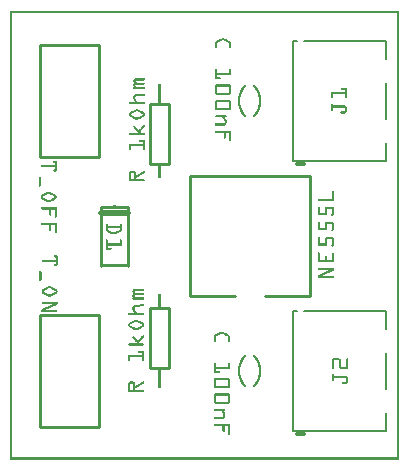
<source format=gto>
G04 MADE WITH FRITZING*
G04 WWW.FRITZING.ORG*
G04 DOUBLE SIDED*
G04 HOLES PLATED*
G04 CONTOUR ON CENTER OF CONTOUR VECTOR*
%ASAXBY*%
%FSLAX23Y23*%
%MOIN*%
%OFA0B0*%
%SFA1.0B1.0*%
%ADD10C,0.006944*%
%ADD11C,0.013889*%
%ADD12C,0.009722*%
%ADD13C,0.010000*%
%ADD14C,0.020000*%
%ADD15R,0.001000X0.001000*%
%LNSILK1*%
G90*
G70*
G54D10*
X946Y996D02*
X946Y1396D01*
D02*
X1254Y996D02*
X946Y996D01*
D02*
X1254Y1396D02*
X982Y1396D01*
D02*
X1254Y1135D02*
X1254Y1257D01*
D02*
X1254Y1335D02*
X1254Y1396D01*
D02*
X1254Y996D02*
X1254Y1057D01*
D02*
X946Y1396D02*
X958Y1396D01*
G54D11*
D02*
X958Y988D02*
X982Y988D01*
G54D10*
D02*
X946Y96D02*
X946Y496D01*
D02*
X1254Y96D02*
X946Y96D01*
D02*
X1254Y496D02*
X982Y496D01*
D02*
X1254Y235D02*
X1254Y357D01*
D02*
X1254Y435D02*
X1254Y496D01*
D02*
X1254Y96D02*
X1254Y157D01*
D02*
X946Y496D02*
X958Y496D01*
G54D11*
D02*
X958Y88D02*
X982Y88D01*
G54D12*
D02*
X298Y1009D02*
X298Y1383D01*
D02*
X298Y1383D02*
X101Y1383D01*
D02*
X101Y1383D02*
X101Y1009D01*
D02*
X101Y1009D02*
X298Y1009D01*
D02*
X298Y109D02*
X298Y483D01*
D02*
X298Y483D02*
X101Y483D01*
D02*
X101Y483D02*
X101Y109D01*
D02*
X101Y109D02*
X298Y109D01*
G54D13*
D02*
X1000Y546D02*
X1000Y946D01*
X1000Y946D02*
X600Y946D01*
X600Y946D02*
X600Y546D01*
D02*
X1000Y546D02*
X850Y546D01*
D02*
X750Y546D02*
X600Y546D01*
D02*
X395Y842D02*
X395Y647D01*
D02*
X305Y647D02*
X305Y842D01*
X305Y842D02*
X395Y842D01*
G54D14*
D02*
X305Y822D02*
X395Y822D01*
G54D13*
D02*
X533Y1187D02*
X533Y987D01*
D02*
X533Y987D02*
X467Y987D01*
D02*
X467Y987D02*
X467Y1187D01*
D02*
X467Y1187D02*
X533Y1187D01*
D02*
X467Y306D02*
X467Y506D01*
D02*
X467Y506D02*
X533Y506D01*
D02*
X533Y506D02*
X533Y306D01*
D02*
X533Y306D02*
X467Y306D01*
G54D15*
X1Y1496D02*
X1298Y1496D01*
X1Y1495D02*
X1298Y1495D01*
X1Y1494D02*
X1298Y1494D01*
X1Y1493D02*
X1298Y1493D01*
X1Y1492D02*
X1298Y1492D01*
X1Y1491D02*
X1298Y1491D01*
X1Y1490D02*
X1298Y1490D01*
X1Y1489D02*
X1298Y1489D01*
X1Y1488D02*
X8Y1488D01*
X1291Y1488D02*
X1298Y1488D01*
X1Y1487D02*
X8Y1487D01*
X1291Y1487D02*
X1298Y1487D01*
X1Y1486D02*
X8Y1486D01*
X1291Y1486D02*
X1298Y1486D01*
X1Y1485D02*
X8Y1485D01*
X1291Y1485D02*
X1298Y1485D01*
X1Y1484D02*
X8Y1484D01*
X1291Y1484D02*
X1298Y1484D01*
X1Y1483D02*
X8Y1483D01*
X1291Y1483D02*
X1298Y1483D01*
X1Y1482D02*
X8Y1482D01*
X1291Y1482D02*
X1298Y1482D01*
X1Y1481D02*
X8Y1481D01*
X1291Y1481D02*
X1298Y1481D01*
X1Y1480D02*
X8Y1480D01*
X1291Y1480D02*
X1298Y1480D01*
X1Y1479D02*
X8Y1479D01*
X1291Y1479D02*
X1298Y1479D01*
X1Y1478D02*
X8Y1478D01*
X1291Y1478D02*
X1298Y1478D01*
X1Y1477D02*
X8Y1477D01*
X1291Y1477D02*
X1298Y1477D01*
X1Y1476D02*
X8Y1476D01*
X1291Y1476D02*
X1298Y1476D01*
X1Y1475D02*
X8Y1475D01*
X1291Y1475D02*
X1298Y1475D01*
X1Y1474D02*
X8Y1474D01*
X1291Y1474D02*
X1298Y1474D01*
X1Y1473D02*
X8Y1473D01*
X1291Y1473D02*
X1298Y1473D01*
X1Y1472D02*
X8Y1472D01*
X1291Y1472D02*
X1298Y1472D01*
X1Y1471D02*
X8Y1471D01*
X1291Y1471D02*
X1298Y1471D01*
X1Y1470D02*
X8Y1470D01*
X1291Y1470D02*
X1298Y1470D01*
X1Y1469D02*
X8Y1469D01*
X1291Y1469D02*
X1298Y1469D01*
X1Y1468D02*
X8Y1468D01*
X1291Y1468D02*
X1298Y1468D01*
X1Y1467D02*
X8Y1467D01*
X1291Y1467D02*
X1298Y1467D01*
X1Y1466D02*
X8Y1466D01*
X1291Y1466D02*
X1298Y1466D01*
X1Y1465D02*
X8Y1465D01*
X1291Y1465D02*
X1298Y1465D01*
X1Y1464D02*
X8Y1464D01*
X1291Y1464D02*
X1298Y1464D01*
X1Y1463D02*
X8Y1463D01*
X1291Y1463D02*
X1298Y1463D01*
X1Y1462D02*
X8Y1462D01*
X1291Y1462D02*
X1298Y1462D01*
X1Y1461D02*
X8Y1461D01*
X1291Y1461D02*
X1298Y1461D01*
X1Y1460D02*
X8Y1460D01*
X1291Y1460D02*
X1298Y1460D01*
X1Y1459D02*
X8Y1459D01*
X1291Y1459D02*
X1298Y1459D01*
X1Y1458D02*
X8Y1458D01*
X1291Y1458D02*
X1298Y1458D01*
X1Y1457D02*
X8Y1457D01*
X1291Y1457D02*
X1298Y1457D01*
X1Y1456D02*
X8Y1456D01*
X1291Y1456D02*
X1298Y1456D01*
X1Y1455D02*
X8Y1455D01*
X1291Y1455D02*
X1298Y1455D01*
X1Y1454D02*
X8Y1454D01*
X1291Y1454D02*
X1298Y1454D01*
X1Y1453D02*
X8Y1453D01*
X1291Y1453D02*
X1298Y1453D01*
X1Y1452D02*
X8Y1452D01*
X1291Y1452D02*
X1298Y1452D01*
X1Y1451D02*
X8Y1451D01*
X1291Y1451D02*
X1298Y1451D01*
X1Y1450D02*
X8Y1450D01*
X1291Y1450D02*
X1298Y1450D01*
X1Y1449D02*
X8Y1449D01*
X1291Y1449D02*
X1298Y1449D01*
X1Y1448D02*
X8Y1448D01*
X1291Y1448D02*
X1298Y1448D01*
X1Y1447D02*
X8Y1447D01*
X1291Y1447D02*
X1298Y1447D01*
X1Y1446D02*
X8Y1446D01*
X1291Y1446D02*
X1298Y1446D01*
X1Y1445D02*
X8Y1445D01*
X1291Y1445D02*
X1298Y1445D01*
X1Y1444D02*
X8Y1444D01*
X1291Y1444D02*
X1298Y1444D01*
X1Y1443D02*
X8Y1443D01*
X1291Y1443D02*
X1298Y1443D01*
X1Y1442D02*
X8Y1442D01*
X1291Y1442D02*
X1298Y1442D01*
X1Y1441D02*
X8Y1441D01*
X1291Y1441D02*
X1298Y1441D01*
X1Y1440D02*
X8Y1440D01*
X1291Y1440D02*
X1298Y1440D01*
X1Y1439D02*
X8Y1439D01*
X1291Y1439D02*
X1298Y1439D01*
X1Y1438D02*
X8Y1438D01*
X1291Y1438D02*
X1298Y1438D01*
X1Y1437D02*
X8Y1437D01*
X1291Y1437D02*
X1298Y1437D01*
X1Y1436D02*
X8Y1436D01*
X1291Y1436D02*
X1298Y1436D01*
X1Y1435D02*
X8Y1435D01*
X1291Y1435D02*
X1298Y1435D01*
X1Y1434D02*
X8Y1434D01*
X1291Y1434D02*
X1298Y1434D01*
X1Y1433D02*
X8Y1433D01*
X1291Y1433D02*
X1298Y1433D01*
X1Y1432D02*
X8Y1432D01*
X1291Y1432D02*
X1298Y1432D01*
X1Y1431D02*
X8Y1431D01*
X1291Y1431D02*
X1298Y1431D01*
X1Y1430D02*
X8Y1430D01*
X1291Y1430D02*
X1298Y1430D01*
X1Y1429D02*
X8Y1429D01*
X1291Y1429D02*
X1298Y1429D01*
X1Y1428D02*
X8Y1428D01*
X1291Y1428D02*
X1298Y1428D01*
X1Y1427D02*
X8Y1427D01*
X1291Y1427D02*
X1298Y1427D01*
X1Y1426D02*
X8Y1426D01*
X1291Y1426D02*
X1298Y1426D01*
X1Y1425D02*
X8Y1425D01*
X1291Y1425D02*
X1298Y1425D01*
X1Y1424D02*
X8Y1424D01*
X1291Y1424D02*
X1298Y1424D01*
X1Y1423D02*
X8Y1423D01*
X1291Y1423D02*
X1298Y1423D01*
X1Y1422D02*
X8Y1422D01*
X1291Y1422D02*
X1298Y1422D01*
X1Y1421D02*
X8Y1421D01*
X1291Y1421D02*
X1298Y1421D01*
X1Y1420D02*
X8Y1420D01*
X1291Y1420D02*
X1298Y1420D01*
X1Y1419D02*
X8Y1419D01*
X1291Y1419D02*
X1298Y1419D01*
X1Y1418D02*
X8Y1418D01*
X1291Y1418D02*
X1298Y1418D01*
X1Y1417D02*
X8Y1417D01*
X1291Y1417D02*
X1298Y1417D01*
X1Y1416D02*
X8Y1416D01*
X1291Y1416D02*
X1298Y1416D01*
X1Y1415D02*
X8Y1415D01*
X1291Y1415D02*
X1298Y1415D01*
X1Y1414D02*
X8Y1414D01*
X1291Y1414D02*
X1298Y1414D01*
X1Y1413D02*
X8Y1413D01*
X1291Y1413D02*
X1298Y1413D01*
X1Y1412D02*
X8Y1412D01*
X1291Y1412D02*
X1298Y1412D01*
X1Y1411D02*
X8Y1411D01*
X1291Y1411D02*
X1298Y1411D01*
X1Y1410D02*
X8Y1410D01*
X1291Y1410D02*
X1298Y1410D01*
X1Y1409D02*
X8Y1409D01*
X1291Y1409D02*
X1298Y1409D01*
X1Y1408D02*
X8Y1408D01*
X1291Y1408D02*
X1298Y1408D01*
X1Y1407D02*
X8Y1407D01*
X1291Y1407D02*
X1298Y1407D01*
X1Y1406D02*
X8Y1406D01*
X1291Y1406D02*
X1298Y1406D01*
X1Y1405D02*
X8Y1405D01*
X708Y1405D02*
X714Y1405D01*
X1291Y1405D02*
X1298Y1405D01*
X1Y1404D02*
X8Y1404D01*
X705Y1404D02*
X717Y1404D01*
X1291Y1404D02*
X1298Y1404D01*
X1Y1403D02*
X8Y1403D01*
X703Y1403D02*
X719Y1403D01*
X1291Y1403D02*
X1298Y1403D01*
X1Y1402D02*
X8Y1402D01*
X701Y1402D02*
X721Y1402D01*
X1291Y1402D02*
X1298Y1402D01*
X1Y1401D02*
X8Y1401D01*
X699Y1401D02*
X723Y1401D01*
X1291Y1401D02*
X1298Y1401D01*
X1Y1400D02*
X8Y1400D01*
X697Y1400D02*
X725Y1400D01*
X1291Y1400D02*
X1298Y1400D01*
X1Y1399D02*
X8Y1399D01*
X695Y1399D02*
X727Y1399D01*
X1291Y1399D02*
X1298Y1399D01*
X1Y1398D02*
X8Y1398D01*
X693Y1398D02*
X708Y1398D01*
X714Y1398D02*
X729Y1398D01*
X1291Y1398D02*
X1298Y1398D01*
X1Y1397D02*
X8Y1397D01*
X691Y1397D02*
X705Y1397D01*
X717Y1397D02*
X731Y1397D01*
X1291Y1397D02*
X1298Y1397D01*
X1Y1396D02*
X8Y1396D01*
X689Y1396D02*
X704Y1396D01*
X719Y1396D02*
X733Y1396D01*
X1291Y1396D02*
X1298Y1396D01*
X1Y1395D02*
X8Y1395D01*
X688Y1395D02*
X702Y1395D01*
X721Y1395D02*
X734Y1395D01*
X1291Y1395D02*
X1298Y1395D01*
X1Y1394D02*
X8Y1394D01*
X687Y1394D02*
X700Y1394D01*
X723Y1394D02*
X735Y1394D01*
X1291Y1394D02*
X1298Y1394D01*
X1Y1393D02*
X8Y1393D01*
X686Y1393D02*
X698Y1393D01*
X725Y1393D02*
X736Y1393D01*
X1291Y1393D02*
X1298Y1393D01*
X1Y1392D02*
X8Y1392D01*
X686Y1392D02*
X696Y1392D01*
X727Y1392D02*
X737Y1392D01*
X1291Y1392D02*
X1298Y1392D01*
X1Y1391D02*
X8Y1391D01*
X685Y1391D02*
X694Y1391D01*
X729Y1391D02*
X737Y1391D01*
X1291Y1391D02*
X1298Y1391D01*
X1Y1390D02*
X8Y1390D01*
X685Y1390D02*
X692Y1390D01*
X730Y1390D02*
X737Y1390D01*
X1291Y1390D02*
X1298Y1390D01*
X1Y1389D02*
X8Y1389D01*
X685Y1389D02*
X691Y1389D01*
X731Y1389D02*
X737Y1389D01*
X1291Y1389D02*
X1298Y1389D01*
X1Y1388D02*
X8Y1388D01*
X685Y1388D02*
X691Y1388D01*
X732Y1388D02*
X738Y1388D01*
X1291Y1388D02*
X1298Y1388D01*
X1Y1387D02*
X8Y1387D01*
X685Y1387D02*
X691Y1387D01*
X732Y1387D02*
X738Y1387D01*
X1291Y1387D02*
X1298Y1387D01*
X1Y1386D02*
X8Y1386D01*
X685Y1386D02*
X691Y1386D01*
X732Y1386D02*
X738Y1386D01*
X1291Y1386D02*
X1298Y1386D01*
X1Y1385D02*
X8Y1385D01*
X685Y1385D02*
X691Y1385D01*
X732Y1385D02*
X738Y1385D01*
X1291Y1385D02*
X1298Y1385D01*
X1Y1384D02*
X8Y1384D01*
X685Y1384D02*
X691Y1384D01*
X732Y1384D02*
X738Y1384D01*
X1291Y1384D02*
X1298Y1384D01*
X1Y1383D02*
X8Y1383D01*
X685Y1383D02*
X691Y1383D01*
X732Y1383D02*
X738Y1383D01*
X1291Y1383D02*
X1298Y1383D01*
X1Y1382D02*
X8Y1382D01*
X685Y1382D02*
X691Y1382D01*
X732Y1382D02*
X738Y1382D01*
X1291Y1382D02*
X1298Y1382D01*
X1Y1381D02*
X8Y1381D01*
X685Y1381D02*
X691Y1381D01*
X732Y1381D02*
X738Y1381D01*
X1291Y1381D02*
X1298Y1381D01*
X1Y1380D02*
X8Y1380D01*
X685Y1380D02*
X691Y1380D01*
X732Y1380D02*
X738Y1380D01*
X1291Y1380D02*
X1298Y1380D01*
X1Y1379D02*
X8Y1379D01*
X685Y1379D02*
X691Y1379D01*
X732Y1379D02*
X738Y1379D01*
X1291Y1379D02*
X1298Y1379D01*
X1Y1378D02*
X8Y1378D01*
X685Y1378D02*
X691Y1378D01*
X732Y1378D02*
X738Y1378D01*
X1291Y1378D02*
X1298Y1378D01*
X1Y1377D02*
X8Y1377D01*
X685Y1377D02*
X691Y1377D01*
X732Y1377D02*
X738Y1377D01*
X1291Y1377D02*
X1298Y1377D01*
X1Y1376D02*
X8Y1376D01*
X685Y1376D02*
X691Y1376D01*
X732Y1376D02*
X738Y1376D01*
X1291Y1376D02*
X1298Y1376D01*
X1Y1375D02*
X8Y1375D01*
X685Y1375D02*
X691Y1375D01*
X732Y1375D02*
X738Y1375D01*
X1291Y1375D02*
X1298Y1375D01*
X1Y1374D02*
X8Y1374D01*
X685Y1374D02*
X690Y1374D01*
X732Y1374D02*
X738Y1374D01*
X1291Y1374D02*
X1298Y1374D01*
X1Y1373D02*
X8Y1373D01*
X685Y1373D02*
X690Y1373D01*
X732Y1373D02*
X737Y1373D01*
X1291Y1373D02*
X1298Y1373D01*
X1Y1372D02*
X8Y1372D01*
X686Y1372D02*
X690Y1372D01*
X733Y1372D02*
X737Y1372D01*
X1291Y1372D02*
X1298Y1372D01*
X1Y1371D02*
X8Y1371D01*
X687Y1371D02*
X688Y1371D01*
X735Y1371D02*
X735Y1371D01*
X1291Y1371D02*
X1298Y1371D01*
X1Y1370D02*
X8Y1370D01*
X1291Y1370D02*
X1298Y1370D01*
X1Y1369D02*
X8Y1369D01*
X1291Y1369D02*
X1298Y1369D01*
X1Y1368D02*
X8Y1368D01*
X1291Y1368D02*
X1298Y1368D01*
X1Y1367D02*
X8Y1367D01*
X1291Y1367D02*
X1298Y1367D01*
X1Y1366D02*
X8Y1366D01*
X1291Y1366D02*
X1298Y1366D01*
X1Y1365D02*
X8Y1365D01*
X1291Y1365D02*
X1298Y1365D01*
X1Y1364D02*
X8Y1364D01*
X1291Y1364D02*
X1298Y1364D01*
X1Y1363D02*
X8Y1363D01*
X1291Y1363D02*
X1298Y1363D01*
X1Y1362D02*
X8Y1362D01*
X1291Y1362D02*
X1298Y1362D01*
X1Y1361D02*
X8Y1361D01*
X1291Y1361D02*
X1298Y1361D01*
X1Y1360D02*
X8Y1360D01*
X1291Y1360D02*
X1298Y1360D01*
X1Y1359D02*
X8Y1359D01*
X1291Y1359D02*
X1298Y1359D01*
X1Y1358D02*
X8Y1358D01*
X1291Y1358D02*
X1298Y1358D01*
X1Y1357D02*
X8Y1357D01*
X1291Y1357D02*
X1298Y1357D01*
X1Y1356D02*
X8Y1356D01*
X1291Y1356D02*
X1298Y1356D01*
X1Y1355D02*
X8Y1355D01*
X1291Y1355D02*
X1298Y1355D01*
X1Y1354D02*
X8Y1354D01*
X1291Y1354D02*
X1298Y1354D01*
X1Y1353D02*
X8Y1353D01*
X1291Y1353D02*
X1298Y1353D01*
X1Y1352D02*
X8Y1352D01*
X1291Y1352D02*
X1298Y1352D01*
X1Y1351D02*
X8Y1351D01*
X1291Y1351D02*
X1298Y1351D01*
X1Y1350D02*
X8Y1350D01*
X1291Y1350D02*
X1298Y1350D01*
X1Y1349D02*
X8Y1349D01*
X1291Y1349D02*
X1298Y1349D01*
X1Y1348D02*
X8Y1348D01*
X1291Y1348D02*
X1298Y1348D01*
X1Y1347D02*
X8Y1347D01*
X1291Y1347D02*
X1298Y1347D01*
X1Y1346D02*
X8Y1346D01*
X1291Y1346D02*
X1298Y1346D01*
X1Y1345D02*
X8Y1345D01*
X1291Y1345D02*
X1298Y1345D01*
X1Y1344D02*
X8Y1344D01*
X1291Y1344D02*
X1298Y1344D01*
X1Y1343D02*
X8Y1343D01*
X1291Y1343D02*
X1298Y1343D01*
X1Y1342D02*
X8Y1342D01*
X1291Y1342D02*
X1298Y1342D01*
X1Y1341D02*
X8Y1341D01*
X1291Y1341D02*
X1298Y1341D01*
X1Y1340D02*
X8Y1340D01*
X1291Y1340D02*
X1298Y1340D01*
X1Y1339D02*
X8Y1339D01*
X1291Y1339D02*
X1298Y1339D01*
X1Y1338D02*
X8Y1338D01*
X1291Y1338D02*
X1298Y1338D01*
X1Y1337D02*
X8Y1337D01*
X1291Y1337D02*
X1298Y1337D01*
X1Y1336D02*
X8Y1336D01*
X1291Y1336D02*
X1298Y1336D01*
X1Y1335D02*
X8Y1335D01*
X1291Y1335D02*
X1298Y1335D01*
X1Y1334D02*
X8Y1334D01*
X1291Y1334D02*
X1298Y1334D01*
X1Y1333D02*
X8Y1333D01*
X1291Y1333D02*
X1298Y1333D01*
X1Y1332D02*
X8Y1332D01*
X1291Y1332D02*
X1298Y1332D01*
X1Y1331D02*
X8Y1331D01*
X1291Y1331D02*
X1298Y1331D01*
X1Y1330D02*
X8Y1330D01*
X1291Y1330D02*
X1298Y1330D01*
X1Y1329D02*
X8Y1329D01*
X1291Y1329D02*
X1298Y1329D01*
X1Y1328D02*
X8Y1328D01*
X1291Y1328D02*
X1298Y1328D01*
X1Y1327D02*
X8Y1327D01*
X1291Y1327D02*
X1298Y1327D01*
X1Y1326D02*
X8Y1326D01*
X1291Y1326D02*
X1298Y1326D01*
X1Y1325D02*
X8Y1325D01*
X1291Y1325D02*
X1298Y1325D01*
X1Y1324D02*
X8Y1324D01*
X1291Y1324D02*
X1298Y1324D01*
X1Y1323D02*
X8Y1323D01*
X1291Y1323D02*
X1298Y1323D01*
X1Y1322D02*
X8Y1322D01*
X1291Y1322D02*
X1298Y1322D01*
X1Y1321D02*
X8Y1321D01*
X1291Y1321D02*
X1298Y1321D01*
X1Y1320D02*
X8Y1320D01*
X1291Y1320D02*
X1298Y1320D01*
X1Y1319D02*
X8Y1319D01*
X1291Y1319D02*
X1298Y1319D01*
X1Y1318D02*
X8Y1318D01*
X1291Y1318D02*
X1298Y1318D01*
X1Y1317D02*
X8Y1317D01*
X1291Y1317D02*
X1298Y1317D01*
X1Y1316D02*
X8Y1316D01*
X1291Y1316D02*
X1298Y1316D01*
X1Y1315D02*
X8Y1315D01*
X1291Y1315D02*
X1298Y1315D01*
X1Y1314D02*
X8Y1314D01*
X1291Y1314D02*
X1298Y1314D01*
X1Y1313D02*
X8Y1313D01*
X1291Y1313D02*
X1298Y1313D01*
X1Y1312D02*
X8Y1312D01*
X1291Y1312D02*
X1298Y1312D01*
X1Y1311D02*
X8Y1311D01*
X1291Y1311D02*
X1298Y1311D01*
X1Y1310D02*
X8Y1310D01*
X1291Y1310D02*
X1298Y1310D01*
X1Y1309D02*
X8Y1309D01*
X1291Y1309D02*
X1298Y1309D01*
X1Y1308D02*
X8Y1308D01*
X1291Y1308D02*
X1298Y1308D01*
X1Y1307D02*
X8Y1307D01*
X1291Y1307D02*
X1298Y1307D01*
X1Y1306D02*
X8Y1306D01*
X1291Y1306D02*
X1298Y1306D01*
X1Y1305D02*
X8Y1305D01*
X1291Y1305D02*
X1298Y1305D01*
X1Y1304D02*
X8Y1304D01*
X1291Y1304D02*
X1298Y1304D01*
X1Y1303D02*
X8Y1303D01*
X1291Y1303D02*
X1298Y1303D01*
X1Y1302D02*
X8Y1302D01*
X686Y1302D02*
X689Y1302D01*
X733Y1302D02*
X736Y1302D01*
X1291Y1302D02*
X1298Y1302D01*
X1Y1301D02*
X8Y1301D01*
X685Y1301D02*
X690Y1301D01*
X732Y1301D02*
X737Y1301D01*
X1291Y1301D02*
X1298Y1301D01*
X1Y1300D02*
X8Y1300D01*
X685Y1300D02*
X690Y1300D01*
X732Y1300D02*
X738Y1300D01*
X1291Y1300D02*
X1298Y1300D01*
X1Y1299D02*
X8Y1299D01*
X685Y1299D02*
X691Y1299D01*
X732Y1299D02*
X738Y1299D01*
X1291Y1299D02*
X1298Y1299D01*
X1Y1298D02*
X8Y1298D01*
X685Y1298D02*
X691Y1298D01*
X732Y1298D02*
X738Y1298D01*
X1291Y1298D02*
X1298Y1298D01*
X1Y1297D02*
X8Y1297D01*
X685Y1297D02*
X691Y1297D01*
X732Y1297D02*
X738Y1297D01*
X1291Y1297D02*
X1298Y1297D01*
X1Y1296D02*
X8Y1296D01*
X685Y1296D02*
X691Y1296D01*
X732Y1296D02*
X738Y1296D01*
X1291Y1296D02*
X1298Y1296D01*
X1Y1295D02*
X8Y1295D01*
X685Y1295D02*
X691Y1295D01*
X732Y1295D02*
X738Y1295D01*
X1291Y1295D02*
X1298Y1295D01*
X1Y1294D02*
X8Y1294D01*
X685Y1294D02*
X691Y1294D01*
X732Y1294D02*
X738Y1294D01*
X1291Y1294D02*
X1298Y1294D01*
X1Y1293D02*
X8Y1293D01*
X685Y1293D02*
X691Y1293D01*
X732Y1293D02*
X738Y1293D01*
X1291Y1293D02*
X1298Y1293D01*
X1Y1292D02*
X8Y1292D01*
X685Y1292D02*
X691Y1292D01*
X732Y1292D02*
X738Y1292D01*
X1291Y1292D02*
X1298Y1292D01*
X1Y1291D02*
X8Y1291D01*
X685Y1291D02*
X691Y1291D01*
X732Y1291D02*
X738Y1291D01*
X1291Y1291D02*
X1298Y1291D01*
X1Y1290D02*
X8Y1290D01*
X685Y1290D02*
X691Y1290D01*
X732Y1290D02*
X738Y1290D01*
X1291Y1290D02*
X1298Y1290D01*
X1Y1289D02*
X8Y1289D01*
X685Y1289D02*
X738Y1289D01*
X1291Y1289D02*
X1298Y1289D01*
X1Y1288D02*
X8Y1288D01*
X685Y1288D02*
X738Y1288D01*
X1291Y1288D02*
X1298Y1288D01*
X1Y1287D02*
X8Y1287D01*
X685Y1287D02*
X738Y1287D01*
X1291Y1287D02*
X1298Y1287D01*
X1Y1286D02*
X8Y1286D01*
X685Y1286D02*
X738Y1286D01*
X1291Y1286D02*
X1298Y1286D01*
X1Y1285D02*
X8Y1285D01*
X685Y1285D02*
X738Y1285D01*
X1291Y1285D02*
X1298Y1285D01*
X1Y1284D02*
X8Y1284D01*
X685Y1284D02*
X738Y1284D01*
X1291Y1284D02*
X1298Y1284D01*
X1Y1283D02*
X8Y1283D01*
X685Y1283D02*
X738Y1283D01*
X1291Y1283D02*
X1298Y1283D01*
X1Y1282D02*
X8Y1282D01*
X685Y1282D02*
X736Y1282D01*
X1291Y1282D02*
X1298Y1282D01*
X1Y1281D02*
X8Y1281D01*
X685Y1281D02*
X691Y1281D01*
X1291Y1281D02*
X1298Y1281D01*
X1Y1280D02*
X8Y1280D01*
X685Y1280D02*
X691Y1280D01*
X1291Y1280D02*
X1298Y1280D01*
X1Y1279D02*
X8Y1279D01*
X685Y1279D02*
X691Y1279D01*
X1291Y1279D02*
X1298Y1279D01*
X1Y1278D02*
X8Y1278D01*
X685Y1278D02*
X691Y1278D01*
X1291Y1278D02*
X1298Y1278D01*
X1Y1277D02*
X8Y1277D01*
X685Y1277D02*
X691Y1277D01*
X1291Y1277D02*
X1298Y1277D01*
X1Y1276D02*
X8Y1276D01*
X685Y1276D02*
X691Y1276D01*
X1291Y1276D02*
X1298Y1276D01*
X1Y1275D02*
X8Y1275D01*
X685Y1275D02*
X702Y1275D01*
X1291Y1275D02*
X1298Y1275D01*
X1Y1274D02*
X8Y1274D01*
X685Y1274D02*
X704Y1274D01*
X1291Y1274D02*
X1298Y1274D01*
X1Y1273D02*
X8Y1273D01*
X685Y1273D02*
X704Y1273D01*
X1291Y1273D02*
X1298Y1273D01*
X1Y1272D02*
X8Y1272D01*
X447Y1272D02*
X447Y1272D01*
X685Y1272D02*
X704Y1272D01*
X1291Y1272D02*
X1298Y1272D01*
X1Y1271D02*
X8Y1271D01*
X418Y1271D02*
X450Y1271D01*
X685Y1271D02*
X704Y1271D01*
X1291Y1271D02*
X1298Y1271D01*
X1Y1270D02*
X8Y1270D01*
X416Y1270D02*
X451Y1270D01*
X685Y1270D02*
X704Y1270D01*
X1291Y1270D02*
X1298Y1270D01*
X1Y1269D02*
X8Y1269D01*
X415Y1269D02*
X451Y1269D01*
X686Y1269D02*
X703Y1269D01*
X1291Y1269D02*
X1298Y1269D01*
X1Y1268D02*
X8Y1268D01*
X414Y1268D02*
X451Y1268D01*
X1291Y1268D02*
X1298Y1268D01*
X1Y1267D02*
X8Y1267D01*
X414Y1267D02*
X451Y1267D01*
X1291Y1267D02*
X1298Y1267D01*
X1Y1266D02*
X8Y1266D01*
X413Y1266D02*
X450Y1266D01*
X1291Y1266D02*
X1298Y1266D01*
X1Y1265D02*
X8Y1265D01*
X413Y1265D02*
X446Y1265D01*
X1291Y1265D02*
X1298Y1265D01*
X1Y1264D02*
X8Y1264D01*
X413Y1264D02*
X419Y1264D01*
X1291Y1264D02*
X1298Y1264D01*
X1Y1263D02*
X8Y1263D01*
X413Y1263D02*
X419Y1263D01*
X1291Y1263D02*
X1298Y1263D01*
X1Y1262D02*
X8Y1262D01*
X413Y1262D02*
X420Y1262D01*
X1291Y1262D02*
X1298Y1262D01*
X1Y1261D02*
X8Y1261D01*
X413Y1261D02*
X420Y1261D01*
X1291Y1261D02*
X1298Y1261D01*
X1Y1260D02*
X8Y1260D01*
X414Y1260D02*
X421Y1260D01*
X1291Y1260D02*
X1298Y1260D01*
X1Y1259D02*
X8Y1259D01*
X414Y1259D02*
X422Y1259D01*
X1291Y1259D02*
X1298Y1259D01*
X1Y1258D02*
X8Y1258D01*
X415Y1258D02*
X423Y1258D01*
X1291Y1258D02*
X1298Y1258D01*
X1Y1257D02*
X8Y1257D01*
X415Y1257D02*
X449Y1257D01*
X1291Y1257D02*
X1298Y1257D01*
X1Y1256D02*
X8Y1256D01*
X416Y1256D02*
X450Y1256D01*
X1291Y1256D02*
X1298Y1256D01*
X1Y1255D02*
X8Y1255D01*
X415Y1255D02*
X451Y1255D01*
X1291Y1255D02*
X1298Y1255D01*
X1Y1254D02*
X8Y1254D01*
X414Y1254D02*
X451Y1254D01*
X496Y1254D02*
X505Y1254D01*
X1291Y1254D02*
X1298Y1254D01*
X1Y1253D02*
X8Y1253D01*
X414Y1253D02*
X451Y1253D01*
X496Y1253D02*
X505Y1253D01*
X1291Y1253D02*
X1298Y1253D01*
X1Y1252D02*
X8Y1252D01*
X413Y1252D02*
X450Y1252D01*
X496Y1252D02*
X505Y1252D01*
X1291Y1252D02*
X1298Y1252D01*
X1Y1251D02*
X8Y1251D01*
X413Y1251D02*
X449Y1251D01*
X496Y1251D02*
X505Y1251D01*
X689Y1251D02*
X733Y1251D01*
X1291Y1251D02*
X1298Y1251D01*
X1Y1250D02*
X8Y1250D01*
X413Y1250D02*
X419Y1250D01*
X496Y1250D02*
X505Y1250D01*
X687Y1250D02*
X735Y1250D01*
X783Y1250D02*
X784Y1250D01*
X814Y1250D02*
X817Y1250D01*
X1291Y1250D02*
X1298Y1250D01*
X1Y1249D02*
X8Y1249D01*
X413Y1249D02*
X419Y1249D01*
X496Y1249D02*
X505Y1249D01*
X686Y1249D02*
X736Y1249D01*
X781Y1249D02*
X786Y1249D01*
X813Y1249D02*
X818Y1249D01*
X1291Y1249D02*
X1298Y1249D01*
X1Y1248D02*
X8Y1248D01*
X413Y1248D02*
X419Y1248D01*
X496Y1248D02*
X505Y1248D01*
X686Y1248D02*
X737Y1248D01*
X781Y1248D02*
X787Y1248D01*
X812Y1248D02*
X819Y1248D01*
X1291Y1248D02*
X1298Y1248D01*
X1Y1247D02*
X8Y1247D01*
X413Y1247D02*
X420Y1247D01*
X496Y1247D02*
X505Y1247D01*
X685Y1247D02*
X737Y1247D01*
X780Y1247D02*
X787Y1247D01*
X812Y1247D02*
X820Y1247D01*
X1291Y1247D02*
X1298Y1247D01*
X1Y1246D02*
X8Y1246D01*
X413Y1246D02*
X421Y1246D01*
X496Y1246D02*
X505Y1246D01*
X685Y1246D02*
X737Y1246D01*
X779Y1246D02*
X787Y1246D01*
X812Y1246D02*
X821Y1246D01*
X1291Y1246D02*
X1298Y1246D01*
X1Y1245D02*
X8Y1245D01*
X414Y1245D02*
X422Y1245D01*
X496Y1245D02*
X505Y1245D01*
X685Y1245D02*
X738Y1245D01*
X778Y1245D02*
X787Y1245D01*
X813Y1245D02*
X822Y1245D01*
X1291Y1245D02*
X1298Y1245D01*
X1Y1244D02*
X8Y1244D01*
X414Y1244D02*
X423Y1244D01*
X496Y1244D02*
X505Y1244D01*
X685Y1244D02*
X691Y1244D01*
X732Y1244D02*
X738Y1244D01*
X777Y1244D02*
X787Y1244D01*
X813Y1244D02*
X822Y1244D01*
X1291Y1244D02*
X1298Y1244D01*
X1Y1243D02*
X8Y1243D01*
X415Y1243D02*
X449Y1243D01*
X496Y1243D02*
X505Y1243D01*
X685Y1243D02*
X691Y1243D01*
X732Y1243D02*
X738Y1243D01*
X777Y1243D02*
X786Y1243D01*
X814Y1243D02*
X823Y1243D01*
X1291Y1243D02*
X1298Y1243D01*
X1Y1242D02*
X8Y1242D01*
X414Y1242D02*
X450Y1242D01*
X496Y1242D02*
X505Y1242D01*
X685Y1242D02*
X691Y1242D01*
X732Y1242D02*
X738Y1242D01*
X776Y1242D02*
X785Y1242D01*
X815Y1242D02*
X824Y1242D01*
X1291Y1242D02*
X1298Y1242D01*
X1Y1241D02*
X8Y1241D01*
X413Y1241D02*
X451Y1241D01*
X496Y1241D02*
X505Y1241D01*
X685Y1241D02*
X691Y1241D01*
X732Y1241D02*
X738Y1241D01*
X775Y1241D02*
X784Y1241D01*
X816Y1241D02*
X825Y1241D01*
X1291Y1241D02*
X1298Y1241D01*
X1Y1240D02*
X8Y1240D01*
X413Y1240D02*
X451Y1240D01*
X496Y1240D02*
X505Y1240D01*
X685Y1240D02*
X691Y1240D01*
X732Y1240D02*
X738Y1240D01*
X775Y1240D02*
X783Y1240D01*
X816Y1240D02*
X825Y1240D01*
X1291Y1240D02*
X1298Y1240D01*
X1Y1239D02*
X8Y1239D01*
X413Y1239D02*
X451Y1239D01*
X496Y1239D02*
X505Y1239D01*
X685Y1239D02*
X691Y1239D01*
X732Y1239D02*
X738Y1239D01*
X774Y1239D02*
X783Y1239D01*
X817Y1239D02*
X826Y1239D01*
X1106Y1239D02*
X1122Y1239D01*
X1291Y1239D02*
X1298Y1239D01*
X1Y1238D02*
X8Y1238D01*
X413Y1238D02*
X451Y1238D01*
X496Y1238D02*
X505Y1238D01*
X685Y1238D02*
X691Y1238D01*
X732Y1238D02*
X738Y1238D01*
X773Y1238D02*
X782Y1238D01*
X818Y1238D02*
X827Y1238D01*
X1105Y1238D02*
X1123Y1238D01*
X1291Y1238D02*
X1298Y1238D01*
X1Y1237D02*
X8Y1237D01*
X414Y1237D02*
X450Y1237D01*
X496Y1237D02*
X505Y1237D01*
X685Y1237D02*
X691Y1237D01*
X732Y1237D02*
X738Y1237D01*
X773Y1237D02*
X781Y1237D01*
X819Y1237D02*
X827Y1237D01*
X1104Y1237D02*
X1124Y1237D01*
X1291Y1237D02*
X1298Y1237D01*
X1Y1236D02*
X8Y1236D01*
X496Y1236D02*
X505Y1236D01*
X685Y1236D02*
X691Y1236D01*
X732Y1236D02*
X738Y1236D01*
X772Y1236D02*
X780Y1236D01*
X819Y1236D02*
X828Y1236D01*
X1104Y1236D02*
X1124Y1236D01*
X1291Y1236D02*
X1298Y1236D01*
X1Y1235D02*
X8Y1235D01*
X496Y1235D02*
X505Y1235D01*
X685Y1235D02*
X691Y1235D01*
X732Y1235D02*
X738Y1235D01*
X772Y1235D02*
X780Y1235D01*
X820Y1235D02*
X828Y1235D01*
X1104Y1235D02*
X1124Y1235D01*
X1291Y1235D02*
X1298Y1235D01*
X1Y1234D02*
X8Y1234D01*
X496Y1234D02*
X505Y1234D01*
X685Y1234D02*
X691Y1234D01*
X732Y1234D02*
X738Y1234D01*
X771Y1234D02*
X779Y1234D01*
X821Y1234D02*
X829Y1234D01*
X1105Y1234D02*
X1124Y1234D01*
X1291Y1234D02*
X1298Y1234D01*
X1Y1233D02*
X8Y1233D01*
X496Y1233D02*
X505Y1233D01*
X685Y1233D02*
X691Y1233D01*
X732Y1233D02*
X738Y1233D01*
X771Y1233D02*
X778Y1233D01*
X821Y1233D02*
X829Y1233D01*
X1106Y1233D02*
X1124Y1233D01*
X1291Y1233D02*
X1298Y1233D01*
X1Y1232D02*
X8Y1232D01*
X496Y1232D02*
X505Y1232D01*
X685Y1232D02*
X691Y1232D01*
X732Y1232D02*
X738Y1232D01*
X770Y1232D02*
X778Y1232D01*
X822Y1232D02*
X830Y1232D01*
X1118Y1232D02*
X1124Y1232D01*
X1291Y1232D02*
X1298Y1232D01*
X1Y1231D02*
X8Y1231D01*
X496Y1231D02*
X505Y1231D01*
X685Y1231D02*
X691Y1231D01*
X732Y1231D02*
X738Y1231D01*
X769Y1231D02*
X777Y1231D01*
X822Y1231D02*
X830Y1231D01*
X1118Y1231D02*
X1124Y1231D01*
X1291Y1231D02*
X1298Y1231D01*
X1Y1230D02*
X8Y1230D01*
X496Y1230D02*
X505Y1230D01*
X685Y1230D02*
X691Y1230D01*
X732Y1230D02*
X738Y1230D01*
X769Y1230D02*
X777Y1230D01*
X823Y1230D02*
X831Y1230D01*
X1118Y1230D02*
X1124Y1230D01*
X1291Y1230D02*
X1298Y1230D01*
X1Y1229D02*
X8Y1229D01*
X496Y1229D02*
X505Y1229D01*
X685Y1229D02*
X691Y1229D01*
X732Y1229D02*
X738Y1229D01*
X769Y1229D02*
X776Y1229D01*
X824Y1229D02*
X831Y1229D01*
X1118Y1229D02*
X1124Y1229D01*
X1291Y1229D02*
X1298Y1229D01*
X1Y1228D02*
X8Y1228D01*
X496Y1228D02*
X505Y1228D01*
X685Y1228D02*
X691Y1228D01*
X732Y1228D02*
X738Y1228D01*
X768Y1228D02*
X776Y1228D01*
X824Y1228D02*
X832Y1228D01*
X1118Y1228D02*
X1124Y1228D01*
X1291Y1228D02*
X1298Y1228D01*
X1Y1227D02*
X8Y1227D01*
X496Y1227D02*
X505Y1227D01*
X685Y1227D02*
X691Y1227D01*
X732Y1227D02*
X738Y1227D01*
X768Y1227D02*
X775Y1227D01*
X825Y1227D02*
X832Y1227D01*
X1118Y1227D02*
X1124Y1227D01*
X1291Y1227D02*
X1298Y1227D01*
X1Y1226D02*
X8Y1226D01*
X496Y1226D02*
X505Y1226D01*
X685Y1226D02*
X691Y1226D01*
X732Y1226D02*
X738Y1226D01*
X767Y1226D02*
X775Y1226D01*
X825Y1226D02*
X832Y1226D01*
X1118Y1226D02*
X1124Y1226D01*
X1291Y1226D02*
X1298Y1226D01*
X1Y1225D02*
X8Y1225D01*
X496Y1225D02*
X505Y1225D01*
X685Y1225D02*
X691Y1225D01*
X732Y1225D02*
X738Y1225D01*
X767Y1225D02*
X774Y1225D01*
X825Y1225D02*
X833Y1225D01*
X1071Y1225D02*
X1124Y1225D01*
X1291Y1225D02*
X1298Y1225D01*
X1Y1224D02*
X8Y1224D01*
X496Y1224D02*
X505Y1224D01*
X685Y1224D02*
X691Y1224D01*
X731Y1224D02*
X738Y1224D01*
X767Y1224D02*
X774Y1224D01*
X826Y1224D02*
X833Y1224D01*
X1071Y1224D02*
X1124Y1224D01*
X1291Y1224D02*
X1298Y1224D01*
X1Y1223D02*
X8Y1223D01*
X496Y1223D02*
X505Y1223D01*
X685Y1223D02*
X738Y1223D01*
X766Y1223D02*
X773Y1223D01*
X826Y1223D02*
X834Y1223D01*
X1071Y1223D02*
X1124Y1223D01*
X1291Y1223D02*
X1298Y1223D01*
X1Y1222D02*
X8Y1222D01*
X496Y1222D02*
X505Y1222D01*
X685Y1222D02*
X737Y1222D01*
X766Y1222D02*
X773Y1222D01*
X827Y1222D02*
X834Y1222D01*
X1071Y1222D02*
X1124Y1222D01*
X1291Y1222D02*
X1298Y1222D01*
X1Y1221D02*
X8Y1221D01*
X496Y1221D02*
X505Y1221D01*
X685Y1221D02*
X737Y1221D01*
X766Y1221D02*
X773Y1221D01*
X827Y1221D02*
X834Y1221D01*
X1071Y1221D02*
X1124Y1221D01*
X1291Y1221D02*
X1298Y1221D01*
X1Y1220D02*
X8Y1220D01*
X496Y1220D02*
X505Y1220D01*
X686Y1220D02*
X736Y1220D01*
X765Y1220D02*
X772Y1220D01*
X827Y1220D02*
X835Y1220D01*
X1071Y1220D02*
X1124Y1220D01*
X1291Y1220D02*
X1298Y1220D01*
X1Y1219D02*
X8Y1219D01*
X421Y1219D02*
X450Y1219D01*
X496Y1219D02*
X505Y1219D01*
X687Y1219D02*
X736Y1219D01*
X765Y1219D02*
X772Y1219D01*
X828Y1219D02*
X835Y1219D01*
X1071Y1219D02*
X1124Y1219D01*
X1291Y1219D02*
X1298Y1219D01*
X1Y1218D02*
X8Y1218D01*
X418Y1218D02*
X451Y1218D01*
X496Y1218D02*
X505Y1218D01*
X688Y1218D02*
X734Y1218D01*
X765Y1218D02*
X772Y1218D01*
X828Y1218D02*
X835Y1218D01*
X1071Y1218D02*
X1077Y1218D01*
X1118Y1218D02*
X1124Y1218D01*
X1291Y1218D02*
X1298Y1218D01*
X1Y1217D02*
X8Y1217D01*
X417Y1217D02*
X451Y1217D01*
X496Y1217D02*
X505Y1217D01*
X690Y1217D02*
X732Y1217D01*
X764Y1217D02*
X771Y1217D01*
X828Y1217D02*
X835Y1217D01*
X1071Y1217D02*
X1077Y1217D01*
X1118Y1217D02*
X1124Y1217D01*
X1291Y1217D02*
X1298Y1217D01*
X1Y1216D02*
X8Y1216D01*
X416Y1216D02*
X451Y1216D01*
X496Y1216D02*
X505Y1216D01*
X764Y1216D02*
X771Y1216D01*
X829Y1216D02*
X836Y1216D01*
X1071Y1216D02*
X1077Y1216D01*
X1118Y1216D02*
X1124Y1216D01*
X1291Y1216D02*
X1298Y1216D01*
X1Y1215D02*
X8Y1215D01*
X415Y1215D02*
X451Y1215D01*
X496Y1215D02*
X505Y1215D01*
X764Y1215D02*
X771Y1215D01*
X829Y1215D02*
X836Y1215D01*
X1071Y1215D02*
X1077Y1215D01*
X1118Y1215D02*
X1124Y1215D01*
X1291Y1215D02*
X1298Y1215D01*
X1Y1214D02*
X8Y1214D01*
X414Y1214D02*
X450Y1214D01*
X496Y1214D02*
X505Y1214D01*
X764Y1214D02*
X770Y1214D01*
X829Y1214D02*
X836Y1214D01*
X1071Y1214D02*
X1077Y1214D01*
X1118Y1214D02*
X1124Y1214D01*
X1291Y1214D02*
X1298Y1214D01*
X1Y1213D02*
X8Y1213D01*
X414Y1213D02*
X446Y1213D01*
X496Y1213D02*
X505Y1213D01*
X763Y1213D02*
X770Y1213D01*
X830Y1213D02*
X836Y1213D01*
X1071Y1213D02*
X1077Y1213D01*
X1118Y1213D02*
X1124Y1213D01*
X1291Y1213D02*
X1298Y1213D01*
X1Y1212D02*
X8Y1212D01*
X413Y1212D02*
X421Y1212D01*
X496Y1212D02*
X505Y1212D01*
X763Y1212D02*
X770Y1212D01*
X830Y1212D02*
X837Y1212D01*
X1071Y1212D02*
X1077Y1212D01*
X1118Y1212D02*
X1124Y1212D01*
X1291Y1212D02*
X1298Y1212D01*
X1Y1211D02*
X8Y1211D01*
X413Y1211D02*
X420Y1211D01*
X496Y1211D02*
X505Y1211D01*
X763Y1211D02*
X770Y1211D01*
X830Y1211D02*
X837Y1211D01*
X1071Y1211D02*
X1077Y1211D01*
X1118Y1211D02*
X1124Y1211D01*
X1291Y1211D02*
X1298Y1211D01*
X1Y1210D02*
X8Y1210D01*
X413Y1210D02*
X419Y1210D01*
X496Y1210D02*
X505Y1210D01*
X763Y1210D02*
X770Y1210D01*
X830Y1210D02*
X837Y1210D01*
X1071Y1210D02*
X1077Y1210D01*
X1118Y1210D02*
X1124Y1210D01*
X1291Y1210D02*
X1298Y1210D01*
X1Y1209D02*
X8Y1209D01*
X413Y1209D02*
X419Y1209D01*
X496Y1209D02*
X505Y1209D01*
X763Y1209D02*
X769Y1209D01*
X830Y1209D02*
X837Y1209D01*
X1071Y1209D02*
X1077Y1209D01*
X1118Y1209D02*
X1124Y1209D01*
X1291Y1209D02*
X1298Y1209D01*
X1Y1208D02*
X8Y1208D01*
X413Y1208D02*
X419Y1208D01*
X496Y1208D02*
X505Y1208D01*
X763Y1208D02*
X769Y1208D01*
X831Y1208D02*
X837Y1208D01*
X1071Y1208D02*
X1077Y1208D01*
X1118Y1208D02*
X1124Y1208D01*
X1291Y1208D02*
X1298Y1208D01*
X1Y1207D02*
X8Y1207D01*
X413Y1207D02*
X419Y1207D01*
X496Y1207D02*
X505Y1207D01*
X762Y1207D02*
X769Y1207D01*
X831Y1207D02*
X837Y1207D01*
X1071Y1207D02*
X1077Y1207D01*
X1118Y1207D02*
X1124Y1207D01*
X1291Y1207D02*
X1298Y1207D01*
X1Y1206D02*
X8Y1206D01*
X413Y1206D02*
X419Y1206D01*
X496Y1206D02*
X505Y1206D01*
X762Y1206D02*
X769Y1206D01*
X831Y1206D02*
X837Y1206D01*
X1072Y1206D02*
X1076Y1206D01*
X1119Y1206D02*
X1123Y1206D01*
X1291Y1206D02*
X1298Y1206D01*
X1Y1205D02*
X8Y1205D01*
X413Y1205D02*
X419Y1205D01*
X496Y1205D02*
X505Y1205D01*
X762Y1205D02*
X769Y1205D01*
X831Y1205D02*
X838Y1205D01*
X1074Y1205D02*
X1074Y1205D01*
X1121Y1205D02*
X1121Y1205D01*
X1291Y1205D02*
X1298Y1205D01*
X1Y1204D02*
X8Y1204D01*
X413Y1204D02*
X419Y1204D01*
X496Y1204D02*
X505Y1204D01*
X762Y1204D02*
X769Y1204D01*
X831Y1204D02*
X838Y1204D01*
X1291Y1204D02*
X1298Y1204D01*
X1Y1203D02*
X8Y1203D01*
X413Y1203D02*
X419Y1203D01*
X496Y1203D02*
X505Y1203D01*
X762Y1203D02*
X768Y1203D01*
X831Y1203D02*
X838Y1203D01*
X1291Y1203D02*
X1298Y1203D01*
X1Y1202D02*
X8Y1202D01*
X413Y1202D02*
X420Y1202D01*
X496Y1202D02*
X505Y1202D01*
X762Y1202D02*
X768Y1202D01*
X831Y1202D02*
X838Y1202D01*
X1291Y1202D02*
X1298Y1202D01*
X1Y1201D02*
X8Y1201D01*
X414Y1201D02*
X421Y1201D01*
X496Y1201D02*
X505Y1201D01*
X762Y1201D02*
X768Y1201D01*
X831Y1201D02*
X838Y1201D01*
X1291Y1201D02*
X1298Y1201D01*
X1Y1200D02*
X8Y1200D01*
X414Y1200D02*
X421Y1200D01*
X496Y1200D02*
X505Y1200D01*
X762Y1200D02*
X768Y1200D01*
X831Y1200D02*
X838Y1200D01*
X1291Y1200D02*
X1298Y1200D01*
X1Y1199D02*
X8Y1199D01*
X414Y1199D02*
X422Y1199D01*
X496Y1199D02*
X505Y1199D01*
X688Y1199D02*
X734Y1199D01*
X762Y1199D02*
X768Y1199D01*
X832Y1199D02*
X838Y1199D01*
X1291Y1199D02*
X1298Y1199D01*
X1Y1198D02*
X8Y1198D01*
X415Y1198D02*
X422Y1198D01*
X496Y1198D02*
X505Y1198D01*
X687Y1198D02*
X735Y1198D01*
X762Y1198D02*
X768Y1198D01*
X832Y1198D02*
X838Y1198D01*
X1291Y1198D02*
X1298Y1198D01*
X1Y1197D02*
X8Y1197D01*
X416Y1197D02*
X423Y1197D01*
X496Y1197D02*
X505Y1197D01*
X686Y1197D02*
X736Y1197D01*
X762Y1197D02*
X768Y1197D01*
X832Y1197D02*
X838Y1197D01*
X1291Y1197D02*
X1298Y1197D01*
X1Y1196D02*
X8Y1196D01*
X416Y1196D02*
X424Y1196D01*
X496Y1196D02*
X505Y1196D01*
X685Y1196D02*
X737Y1196D01*
X762Y1196D02*
X768Y1196D01*
X832Y1196D02*
X838Y1196D01*
X1291Y1196D02*
X1298Y1196D01*
X1Y1195D02*
X8Y1195D01*
X417Y1195D02*
X424Y1195D01*
X496Y1195D02*
X505Y1195D01*
X685Y1195D02*
X737Y1195D01*
X762Y1195D02*
X768Y1195D01*
X832Y1195D02*
X838Y1195D01*
X1291Y1195D02*
X1298Y1195D01*
X1Y1194D02*
X8Y1194D01*
X418Y1194D02*
X425Y1194D01*
X496Y1194D02*
X505Y1194D01*
X685Y1194D02*
X738Y1194D01*
X762Y1194D02*
X768Y1194D01*
X832Y1194D02*
X838Y1194D01*
X1291Y1194D02*
X1298Y1194D01*
X1Y1193D02*
X8Y1193D01*
X418Y1193D02*
X426Y1193D01*
X496Y1193D02*
X505Y1193D01*
X685Y1193D02*
X738Y1193D01*
X762Y1193D02*
X768Y1193D01*
X831Y1193D02*
X838Y1193D01*
X1291Y1193D02*
X1298Y1193D01*
X1Y1192D02*
X8Y1192D01*
X400Y1192D02*
X449Y1192D01*
X496Y1192D02*
X505Y1192D01*
X685Y1192D02*
X691Y1192D01*
X732Y1192D02*
X738Y1192D01*
X762Y1192D02*
X768Y1192D01*
X831Y1192D02*
X838Y1192D01*
X1291Y1192D02*
X1298Y1192D01*
X1Y1191D02*
X8Y1191D01*
X399Y1191D02*
X450Y1191D01*
X496Y1191D02*
X505Y1191D01*
X685Y1191D02*
X691Y1191D01*
X732Y1191D02*
X738Y1191D01*
X762Y1191D02*
X768Y1191D01*
X831Y1191D02*
X838Y1191D01*
X1291Y1191D02*
X1298Y1191D01*
X1Y1190D02*
X8Y1190D01*
X398Y1190D02*
X451Y1190D01*
X496Y1190D02*
X505Y1190D01*
X685Y1190D02*
X691Y1190D01*
X732Y1190D02*
X738Y1190D01*
X762Y1190D02*
X768Y1190D01*
X831Y1190D02*
X838Y1190D01*
X1291Y1190D02*
X1298Y1190D01*
X1Y1189D02*
X8Y1189D01*
X398Y1189D02*
X451Y1189D01*
X496Y1189D02*
X505Y1189D01*
X685Y1189D02*
X691Y1189D01*
X732Y1189D02*
X738Y1189D01*
X762Y1189D02*
X769Y1189D01*
X831Y1189D02*
X838Y1189D01*
X1291Y1189D02*
X1298Y1189D01*
X1Y1188D02*
X8Y1188D01*
X398Y1188D02*
X451Y1188D01*
X496Y1188D02*
X505Y1188D01*
X685Y1188D02*
X691Y1188D01*
X732Y1188D02*
X738Y1188D01*
X762Y1188D02*
X769Y1188D01*
X831Y1188D02*
X838Y1188D01*
X1074Y1188D02*
X1074Y1188D01*
X1291Y1188D02*
X1298Y1188D01*
X1Y1187D02*
X8Y1187D01*
X399Y1187D02*
X450Y1187D01*
X685Y1187D02*
X691Y1187D01*
X732Y1187D02*
X738Y1187D01*
X762Y1187D02*
X769Y1187D01*
X831Y1187D02*
X837Y1187D01*
X1072Y1187D02*
X1076Y1187D01*
X1291Y1187D02*
X1298Y1187D01*
X1Y1186D02*
X8Y1186D01*
X400Y1186D02*
X449Y1186D01*
X685Y1186D02*
X691Y1186D01*
X732Y1186D02*
X738Y1186D01*
X762Y1186D02*
X769Y1186D01*
X831Y1186D02*
X837Y1186D01*
X1071Y1186D02*
X1077Y1186D01*
X1291Y1186D02*
X1298Y1186D01*
X1Y1185D02*
X8Y1185D01*
X685Y1185D02*
X691Y1185D01*
X732Y1185D02*
X738Y1185D01*
X763Y1185D02*
X769Y1185D01*
X831Y1185D02*
X837Y1185D01*
X1071Y1185D02*
X1077Y1185D01*
X1291Y1185D02*
X1298Y1185D01*
X1Y1184D02*
X8Y1184D01*
X685Y1184D02*
X691Y1184D01*
X732Y1184D02*
X738Y1184D01*
X763Y1184D02*
X769Y1184D01*
X830Y1184D02*
X837Y1184D01*
X1071Y1184D02*
X1077Y1184D01*
X1291Y1184D02*
X1298Y1184D01*
X1Y1183D02*
X8Y1183D01*
X685Y1183D02*
X691Y1183D01*
X732Y1183D02*
X738Y1183D01*
X763Y1183D02*
X770Y1183D01*
X830Y1183D02*
X837Y1183D01*
X1071Y1183D02*
X1077Y1183D01*
X1291Y1183D02*
X1298Y1183D01*
X1Y1182D02*
X8Y1182D01*
X685Y1182D02*
X691Y1182D01*
X732Y1182D02*
X738Y1182D01*
X763Y1182D02*
X770Y1182D01*
X830Y1182D02*
X837Y1182D01*
X1071Y1182D02*
X1077Y1182D01*
X1291Y1182D02*
X1298Y1182D01*
X1Y1181D02*
X8Y1181D01*
X685Y1181D02*
X691Y1181D01*
X732Y1181D02*
X738Y1181D01*
X763Y1181D02*
X770Y1181D01*
X830Y1181D02*
X837Y1181D01*
X1071Y1181D02*
X1116Y1181D01*
X1291Y1181D02*
X1298Y1181D01*
X1Y1180D02*
X8Y1180D01*
X685Y1180D02*
X691Y1180D01*
X732Y1180D02*
X738Y1180D01*
X763Y1180D02*
X770Y1180D01*
X830Y1180D02*
X836Y1180D01*
X1071Y1180D02*
X1119Y1180D01*
X1291Y1180D02*
X1298Y1180D01*
X1Y1179D02*
X8Y1179D01*
X685Y1179D02*
X691Y1179D01*
X732Y1179D02*
X738Y1179D01*
X764Y1179D02*
X770Y1179D01*
X829Y1179D02*
X836Y1179D01*
X1071Y1179D02*
X1120Y1179D01*
X1291Y1179D02*
X1298Y1179D01*
X1Y1178D02*
X8Y1178D01*
X685Y1178D02*
X691Y1178D01*
X732Y1178D02*
X738Y1178D01*
X764Y1178D02*
X771Y1178D01*
X829Y1178D02*
X836Y1178D01*
X1071Y1178D02*
X1121Y1178D01*
X1291Y1178D02*
X1298Y1178D01*
X1Y1177D02*
X8Y1177D01*
X685Y1177D02*
X691Y1177D01*
X732Y1177D02*
X738Y1177D01*
X764Y1177D02*
X771Y1177D01*
X829Y1177D02*
X836Y1177D01*
X1071Y1177D02*
X1122Y1177D01*
X1291Y1177D02*
X1298Y1177D01*
X1Y1176D02*
X8Y1176D01*
X685Y1176D02*
X691Y1176D01*
X732Y1176D02*
X738Y1176D01*
X764Y1176D02*
X771Y1176D01*
X828Y1176D02*
X835Y1176D01*
X1071Y1176D02*
X1123Y1176D01*
X1291Y1176D02*
X1298Y1176D01*
X1Y1175D02*
X8Y1175D01*
X685Y1175D02*
X691Y1175D01*
X732Y1175D02*
X738Y1175D01*
X765Y1175D02*
X772Y1175D01*
X828Y1175D02*
X835Y1175D01*
X1071Y1175D02*
X1123Y1175D01*
X1291Y1175D02*
X1298Y1175D01*
X1Y1174D02*
X8Y1174D01*
X685Y1174D02*
X691Y1174D01*
X732Y1174D02*
X738Y1174D01*
X765Y1174D02*
X772Y1174D01*
X828Y1174D02*
X835Y1174D01*
X1071Y1174D02*
X1077Y1174D01*
X1116Y1174D02*
X1124Y1174D01*
X1291Y1174D02*
X1298Y1174D01*
X1Y1173D02*
X8Y1173D01*
X685Y1173D02*
X691Y1173D01*
X732Y1173D02*
X738Y1173D01*
X765Y1173D02*
X772Y1173D01*
X827Y1173D02*
X835Y1173D01*
X1071Y1173D02*
X1077Y1173D01*
X1117Y1173D02*
X1124Y1173D01*
X1291Y1173D02*
X1298Y1173D01*
X1Y1172D02*
X8Y1172D01*
X685Y1172D02*
X738Y1172D01*
X766Y1172D02*
X773Y1172D01*
X827Y1172D02*
X834Y1172D01*
X1071Y1172D02*
X1077Y1172D01*
X1118Y1172D02*
X1124Y1172D01*
X1291Y1172D02*
X1298Y1172D01*
X1Y1171D02*
X8Y1171D01*
X685Y1171D02*
X737Y1171D01*
X766Y1171D02*
X773Y1171D01*
X827Y1171D02*
X834Y1171D01*
X1071Y1171D02*
X1077Y1171D01*
X1118Y1171D02*
X1124Y1171D01*
X1291Y1171D02*
X1298Y1171D01*
X1Y1170D02*
X8Y1170D01*
X685Y1170D02*
X737Y1170D01*
X766Y1170D02*
X773Y1170D01*
X826Y1170D02*
X834Y1170D01*
X1071Y1170D02*
X1077Y1170D01*
X1118Y1170D02*
X1124Y1170D01*
X1291Y1170D02*
X1298Y1170D01*
X1Y1169D02*
X8Y1169D01*
X685Y1169D02*
X737Y1169D01*
X767Y1169D02*
X774Y1169D01*
X826Y1169D02*
X833Y1169D01*
X1071Y1169D02*
X1077Y1169D01*
X1118Y1169D02*
X1124Y1169D01*
X1291Y1169D02*
X1298Y1169D01*
X1Y1168D02*
X8Y1168D01*
X421Y1168D02*
X428Y1168D01*
X686Y1168D02*
X736Y1168D01*
X767Y1168D02*
X774Y1168D01*
X825Y1168D02*
X833Y1168D01*
X1071Y1168D02*
X1077Y1168D01*
X1118Y1168D02*
X1124Y1168D01*
X1291Y1168D02*
X1298Y1168D01*
X1Y1167D02*
X8Y1167D01*
X418Y1167D02*
X431Y1167D01*
X687Y1167D02*
X735Y1167D01*
X767Y1167D02*
X775Y1167D01*
X825Y1167D02*
X832Y1167D01*
X1071Y1167D02*
X1077Y1167D01*
X1118Y1167D02*
X1124Y1167D01*
X1291Y1167D02*
X1298Y1167D01*
X1Y1166D02*
X8Y1166D01*
X416Y1166D02*
X433Y1166D01*
X689Y1166D02*
X733Y1166D01*
X768Y1166D02*
X775Y1166D01*
X825Y1166D02*
X832Y1166D01*
X1071Y1166D02*
X1077Y1166D01*
X1118Y1166D02*
X1124Y1166D01*
X1291Y1166D02*
X1298Y1166D01*
X1Y1165D02*
X8Y1165D01*
X414Y1165D02*
X435Y1165D01*
X768Y1165D02*
X776Y1165D01*
X824Y1165D02*
X832Y1165D01*
X1072Y1165D02*
X1076Y1165D01*
X1118Y1165D02*
X1124Y1165D01*
X1291Y1165D02*
X1298Y1165D01*
X1Y1164D02*
X8Y1164D01*
X412Y1164D02*
X437Y1164D01*
X769Y1164D02*
X776Y1164D01*
X824Y1164D02*
X831Y1164D01*
X1073Y1164D02*
X1075Y1164D01*
X1118Y1164D02*
X1124Y1164D01*
X1291Y1164D02*
X1298Y1164D01*
X1Y1163D02*
X8Y1163D01*
X410Y1163D02*
X439Y1163D01*
X769Y1163D02*
X777Y1163D01*
X823Y1163D02*
X831Y1163D01*
X1118Y1163D02*
X1124Y1163D01*
X1291Y1163D02*
X1298Y1163D01*
X1Y1162D02*
X8Y1162D01*
X408Y1162D02*
X441Y1162D01*
X769Y1162D02*
X777Y1162D01*
X822Y1162D02*
X830Y1162D01*
X1117Y1162D02*
X1124Y1162D01*
X1291Y1162D02*
X1298Y1162D01*
X1Y1161D02*
X8Y1161D01*
X406Y1161D02*
X421Y1161D01*
X428Y1161D02*
X443Y1161D01*
X770Y1161D02*
X778Y1161D01*
X822Y1161D02*
X830Y1161D01*
X1106Y1161D02*
X1124Y1161D01*
X1291Y1161D02*
X1298Y1161D01*
X1Y1160D02*
X8Y1160D01*
X404Y1160D02*
X419Y1160D01*
X430Y1160D02*
X445Y1160D01*
X771Y1160D02*
X778Y1160D01*
X821Y1160D02*
X829Y1160D01*
X1104Y1160D02*
X1123Y1160D01*
X1291Y1160D02*
X1298Y1160D01*
X1Y1159D02*
X8Y1159D01*
X402Y1159D02*
X417Y1159D01*
X432Y1159D02*
X447Y1159D01*
X771Y1159D02*
X779Y1159D01*
X821Y1159D02*
X829Y1159D01*
X1104Y1159D02*
X1123Y1159D01*
X1291Y1159D02*
X1298Y1159D01*
X1Y1158D02*
X8Y1158D01*
X401Y1158D02*
X415Y1158D01*
X434Y1158D02*
X448Y1158D01*
X772Y1158D02*
X780Y1158D01*
X820Y1158D02*
X828Y1158D01*
X1103Y1158D02*
X1122Y1158D01*
X1291Y1158D02*
X1298Y1158D01*
X1Y1157D02*
X8Y1157D01*
X400Y1157D02*
X413Y1157D01*
X436Y1157D02*
X449Y1157D01*
X772Y1157D02*
X780Y1157D01*
X819Y1157D02*
X828Y1157D01*
X1103Y1157D02*
X1122Y1157D01*
X1291Y1157D02*
X1298Y1157D01*
X1Y1156D02*
X8Y1156D01*
X399Y1156D02*
X411Y1156D01*
X438Y1156D02*
X450Y1156D01*
X773Y1156D02*
X781Y1156D01*
X819Y1156D02*
X827Y1156D01*
X1103Y1156D02*
X1121Y1156D01*
X1291Y1156D02*
X1298Y1156D01*
X1Y1155D02*
X8Y1155D01*
X399Y1155D02*
X409Y1155D01*
X440Y1155D02*
X450Y1155D01*
X773Y1155D02*
X782Y1155D01*
X818Y1155D02*
X827Y1155D01*
X1104Y1155D02*
X1119Y1155D01*
X1291Y1155D02*
X1298Y1155D01*
X1Y1154D02*
X8Y1154D01*
X398Y1154D02*
X407Y1154D01*
X442Y1154D02*
X451Y1154D01*
X774Y1154D02*
X783Y1154D01*
X817Y1154D02*
X826Y1154D01*
X1105Y1154D02*
X1116Y1154D01*
X1291Y1154D02*
X1298Y1154D01*
X1Y1153D02*
X8Y1153D01*
X398Y1153D02*
X405Y1153D01*
X444Y1153D02*
X451Y1153D01*
X775Y1153D02*
X783Y1153D01*
X816Y1153D02*
X825Y1153D01*
X1291Y1153D02*
X1298Y1153D01*
X1Y1152D02*
X8Y1152D01*
X398Y1152D02*
X404Y1152D01*
X445Y1152D02*
X451Y1152D01*
X775Y1152D02*
X784Y1152D01*
X816Y1152D02*
X825Y1152D01*
X1291Y1152D02*
X1298Y1152D01*
X1Y1151D02*
X8Y1151D01*
X398Y1151D02*
X404Y1151D01*
X445Y1151D02*
X451Y1151D01*
X776Y1151D02*
X785Y1151D01*
X815Y1151D02*
X824Y1151D01*
X1291Y1151D02*
X1298Y1151D01*
X1Y1150D02*
X8Y1150D01*
X398Y1150D02*
X405Y1150D01*
X445Y1150D02*
X451Y1150D01*
X777Y1150D02*
X786Y1150D01*
X814Y1150D02*
X823Y1150D01*
X1291Y1150D02*
X1298Y1150D01*
X1Y1149D02*
X8Y1149D01*
X398Y1149D02*
X406Y1149D01*
X443Y1149D02*
X451Y1149D01*
X777Y1149D02*
X787Y1149D01*
X813Y1149D02*
X822Y1149D01*
X1291Y1149D02*
X1298Y1149D01*
X1Y1148D02*
X8Y1148D01*
X399Y1148D02*
X408Y1148D01*
X441Y1148D02*
X450Y1148D01*
X687Y1148D02*
X720Y1148D01*
X778Y1148D02*
X787Y1148D01*
X813Y1148D02*
X822Y1148D01*
X1291Y1148D02*
X1298Y1148D01*
X1Y1147D02*
X8Y1147D01*
X399Y1147D02*
X410Y1147D01*
X439Y1147D02*
X450Y1147D01*
X686Y1147D02*
X722Y1147D01*
X779Y1147D02*
X788Y1147D01*
X813Y1147D02*
X821Y1147D01*
X1291Y1147D02*
X1298Y1147D01*
X1Y1146D02*
X8Y1146D01*
X400Y1146D02*
X412Y1146D01*
X437Y1146D02*
X449Y1146D01*
X685Y1146D02*
X723Y1146D01*
X780Y1146D02*
X788Y1146D01*
X813Y1146D02*
X820Y1146D01*
X1291Y1146D02*
X1298Y1146D01*
X1Y1145D02*
X8Y1145D01*
X401Y1145D02*
X414Y1145D01*
X435Y1145D02*
X449Y1145D01*
X685Y1145D02*
X723Y1145D01*
X781Y1145D02*
X787Y1145D01*
X813Y1145D02*
X819Y1145D01*
X1291Y1145D02*
X1298Y1145D01*
X1Y1144D02*
X8Y1144D01*
X402Y1144D02*
X416Y1144D01*
X433Y1144D02*
X447Y1144D01*
X685Y1144D02*
X723Y1144D01*
X781Y1144D02*
X787Y1144D01*
X814Y1144D02*
X818Y1144D01*
X1291Y1144D02*
X1298Y1144D01*
X1Y1143D02*
X8Y1143D01*
X403Y1143D02*
X418Y1143D01*
X431Y1143D02*
X446Y1143D01*
X685Y1143D02*
X723Y1143D01*
X783Y1143D02*
X786Y1143D01*
X815Y1143D02*
X817Y1143D01*
X1291Y1143D02*
X1298Y1143D01*
X1Y1142D02*
X8Y1142D01*
X405Y1142D02*
X420Y1142D01*
X429Y1142D02*
X444Y1142D01*
X686Y1142D02*
X722Y1142D01*
X1291Y1142D02*
X1298Y1142D01*
X1Y1141D02*
X8Y1141D01*
X407Y1141D02*
X442Y1141D01*
X710Y1141D02*
X718Y1141D01*
X1291Y1141D02*
X1298Y1141D01*
X1Y1140D02*
X8Y1140D01*
X409Y1140D02*
X440Y1140D01*
X710Y1140D02*
X718Y1140D01*
X1291Y1140D02*
X1298Y1140D01*
X1Y1139D02*
X8Y1139D01*
X411Y1139D02*
X438Y1139D01*
X711Y1139D02*
X718Y1139D01*
X1291Y1139D02*
X1298Y1139D01*
X1Y1138D02*
X8Y1138D01*
X413Y1138D02*
X436Y1138D01*
X712Y1138D02*
X719Y1138D01*
X1291Y1138D02*
X1298Y1138D01*
X1Y1137D02*
X8Y1137D01*
X415Y1137D02*
X434Y1137D01*
X712Y1137D02*
X720Y1137D01*
X1291Y1137D02*
X1298Y1137D01*
X1Y1136D02*
X8Y1136D01*
X417Y1136D02*
X432Y1136D01*
X713Y1136D02*
X720Y1136D01*
X1291Y1136D02*
X1298Y1136D01*
X1Y1135D02*
X8Y1135D01*
X420Y1135D02*
X429Y1135D01*
X714Y1135D02*
X721Y1135D01*
X1291Y1135D02*
X1298Y1135D01*
X1Y1134D02*
X8Y1134D01*
X714Y1134D02*
X721Y1134D01*
X1291Y1134D02*
X1298Y1134D01*
X1Y1133D02*
X8Y1133D01*
X715Y1133D02*
X722Y1133D01*
X1291Y1133D02*
X1298Y1133D01*
X1Y1132D02*
X8Y1132D01*
X716Y1132D02*
X722Y1132D01*
X1291Y1132D02*
X1298Y1132D01*
X1Y1131D02*
X8Y1131D01*
X716Y1131D02*
X723Y1131D01*
X1291Y1131D02*
X1298Y1131D01*
X1Y1130D02*
X8Y1130D01*
X717Y1130D02*
X723Y1130D01*
X1291Y1130D02*
X1298Y1130D01*
X1Y1129D02*
X8Y1129D01*
X717Y1129D02*
X723Y1129D01*
X1291Y1129D02*
X1298Y1129D01*
X1Y1128D02*
X8Y1128D01*
X717Y1128D02*
X723Y1128D01*
X1291Y1128D02*
X1298Y1128D01*
X1Y1127D02*
X8Y1127D01*
X717Y1127D02*
X723Y1127D01*
X1291Y1127D02*
X1298Y1127D01*
X1Y1126D02*
X8Y1126D01*
X717Y1126D02*
X723Y1126D01*
X1291Y1126D02*
X1298Y1126D01*
X1Y1125D02*
X8Y1125D01*
X717Y1125D02*
X723Y1125D01*
X1291Y1125D02*
X1298Y1125D01*
X1Y1124D02*
X8Y1124D01*
X717Y1124D02*
X723Y1124D01*
X1291Y1124D02*
X1298Y1124D01*
X1Y1123D02*
X8Y1123D01*
X716Y1123D02*
X723Y1123D01*
X1291Y1123D02*
X1298Y1123D01*
X1Y1122D02*
X8Y1122D01*
X715Y1122D02*
X723Y1122D01*
X1291Y1122D02*
X1298Y1122D01*
X1Y1121D02*
X8Y1121D01*
X686Y1121D02*
X722Y1121D01*
X1291Y1121D02*
X1298Y1121D01*
X1Y1120D02*
X8Y1120D01*
X685Y1120D02*
X722Y1120D01*
X1291Y1120D02*
X1298Y1120D01*
X1Y1119D02*
X8Y1119D01*
X685Y1119D02*
X721Y1119D01*
X1291Y1119D02*
X1298Y1119D01*
X1Y1118D02*
X8Y1118D01*
X685Y1118D02*
X720Y1118D01*
X1291Y1118D02*
X1298Y1118D01*
X1Y1117D02*
X8Y1117D01*
X448Y1117D02*
X449Y1117D01*
X685Y1117D02*
X719Y1117D01*
X1291Y1117D02*
X1298Y1117D01*
X1Y1116D02*
X8Y1116D01*
X446Y1116D02*
X450Y1116D01*
X685Y1116D02*
X718Y1116D01*
X1291Y1116D02*
X1298Y1116D01*
X1Y1115D02*
X8Y1115D01*
X445Y1115D02*
X451Y1115D01*
X686Y1115D02*
X716Y1115D01*
X1291Y1115D02*
X1298Y1115D01*
X1Y1114D02*
X8Y1114D01*
X444Y1114D02*
X451Y1114D01*
X1291Y1114D02*
X1298Y1114D01*
X1Y1113D02*
X8Y1113D01*
X414Y1113D02*
X417Y1113D01*
X443Y1113D02*
X451Y1113D01*
X1291Y1113D02*
X1298Y1113D01*
X1Y1112D02*
X8Y1112D01*
X413Y1112D02*
X418Y1112D01*
X443Y1112D02*
X451Y1112D01*
X1291Y1112D02*
X1298Y1112D01*
X1Y1111D02*
X8Y1111D01*
X413Y1111D02*
X419Y1111D01*
X442Y1111D02*
X450Y1111D01*
X1291Y1111D02*
X1298Y1111D01*
X1Y1110D02*
X8Y1110D01*
X413Y1110D02*
X420Y1110D01*
X441Y1110D02*
X449Y1110D01*
X1291Y1110D02*
X1298Y1110D01*
X1Y1109D02*
X8Y1109D01*
X413Y1109D02*
X421Y1109D01*
X440Y1109D02*
X448Y1109D01*
X1291Y1109D02*
X1298Y1109D01*
X1Y1108D02*
X8Y1108D01*
X414Y1108D02*
X422Y1108D01*
X439Y1108D02*
X447Y1108D01*
X1291Y1108D02*
X1298Y1108D01*
X1Y1107D02*
X8Y1107D01*
X414Y1107D02*
X423Y1107D01*
X438Y1107D02*
X447Y1107D01*
X1291Y1107D02*
X1298Y1107D01*
X1Y1106D02*
X8Y1106D01*
X415Y1106D02*
X423Y1106D01*
X437Y1106D02*
X446Y1106D01*
X1291Y1106D02*
X1298Y1106D01*
X1Y1105D02*
X8Y1105D01*
X416Y1105D02*
X424Y1105D01*
X437Y1105D02*
X445Y1105D01*
X1291Y1105D02*
X1298Y1105D01*
X1Y1104D02*
X8Y1104D01*
X417Y1104D02*
X425Y1104D01*
X436Y1104D02*
X444Y1104D01*
X1291Y1104D02*
X1298Y1104D01*
X1Y1103D02*
X8Y1103D01*
X418Y1103D02*
X426Y1103D01*
X435Y1103D02*
X443Y1103D01*
X1291Y1103D02*
X1298Y1103D01*
X1Y1102D02*
X8Y1102D01*
X419Y1102D02*
X427Y1102D01*
X434Y1102D02*
X442Y1102D01*
X1291Y1102D02*
X1298Y1102D01*
X1Y1101D02*
X8Y1101D01*
X420Y1101D02*
X428Y1101D01*
X433Y1101D02*
X441Y1101D01*
X1291Y1101D02*
X1298Y1101D01*
X1Y1100D02*
X8Y1100D01*
X420Y1100D02*
X429Y1100D01*
X432Y1100D02*
X441Y1100D01*
X1291Y1100D02*
X1298Y1100D01*
X1Y1099D02*
X8Y1099D01*
X421Y1099D02*
X429Y1099D01*
X431Y1099D02*
X440Y1099D01*
X1291Y1099D02*
X1298Y1099D01*
X1Y1098D02*
X8Y1098D01*
X422Y1098D02*
X439Y1098D01*
X1291Y1098D02*
X1298Y1098D01*
X1Y1097D02*
X8Y1097D01*
X423Y1097D02*
X438Y1097D01*
X687Y1097D02*
X737Y1097D01*
X1291Y1097D02*
X1298Y1097D01*
X1Y1096D02*
X8Y1096D01*
X424Y1096D02*
X437Y1096D01*
X686Y1096D02*
X738Y1096D01*
X1291Y1096D02*
X1298Y1096D01*
X1Y1095D02*
X8Y1095D01*
X425Y1095D02*
X436Y1095D01*
X685Y1095D02*
X738Y1095D01*
X1291Y1095D02*
X1298Y1095D01*
X1Y1094D02*
X8Y1094D01*
X425Y1094D02*
X435Y1094D01*
X685Y1094D02*
X738Y1094D01*
X1291Y1094D02*
X1298Y1094D01*
X1Y1093D02*
X8Y1093D01*
X426Y1093D02*
X435Y1093D01*
X685Y1093D02*
X738Y1093D01*
X1291Y1093D02*
X1298Y1093D01*
X1Y1092D02*
X8Y1092D01*
X427Y1092D02*
X435Y1092D01*
X685Y1092D02*
X738Y1092D01*
X1291Y1092D02*
X1298Y1092D01*
X1Y1091D02*
X8Y1091D01*
X428Y1091D02*
X436Y1091D01*
X686Y1091D02*
X738Y1091D01*
X1291Y1091D02*
X1298Y1091D01*
X1Y1090D02*
X8Y1090D01*
X429Y1090D02*
X437Y1090D01*
X714Y1090D02*
X720Y1090D01*
X731Y1090D02*
X738Y1090D01*
X1291Y1090D02*
X1298Y1090D01*
X1Y1089D02*
X8Y1089D01*
X400Y1089D02*
X450Y1089D01*
X714Y1089D02*
X720Y1089D01*
X732Y1089D02*
X738Y1089D01*
X1291Y1089D02*
X1298Y1089D01*
X1Y1088D02*
X8Y1088D01*
X399Y1088D02*
X451Y1088D01*
X714Y1088D02*
X720Y1088D01*
X732Y1088D02*
X738Y1088D01*
X1291Y1088D02*
X1298Y1088D01*
X1Y1087D02*
X8Y1087D01*
X398Y1087D02*
X451Y1087D01*
X714Y1087D02*
X720Y1087D01*
X732Y1087D02*
X738Y1087D01*
X1291Y1087D02*
X1298Y1087D01*
X1Y1086D02*
X8Y1086D01*
X398Y1086D02*
X451Y1086D01*
X714Y1086D02*
X720Y1086D01*
X732Y1086D02*
X738Y1086D01*
X1291Y1086D02*
X1298Y1086D01*
X1Y1085D02*
X8Y1085D01*
X398Y1085D02*
X451Y1085D01*
X714Y1085D02*
X720Y1085D01*
X732Y1085D02*
X738Y1085D01*
X1291Y1085D02*
X1298Y1085D01*
X1Y1084D02*
X8Y1084D01*
X399Y1084D02*
X450Y1084D01*
X714Y1084D02*
X720Y1084D01*
X732Y1084D02*
X738Y1084D01*
X1291Y1084D02*
X1298Y1084D01*
X1Y1083D02*
X8Y1083D01*
X400Y1083D02*
X449Y1083D01*
X714Y1083D02*
X720Y1083D01*
X732Y1083D02*
X738Y1083D01*
X1291Y1083D02*
X1298Y1083D01*
X1Y1082D02*
X8Y1082D01*
X714Y1082D02*
X720Y1082D01*
X732Y1082D02*
X738Y1082D01*
X1291Y1082D02*
X1298Y1082D01*
X1Y1081D02*
X8Y1081D01*
X714Y1081D02*
X720Y1081D01*
X732Y1081D02*
X738Y1081D01*
X1291Y1081D02*
X1298Y1081D01*
X1Y1080D02*
X8Y1080D01*
X714Y1080D02*
X720Y1080D01*
X732Y1080D02*
X738Y1080D01*
X1291Y1080D02*
X1298Y1080D01*
X1Y1079D02*
X8Y1079D01*
X714Y1079D02*
X720Y1079D01*
X732Y1079D02*
X738Y1079D01*
X1291Y1079D02*
X1298Y1079D01*
X1Y1078D02*
X8Y1078D01*
X714Y1078D02*
X720Y1078D01*
X732Y1078D02*
X738Y1078D01*
X1291Y1078D02*
X1298Y1078D01*
X1Y1077D02*
X8Y1077D01*
X714Y1077D02*
X720Y1077D01*
X732Y1077D02*
X738Y1077D01*
X1291Y1077D02*
X1298Y1077D01*
X1Y1076D02*
X8Y1076D01*
X714Y1076D02*
X720Y1076D01*
X732Y1076D02*
X738Y1076D01*
X1291Y1076D02*
X1298Y1076D01*
X1Y1075D02*
X8Y1075D01*
X714Y1075D02*
X720Y1075D01*
X732Y1075D02*
X738Y1075D01*
X1291Y1075D02*
X1298Y1075D01*
X1Y1074D02*
X8Y1074D01*
X714Y1074D02*
X720Y1074D01*
X732Y1074D02*
X738Y1074D01*
X1291Y1074D02*
X1298Y1074D01*
X1Y1073D02*
X8Y1073D01*
X714Y1073D02*
X720Y1073D01*
X732Y1073D02*
X738Y1073D01*
X1291Y1073D02*
X1298Y1073D01*
X1Y1072D02*
X8Y1072D01*
X714Y1072D02*
X720Y1072D01*
X732Y1072D02*
X738Y1072D01*
X1291Y1072D02*
X1298Y1072D01*
X1Y1071D02*
X8Y1071D01*
X715Y1071D02*
X719Y1071D01*
X732Y1071D02*
X738Y1071D01*
X1291Y1071D02*
X1298Y1071D01*
X1Y1070D02*
X8Y1070D01*
X716Y1070D02*
X718Y1070D01*
X732Y1070D02*
X738Y1070D01*
X1291Y1070D02*
X1298Y1070D01*
X1Y1069D02*
X8Y1069D01*
X732Y1069D02*
X738Y1069D01*
X1291Y1069D02*
X1298Y1069D01*
X1Y1068D02*
X8Y1068D01*
X732Y1068D02*
X738Y1068D01*
X1291Y1068D02*
X1298Y1068D01*
X1Y1067D02*
X8Y1067D01*
X732Y1067D02*
X738Y1067D01*
X1291Y1067D02*
X1298Y1067D01*
X1Y1066D02*
X8Y1066D01*
X732Y1066D02*
X738Y1066D01*
X1291Y1066D02*
X1298Y1066D01*
X1Y1065D02*
X8Y1065D01*
X432Y1065D02*
X450Y1065D01*
X732Y1065D02*
X737Y1065D01*
X1291Y1065D02*
X1298Y1065D01*
X1Y1064D02*
X8Y1064D01*
X432Y1064D02*
X451Y1064D01*
X732Y1064D02*
X737Y1064D01*
X1291Y1064D02*
X1298Y1064D01*
X1Y1063D02*
X8Y1063D01*
X431Y1063D02*
X451Y1063D01*
X734Y1063D02*
X736Y1063D01*
X1291Y1063D02*
X1298Y1063D01*
X1Y1062D02*
X8Y1062D01*
X431Y1062D02*
X451Y1062D01*
X1291Y1062D02*
X1298Y1062D01*
X1Y1061D02*
X8Y1061D01*
X431Y1061D02*
X451Y1061D01*
X1291Y1061D02*
X1298Y1061D01*
X1Y1060D02*
X8Y1060D01*
X432Y1060D02*
X451Y1060D01*
X1291Y1060D02*
X1298Y1060D01*
X1Y1059D02*
X8Y1059D01*
X434Y1059D02*
X451Y1059D01*
X1291Y1059D02*
X1298Y1059D01*
X1Y1058D02*
X8Y1058D01*
X445Y1058D02*
X451Y1058D01*
X1291Y1058D02*
X1298Y1058D01*
X1Y1057D02*
X8Y1057D01*
X445Y1057D02*
X451Y1057D01*
X1291Y1057D02*
X1298Y1057D01*
X1Y1056D02*
X8Y1056D01*
X445Y1056D02*
X451Y1056D01*
X1291Y1056D02*
X1298Y1056D01*
X1Y1055D02*
X8Y1055D01*
X445Y1055D02*
X451Y1055D01*
X1291Y1055D02*
X1298Y1055D01*
X1Y1054D02*
X8Y1054D01*
X445Y1054D02*
X451Y1054D01*
X1291Y1054D02*
X1298Y1054D01*
X1Y1053D02*
X8Y1053D01*
X445Y1053D02*
X451Y1053D01*
X1291Y1053D02*
X1298Y1053D01*
X1Y1052D02*
X8Y1052D01*
X399Y1052D02*
X451Y1052D01*
X1291Y1052D02*
X1298Y1052D01*
X1Y1051D02*
X8Y1051D01*
X398Y1051D02*
X451Y1051D01*
X1291Y1051D02*
X1298Y1051D01*
X1Y1050D02*
X8Y1050D01*
X398Y1050D02*
X451Y1050D01*
X1291Y1050D02*
X1298Y1050D01*
X1Y1049D02*
X8Y1049D01*
X398Y1049D02*
X451Y1049D01*
X1291Y1049D02*
X1298Y1049D01*
X1Y1048D02*
X8Y1048D01*
X398Y1048D02*
X451Y1048D01*
X1291Y1048D02*
X1298Y1048D01*
X1Y1047D02*
X8Y1047D01*
X398Y1047D02*
X451Y1047D01*
X1291Y1047D02*
X1298Y1047D01*
X1Y1046D02*
X8Y1046D01*
X398Y1046D02*
X451Y1046D01*
X1291Y1046D02*
X1298Y1046D01*
X1Y1045D02*
X8Y1045D01*
X398Y1045D02*
X404Y1045D01*
X445Y1045D02*
X451Y1045D01*
X1291Y1045D02*
X1298Y1045D01*
X1Y1044D02*
X8Y1044D01*
X398Y1044D02*
X404Y1044D01*
X445Y1044D02*
X451Y1044D01*
X1291Y1044D02*
X1298Y1044D01*
X1Y1043D02*
X8Y1043D01*
X398Y1043D02*
X404Y1043D01*
X445Y1043D02*
X451Y1043D01*
X1291Y1043D02*
X1298Y1043D01*
X1Y1042D02*
X8Y1042D01*
X398Y1042D02*
X404Y1042D01*
X445Y1042D02*
X451Y1042D01*
X1291Y1042D02*
X1298Y1042D01*
X1Y1041D02*
X8Y1041D01*
X398Y1041D02*
X404Y1041D01*
X445Y1041D02*
X451Y1041D01*
X1291Y1041D02*
X1298Y1041D01*
X1Y1040D02*
X8Y1040D01*
X398Y1040D02*
X404Y1040D01*
X445Y1040D02*
X451Y1040D01*
X1291Y1040D02*
X1298Y1040D01*
X1Y1039D02*
X8Y1039D01*
X398Y1039D02*
X404Y1039D01*
X445Y1039D02*
X451Y1039D01*
X1291Y1039D02*
X1298Y1039D01*
X1Y1038D02*
X8Y1038D01*
X398Y1038D02*
X404Y1038D01*
X445Y1038D02*
X451Y1038D01*
X1291Y1038D02*
X1298Y1038D01*
X1Y1037D02*
X8Y1037D01*
X398Y1037D02*
X404Y1037D01*
X445Y1037D02*
X451Y1037D01*
X1291Y1037D02*
X1298Y1037D01*
X1Y1036D02*
X8Y1036D01*
X398Y1036D02*
X404Y1036D01*
X445Y1036D02*
X451Y1036D01*
X1291Y1036D02*
X1298Y1036D01*
X1Y1035D02*
X8Y1035D01*
X398Y1035D02*
X404Y1035D01*
X445Y1035D02*
X451Y1035D01*
X1291Y1035D02*
X1298Y1035D01*
X1Y1034D02*
X8Y1034D01*
X398Y1034D02*
X404Y1034D01*
X445Y1034D02*
X451Y1034D01*
X1291Y1034D02*
X1298Y1034D01*
X1Y1033D02*
X8Y1033D01*
X399Y1033D02*
X403Y1033D01*
X446Y1033D02*
X451Y1033D01*
X1291Y1033D02*
X1298Y1033D01*
X1Y1032D02*
X8Y1032D01*
X399Y1032D02*
X403Y1032D01*
X447Y1032D02*
X450Y1032D01*
X1291Y1032D02*
X1298Y1032D01*
X1Y1031D02*
X8Y1031D01*
X1291Y1031D02*
X1298Y1031D01*
X1Y1030D02*
X8Y1030D01*
X1291Y1030D02*
X1298Y1030D01*
X1Y1029D02*
X8Y1029D01*
X1291Y1029D02*
X1298Y1029D01*
X1Y1028D02*
X8Y1028D01*
X1291Y1028D02*
X1298Y1028D01*
X1Y1027D02*
X8Y1027D01*
X1291Y1027D02*
X1298Y1027D01*
X1Y1026D02*
X8Y1026D01*
X1291Y1026D02*
X1298Y1026D01*
X1Y1025D02*
X8Y1025D01*
X1291Y1025D02*
X1298Y1025D01*
X1Y1024D02*
X8Y1024D01*
X1291Y1024D02*
X1298Y1024D01*
X1Y1023D02*
X8Y1023D01*
X1291Y1023D02*
X1298Y1023D01*
X1Y1022D02*
X8Y1022D01*
X1291Y1022D02*
X1298Y1022D01*
X1Y1021D02*
X8Y1021D01*
X1291Y1021D02*
X1298Y1021D01*
X1Y1020D02*
X8Y1020D01*
X1291Y1020D02*
X1298Y1020D01*
X1Y1019D02*
X8Y1019D01*
X1291Y1019D02*
X1298Y1019D01*
X1Y1018D02*
X8Y1018D01*
X1291Y1018D02*
X1298Y1018D01*
X1Y1017D02*
X8Y1017D01*
X1291Y1017D02*
X1298Y1017D01*
X1Y1016D02*
X8Y1016D01*
X1291Y1016D02*
X1298Y1016D01*
X1Y1015D02*
X8Y1015D01*
X1291Y1015D02*
X1298Y1015D01*
X1Y1014D02*
X8Y1014D01*
X1291Y1014D02*
X1298Y1014D01*
X1Y1013D02*
X8Y1013D01*
X1291Y1013D02*
X1298Y1013D01*
X1Y1012D02*
X8Y1012D01*
X1291Y1012D02*
X1298Y1012D01*
X1Y1011D02*
X8Y1011D01*
X1291Y1011D02*
X1298Y1011D01*
X1Y1010D02*
X8Y1010D01*
X1291Y1010D02*
X1298Y1010D01*
X1Y1009D02*
X8Y1009D01*
X1291Y1009D02*
X1298Y1009D01*
X1Y1008D02*
X8Y1008D01*
X1291Y1008D02*
X1298Y1008D01*
X1Y1007D02*
X8Y1007D01*
X1291Y1007D02*
X1298Y1007D01*
X1Y1006D02*
X8Y1006D01*
X1291Y1006D02*
X1298Y1006D01*
X1Y1005D02*
X8Y1005D01*
X1291Y1005D02*
X1298Y1005D01*
X1Y1004D02*
X8Y1004D01*
X1291Y1004D02*
X1298Y1004D01*
X1Y1003D02*
X8Y1003D01*
X1291Y1003D02*
X1298Y1003D01*
X1Y1002D02*
X8Y1002D01*
X1291Y1002D02*
X1298Y1002D01*
X1Y1001D02*
X8Y1001D01*
X1291Y1001D02*
X1298Y1001D01*
X1Y1000D02*
X8Y1000D01*
X1291Y1000D02*
X1298Y1000D01*
X1Y999D02*
X8Y999D01*
X1291Y999D02*
X1298Y999D01*
X1Y998D02*
X8Y998D01*
X1291Y998D02*
X1298Y998D01*
X1Y997D02*
X8Y997D01*
X1291Y997D02*
X1298Y997D01*
X1Y996D02*
X8Y996D01*
X146Y996D02*
X156Y996D01*
X1291Y996D02*
X1298Y996D01*
X1Y995D02*
X8Y995D01*
X145Y995D02*
X156Y995D01*
X1291Y995D02*
X1298Y995D01*
X1Y994D02*
X8Y994D01*
X145Y994D02*
X157Y994D01*
X1291Y994D02*
X1298Y994D01*
X1Y993D02*
X8Y993D01*
X145Y993D02*
X157Y993D01*
X1291Y993D02*
X1298Y993D01*
X1Y992D02*
X8Y992D01*
X145Y992D02*
X157Y992D01*
X1291Y992D02*
X1298Y992D01*
X1Y991D02*
X8Y991D01*
X146Y991D02*
X157Y991D01*
X1291Y991D02*
X1298Y991D01*
X1Y990D02*
X8Y990D01*
X148Y990D02*
X157Y990D01*
X1291Y990D02*
X1298Y990D01*
X1Y989D02*
X8Y989D01*
X151Y989D02*
X157Y989D01*
X1291Y989D02*
X1298Y989D01*
X1Y988D02*
X8Y988D01*
X151Y988D02*
X157Y988D01*
X1291Y988D02*
X1298Y988D01*
X1Y987D02*
X8Y987D01*
X151Y987D02*
X157Y987D01*
X496Y987D02*
X504Y987D01*
X1291Y987D02*
X1298Y987D01*
X1Y986D02*
X8Y986D01*
X151Y986D02*
X157Y986D01*
X496Y986D02*
X505Y986D01*
X1291Y986D02*
X1298Y986D01*
X1Y985D02*
X8Y985D01*
X151Y985D02*
X157Y985D01*
X496Y985D02*
X505Y985D01*
X1291Y985D02*
X1298Y985D01*
X1Y984D02*
X8Y984D01*
X151Y984D02*
X157Y984D01*
X496Y984D02*
X505Y984D01*
X1291Y984D02*
X1298Y984D01*
X1Y983D02*
X8Y983D01*
X151Y983D02*
X157Y983D01*
X496Y983D02*
X505Y983D01*
X1291Y983D02*
X1298Y983D01*
X1Y982D02*
X8Y982D01*
X106Y982D02*
X157Y982D01*
X496Y982D02*
X505Y982D01*
X1291Y982D02*
X1298Y982D01*
X1Y981D02*
X8Y981D01*
X104Y981D02*
X157Y981D01*
X496Y981D02*
X505Y981D01*
X1291Y981D02*
X1298Y981D01*
X1Y980D02*
X8Y980D01*
X104Y980D02*
X157Y980D01*
X496Y980D02*
X505Y980D01*
X1291Y980D02*
X1298Y980D01*
X1Y979D02*
X8Y979D01*
X104Y979D02*
X157Y979D01*
X496Y979D02*
X505Y979D01*
X1291Y979D02*
X1298Y979D01*
X1Y978D02*
X8Y978D01*
X104Y978D02*
X157Y978D01*
X496Y978D02*
X505Y978D01*
X1291Y978D02*
X1298Y978D01*
X1Y977D02*
X8Y977D01*
X104Y977D02*
X157Y977D01*
X496Y977D02*
X505Y977D01*
X1291Y977D02*
X1298Y977D01*
X1Y976D02*
X8Y976D01*
X105Y976D02*
X157Y976D01*
X496Y976D02*
X505Y976D01*
X1291Y976D02*
X1298Y976D01*
X1Y975D02*
X8Y975D01*
X151Y975D02*
X157Y975D01*
X496Y975D02*
X505Y975D01*
X1291Y975D02*
X1298Y975D01*
X1Y974D02*
X8Y974D01*
X151Y974D02*
X157Y974D01*
X496Y974D02*
X505Y974D01*
X1291Y974D02*
X1298Y974D01*
X1Y973D02*
X8Y973D01*
X151Y973D02*
X157Y973D01*
X496Y973D02*
X505Y973D01*
X1291Y973D02*
X1298Y973D01*
X1Y972D02*
X8Y972D01*
X151Y972D02*
X157Y972D01*
X496Y972D02*
X505Y972D01*
X1291Y972D02*
X1298Y972D01*
X1Y971D02*
X8Y971D01*
X151Y971D02*
X157Y971D01*
X496Y971D02*
X505Y971D01*
X1291Y971D02*
X1298Y971D01*
X1Y970D02*
X8Y970D01*
X151Y970D02*
X157Y970D01*
X496Y970D02*
X505Y970D01*
X1291Y970D02*
X1298Y970D01*
X1Y969D02*
X8Y969D01*
X151Y969D02*
X157Y969D01*
X496Y969D02*
X505Y969D01*
X1291Y969D02*
X1298Y969D01*
X1Y968D02*
X8Y968D01*
X150Y968D02*
X157Y968D01*
X496Y968D02*
X505Y968D01*
X1291Y968D02*
X1298Y968D01*
X1Y967D02*
X8Y967D01*
X146Y967D02*
X157Y967D01*
X496Y967D02*
X505Y967D01*
X1291Y967D02*
X1298Y967D01*
X1Y966D02*
X8Y966D01*
X145Y966D02*
X157Y966D01*
X496Y966D02*
X505Y966D01*
X1291Y966D02*
X1298Y966D01*
X1Y965D02*
X8Y965D01*
X145Y965D02*
X157Y965D01*
X496Y965D02*
X505Y965D01*
X1291Y965D02*
X1298Y965D01*
X1Y964D02*
X8Y964D01*
X145Y964D02*
X157Y964D01*
X496Y964D02*
X505Y964D01*
X1291Y964D02*
X1298Y964D01*
X1Y963D02*
X8Y963D01*
X145Y963D02*
X156Y963D01*
X407Y963D02*
X412Y963D01*
X448Y963D02*
X448Y963D01*
X496Y963D02*
X505Y963D01*
X1291Y963D02*
X1298Y963D01*
X1Y962D02*
X8Y962D01*
X146Y962D02*
X156Y962D01*
X404Y962D02*
X416Y962D01*
X446Y962D02*
X450Y962D01*
X496Y962D02*
X505Y962D01*
X1291Y962D02*
X1298Y962D01*
X1Y961D02*
X8Y961D01*
X148Y961D02*
X154Y961D01*
X402Y961D02*
X417Y961D01*
X444Y961D02*
X451Y961D01*
X496Y961D02*
X505Y961D01*
X1291Y961D02*
X1298Y961D01*
X1Y960D02*
X8Y960D01*
X401Y960D02*
X419Y960D01*
X442Y960D02*
X451Y960D01*
X496Y960D02*
X505Y960D01*
X1291Y960D02*
X1298Y960D01*
X1Y959D02*
X8Y959D01*
X400Y959D02*
X419Y959D01*
X441Y959D02*
X451Y959D01*
X496Y959D02*
X505Y959D01*
X1291Y959D02*
X1298Y959D01*
X1Y958D02*
X8Y958D01*
X400Y958D02*
X420Y958D01*
X439Y958D02*
X451Y958D01*
X496Y958D02*
X505Y958D01*
X1291Y958D02*
X1298Y958D01*
X1Y957D02*
X8Y957D01*
X399Y957D02*
X421Y957D01*
X437Y957D02*
X450Y957D01*
X496Y957D02*
X505Y957D01*
X1291Y957D02*
X1298Y957D01*
X1Y956D02*
X8Y956D01*
X399Y956D02*
X407Y956D01*
X413Y956D02*
X421Y956D01*
X435Y956D02*
X448Y956D01*
X496Y956D02*
X505Y956D01*
X1291Y956D02*
X1298Y956D01*
X1Y955D02*
X8Y955D01*
X398Y955D02*
X405Y955D01*
X415Y955D02*
X421Y955D01*
X434Y955D02*
X447Y955D01*
X496Y955D02*
X505Y955D01*
X1291Y955D02*
X1298Y955D01*
X1Y954D02*
X8Y954D01*
X398Y954D02*
X404Y954D01*
X415Y954D02*
X422Y954D01*
X432Y954D02*
X445Y954D01*
X496Y954D02*
X505Y954D01*
X1291Y954D02*
X1298Y954D01*
X1Y953D02*
X8Y953D01*
X398Y953D02*
X404Y953D01*
X416Y953D02*
X422Y953D01*
X430Y953D02*
X443Y953D01*
X496Y953D02*
X505Y953D01*
X1291Y953D02*
X1298Y953D01*
X1Y952D02*
X8Y952D01*
X398Y952D02*
X404Y952D01*
X416Y952D02*
X422Y952D01*
X429Y952D02*
X442Y952D01*
X496Y952D02*
X505Y952D01*
X1291Y952D02*
X1298Y952D01*
X1Y951D02*
X8Y951D01*
X398Y951D02*
X404Y951D01*
X416Y951D02*
X422Y951D01*
X427Y951D02*
X440Y951D01*
X496Y951D02*
X505Y951D01*
X1291Y951D02*
X1298Y951D01*
X1Y950D02*
X8Y950D01*
X398Y950D02*
X404Y950D01*
X416Y950D02*
X422Y950D01*
X425Y950D02*
X438Y950D01*
X496Y950D02*
X505Y950D01*
X1291Y950D02*
X1298Y950D01*
X1Y949D02*
X8Y949D01*
X398Y949D02*
X404Y949D01*
X416Y949D02*
X436Y949D01*
X496Y949D02*
X505Y949D01*
X1291Y949D02*
X1298Y949D01*
X1Y948D02*
X8Y948D01*
X398Y948D02*
X404Y948D01*
X416Y948D02*
X435Y948D01*
X496Y948D02*
X505Y948D01*
X1291Y948D02*
X1298Y948D01*
X1Y947D02*
X8Y947D01*
X398Y947D02*
X404Y947D01*
X416Y947D02*
X433Y947D01*
X496Y947D02*
X505Y947D01*
X1291Y947D02*
X1298Y947D01*
X1Y946D02*
X8Y946D01*
X398Y946D02*
X404Y946D01*
X416Y946D02*
X431Y946D01*
X496Y946D02*
X505Y946D01*
X1291Y946D02*
X1298Y946D01*
X1Y945D02*
X8Y945D01*
X398Y945D02*
X404Y945D01*
X416Y945D02*
X430Y945D01*
X496Y945D02*
X505Y945D01*
X1291Y945D02*
X1298Y945D01*
X1Y944D02*
X8Y944D01*
X98Y944D02*
X101Y944D01*
X398Y944D02*
X404Y944D01*
X416Y944D02*
X428Y944D01*
X496Y944D02*
X505Y944D01*
X1291Y944D02*
X1298Y944D01*
X1Y943D02*
X8Y943D01*
X97Y943D02*
X102Y943D01*
X398Y943D02*
X404Y943D01*
X416Y943D02*
X426Y943D01*
X496Y943D02*
X505Y943D01*
X1291Y943D02*
X1298Y943D01*
X1Y942D02*
X8Y942D01*
X97Y942D02*
X103Y942D01*
X398Y942D02*
X404Y942D01*
X416Y942D02*
X424Y942D01*
X496Y942D02*
X505Y942D01*
X1291Y942D02*
X1298Y942D01*
X1Y941D02*
X8Y941D01*
X97Y941D02*
X103Y941D01*
X398Y941D02*
X404Y941D01*
X416Y941D02*
X423Y941D01*
X496Y941D02*
X505Y941D01*
X1291Y941D02*
X1298Y941D01*
X1Y940D02*
X8Y940D01*
X97Y940D02*
X103Y940D01*
X398Y940D02*
X404Y940D01*
X416Y940D02*
X422Y940D01*
X496Y940D02*
X505Y940D01*
X1291Y940D02*
X1298Y940D01*
X1Y939D02*
X8Y939D01*
X97Y939D02*
X103Y939D01*
X398Y939D02*
X404Y939D01*
X416Y939D02*
X422Y939D01*
X496Y939D02*
X499Y939D01*
X501Y939D02*
X505Y939D01*
X1291Y939D02*
X1298Y939D01*
X1Y938D02*
X8Y938D01*
X97Y938D02*
X103Y938D01*
X398Y938D02*
X404Y938D01*
X416Y938D02*
X422Y938D01*
X1291Y938D02*
X1298Y938D01*
X1Y937D02*
X8Y937D01*
X97Y937D02*
X103Y937D01*
X398Y937D02*
X404Y937D01*
X416Y937D02*
X422Y937D01*
X1291Y937D02*
X1298Y937D01*
X1Y936D02*
X8Y936D01*
X97Y936D02*
X103Y936D01*
X398Y936D02*
X404Y936D01*
X416Y936D02*
X422Y936D01*
X1291Y936D02*
X1298Y936D01*
X1Y935D02*
X8Y935D01*
X97Y935D02*
X103Y935D01*
X398Y935D02*
X449Y935D01*
X1291Y935D02*
X1298Y935D01*
X1Y934D02*
X8Y934D01*
X97Y934D02*
X103Y934D01*
X398Y934D02*
X450Y934D01*
X1291Y934D02*
X1298Y934D01*
X1Y933D02*
X8Y933D01*
X97Y933D02*
X103Y933D01*
X398Y933D02*
X451Y933D01*
X1291Y933D02*
X1298Y933D01*
X1Y932D02*
X8Y932D01*
X97Y932D02*
X103Y932D01*
X398Y932D02*
X451Y932D01*
X1291Y932D02*
X1298Y932D01*
X1Y931D02*
X8Y931D01*
X97Y931D02*
X103Y931D01*
X398Y931D02*
X451Y931D01*
X1291Y931D02*
X1298Y931D01*
X1Y930D02*
X8Y930D01*
X97Y930D02*
X103Y930D01*
X398Y930D02*
X450Y930D01*
X1291Y930D02*
X1298Y930D01*
X1Y929D02*
X8Y929D01*
X97Y929D02*
X103Y929D01*
X398Y929D02*
X449Y929D01*
X1291Y929D02*
X1298Y929D01*
X1Y928D02*
X8Y928D01*
X97Y928D02*
X103Y928D01*
X1291Y928D02*
X1298Y928D01*
X1Y927D02*
X8Y927D01*
X97Y927D02*
X103Y927D01*
X1291Y927D02*
X1298Y927D01*
X1Y926D02*
X8Y926D01*
X97Y926D02*
X103Y926D01*
X1291Y926D02*
X1298Y926D01*
X1Y925D02*
X8Y925D01*
X97Y925D02*
X103Y925D01*
X1291Y925D02*
X1298Y925D01*
X1Y924D02*
X8Y924D01*
X97Y924D02*
X103Y924D01*
X1291Y924D02*
X1298Y924D01*
X1Y923D02*
X8Y923D01*
X97Y923D02*
X103Y923D01*
X1291Y923D02*
X1298Y923D01*
X1Y922D02*
X8Y922D01*
X97Y922D02*
X103Y922D01*
X1291Y922D02*
X1298Y922D01*
X1Y921D02*
X8Y921D01*
X97Y921D02*
X103Y921D01*
X1291Y921D02*
X1298Y921D01*
X1Y920D02*
X8Y920D01*
X97Y920D02*
X103Y920D01*
X1291Y920D02*
X1298Y920D01*
X1Y919D02*
X8Y919D01*
X97Y919D02*
X103Y919D01*
X1291Y919D02*
X1298Y919D01*
X1Y918D02*
X8Y918D01*
X97Y918D02*
X103Y918D01*
X1291Y918D02*
X1298Y918D01*
X1Y917D02*
X8Y917D01*
X97Y917D02*
X103Y917D01*
X1291Y917D02*
X1298Y917D01*
X1Y916D02*
X8Y916D01*
X97Y916D02*
X103Y916D01*
X1291Y916D02*
X1298Y916D01*
X1Y915D02*
X8Y915D01*
X97Y915D02*
X103Y915D01*
X1291Y915D02*
X1298Y915D01*
X1Y914D02*
X8Y914D01*
X97Y914D02*
X103Y914D01*
X1291Y914D02*
X1298Y914D01*
X1Y913D02*
X8Y913D01*
X97Y913D02*
X103Y913D01*
X1291Y913D02*
X1298Y913D01*
X1Y912D02*
X8Y912D01*
X97Y912D02*
X102Y912D01*
X1291Y912D02*
X1298Y912D01*
X1Y911D02*
X8Y911D01*
X98Y911D02*
X101Y911D01*
X1291Y911D02*
X1298Y911D01*
X1Y910D02*
X8Y910D01*
X1291Y910D02*
X1298Y910D01*
X1Y909D02*
X8Y909D01*
X1291Y909D02*
X1298Y909D01*
X1Y908D02*
X8Y908D01*
X1291Y908D02*
X1298Y908D01*
X1Y907D02*
X8Y907D01*
X1291Y907D02*
X1298Y907D01*
X1Y906D02*
X8Y906D01*
X1291Y906D02*
X1298Y906D01*
X1Y905D02*
X8Y905D01*
X1291Y905D02*
X1298Y905D01*
X1Y904D02*
X8Y904D01*
X1291Y904D02*
X1298Y904D01*
X1Y903D02*
X8Y903D01*
X1291Y903D02*
X1298Y903D01*
X1Y902D02*
X8Y902D01*
X1291Y902D02*
X1298Y902D01*
X1Y901D02*
X8Y901D01*
X1291Y901D02*
X1298Y901D01*
X1Y900D02*
X8Y900D01*
X1291Y900D02*
X1298Y900D01*
X1Y899D02*
X8Y899D01*
X1291Y899D02*
X1298Y899D01*
X1Y898D02*
X8Y898D01*
X1291Y898D02*
X1298Y898D01*
X1Y897D02*
X8Y897D01*
X1076Y897D02*
X1079Y897D01*
X1291Y897D02*
X1298Y897D01*
X1Y896D02*
X8Y896D01*
X1075Y896D02*
X1080Y896D01*
X1291Y896D02*
X1298Y896D01*
X1Y895D02*
X8Y895D01*
X1075Y895D02*
X1081Y895D01*
X1291Y895D02*
X1298Y895D01*
X1Y894D02*
X8Y894D01*
X1075Y894D02*
X1081Y894D01*
X1291Y894D02*
X1298Y894D01*
X1Y893D02*
X8Y893D01*
X127Y893D02*
X133Y893D01*
X1075Y893D02*
X1081Y893D01*
X1291Y893D02*
X1298Y893D01*
X1Y892D02*
X8Y892D01*
X124Y892D02*
X136Y892D01*
X1075Y892D02*
X1081Y892D01*
X1291Y892D02*
X1298Y892D01*
X1Y891D02*
X8Y891D01*
X122Y891D02*
X138Y891D01*
X1075Y891D02*
X1081Y891D01*
X1291Y891D02*
X1298Y891D01*
X1Y890D02*
X8Y890D01*
X120Y890D02*
X140Y890D01*
X1075Y890D02*
X1081Y890D01*
X1291Y890D02*
X1298Y890D01*
X1Y889D02*
X8Y889D01*
X118Y889D02*
X142Y889D01*
X1075Y889D02*
X1081Y889D01*
X1291Y889D02*
X1298Y889D01*
X1Y888D02*
X8Y888D01*
X116Y888D02*
X144Y888D01*
X1075Y888D02*
X1081Y888D01*
X1291Y888D02*
X1298Y888D01*
X1Y887D02*
X8Y887D01*
X114Y887D02*
X146Y887D01*
X1075Y887D02*
X1081Y887D01*
X1291Y887D02*
X1298Y887D01*
X1Y886D02*
X8Y886D01*
X112Y886D02*
X127Y886D01*
X133Y886D02*
X148Y886D01*
X1075Y886D02*
X1081Y886D01*
X1291Y886D02*
X1298Y886D01*
X1Y885D02*
X8Y885D01*
X110Y885D02*
X125Y885D01*
X136Y885D02*
X150Y885D01*
X1075Y885D02*
X1081Y885D01*
X1291Y885D02*
X1298Y885D01*
X1Y884D02*
X8Y884D01*
X108Y884D02*
X123Y884D01*
X138Y884D02*
X152Y884D01*
X1075Y884D02*
X1081Y884D01*
X1291Y884D02*
X1298Y884D01*
X1Y883D02*
X8Y883D01*
X107Y883D02*
X121Y883D01*
X140Y883D02*
X154Y883D01*
X1075Y883D02*
X1081Y883D01*
X1291Y883D02*
X1298Y883D01*
X1Y882D02*
X8Y882D01*
X106Y882D02*
X119Y882D01*
X142Y882D02*
X155Y882D01*
X1075Y882D02*
X1081Y882D01*
X1291Y882D02*
X1298Y882D01*
X1Y881D02*
X8Y881D01*
X105Y881D02*
X117Y881D01*
X144Y881D02*
X155Y881D01*
X1075Y881D02*
X1081Y881D01*
X1291Y881D02*
X1298Y881D01*
X1Y880D02*
X8Y880D01*
X105Y880D02*
X115Y880D01*
X145Y880D02*
X156Y880D01*
X1075Y880D02*
X1081Y880D01*
X1291Y880D02*
X1298Y880D01*
X1Y879D02*
X8Y879D01*
X104Y879D02*
X113Y879D01*
X147Y879D02*
X156Y879D01*
X1075Y879D02*
X1081Y879D01*
X1291Y879D02*
X1298Y879D01*
X1Y878D02*
X8Y878D01*
X104Y878D02*
X111Y878D01*
X149Y878D02*
X157Y878D01*
X1075Y878D02*
X1081Y878D01*
X1291Y878D02*
X1298Y878D01*
X1Y877D02*
X8Y877D01*
X104Y877D02*
X110Y877D01*
X150Y877D02*
X157Y877D01*
X1075Y877D02*
X1081Y877D01*
X1291Y877D02*
X1298Y877D01*
X1Y876D02*
X8Y876D01*
X104Y876D02*
X110Y876D01*
X151Y876D02*
X157Y876D01*
X1075Y876D02*
X1081Y876D01*
X1291Y876D02*
X1298Y876D01*
X1Y875D02*
X8Y875D01*
X104Y875D02*
X110Y875D01*
X150Y875D02*
X157Y875D01*
X1075Y875D02*
X1081Y875D01*
X1291Y875D02*
X1298Y875D01*
X1Y874D02*
X8Y874D01*
X104Y874D02*
X111Y874D01*
X149Y874D02*
X156Y874D01*
X1075Y874D02*
X1081Y874D01*
X1291Y874D02*
X1298Y874D01*
X1Y873D02*
X8Y873D01*
X104Y873D02*
X113Y873D01*
X147Y873D02*
X156Y873D01*
X1075Y873D02*
X1081Y873D01*
X1291Y873D02*
X1298Y873D01*
X1Y872D02*
X8Y872D01*
X105Y872D02*
X115Y872D01*
X145Y872D02*
X156Y872D01*
X1075Y872D02*
X1081Y872D01*
X1291Y872D02*
X1298Y872D01*
X1Y871D02*
X8Y871D01*
X105Y871D02*
X117Y871D01*
X143Y871D02*
X155Y871D01*
X1075Y871D02*
X1081Y871D01*
X1291Y871D02*
X1298Y871D01*
X1Y870D02*
X8Y870D01*
X106Y870D02*
X119Y870D01*
X141Y870D02*
X154Y870D01*
X1030Y870D02*
X1081Y870D01*
X1291Y870D02*
X1298Y870D01*
X1Y869D02*
X8Y869D01*
X107Y869D02*
X121Y869D01*
X139Y869D02*
X153Y869D01*
X1029Y869D02*
X1081Y869D01*
X1291Y869D02*
X1298Y869D01*
X1Y868D02*
X8Y868D01*
X109Y868D02*
X123Y868D01*
X137Y868D02*
X152Y868D01*
X1028Y868D02*
X1081Y868D01*
X1291Y868D02*
X1298Y868D01*
X1Y867D02*
X8Y867D01*
X111Y867D02*
X125Y867D01*
X135Y867D02*
X150Y867D01*
X1028Y867D02*
X1081Y867D01*
X1291Y867D02*
X1298Y867D01*
X1Y866D02*
X8Y866D01*
X113Y866D02*
X128Y866D01*
X132Y866D02*
X148Y866D01*
X1028Y866D02*
X1081Y866D01*
X1291Y866D02*
X1298Y866D01*
X1Y865D02*
X8Y865D01*
X115Y865D02*
X146Y865D01*
X1028Y865D02*
X1081Y865D01*
X1291Y865D02*
X1298Y865D01*
X1Y864D02*
X8Y864D01*
X117Y864D02*
X144Y864D01*
X1029Y864D02*
X1081Y864D01*
X1291Y864D02*
X1298Y864D01*
X1Y863D02*
X8Y863D01*
X119Y863D02*
X142Y863D01*
X1291Y863D02*
X1298Y863D01*
X1Y862D02*
X8Y862D01*
X121Y862D02*
X140Y862D01*
X1291Y862D02*
X1298Y862D01*
X1Y861D02*
X8Y861D01*
X123Y861D02*
X138Y861D01*
X1291Y861D02*
X1298Y861D01*
X1Y860D02*
X8Y860D01*
X125Y860D02*
X135Y860D01*
X1291Y860D02*
X1298Y860D01*
X1Y859D02*
X8Y859D01*
X128Y859D02*
X132Y859D01*
X1291Y859D02*
X1298Y859D01*
X1Y858D02*
X8Y858D01*
X1291Y858D02*
X1298Y858D01*
X1Y857D02*
X8Y857D01*
X1291Y857D02*
X1298Y857D01*
X1Y856D02*
X8Y856D01*
X1291Y856D02*
X1298Y856D01*
X1Y855D02*
X8Y855D01*
X1291Y855D02*
X1298Y855D01*
X1Y854D02*
X8Y854D01*
X1291Y854D02*
X1298Y854D01*
X1Y853D02*
X8Y853D01*
X1291Y853D02*
X1298Y853D01*
X1Y852D02*
X8Y852D01*
X1291Y852D02*
X1298Y852D01*
X1Y851D02*
X8Y851D01*
X1291Y851D02*
X1298Y851D01*
X1Y850D02*
X8Y850D01*
X346Y850D02*
X355Y850D01*
X1291Y850D02*
X1298Y850D01*
X1Y849D02*
X8Y849D01*
X346Y849D02*
X355Y849D01*
X1291Y849D02*
X1298Y849D01*
X1Y848D02*
X8Y848D01*
X346Y848D02*
X355Y848D01*
X1291Y848D02*
X1298Y848D01*
X1Y847D02*
X8Y847D01*
X346Y847D02*
X355Y847D01*
X1291Y847D02*
X1298Y847D01*
X1Y846D02*
X8Y846D01*
X346Y846D02*
X355Y846D01*
X1291Y846D02*
X1298Y846D01*
X1Y845D02*
X8Y845D01*
X346Y845D02*
X355Y845D01*
X1291Y845D02*
X1298Y845D01*
X1Y844D02*
X8Y844D01*
X346Y844D02*
X355Y844D01*
X1029Y844D02*
X1033Y844D01*
X1055Y844D02*
X1077Y844D01*
X1291Y844D02*
X1298Y844D01*
X1Y843D02*
X8Y843D01*
X346Y843D02*
X355Y843D01*
X1028Y843D02*
X1033Y843D01*
X1053Y843D02*
X1079Y843D01*
X1291Y843D02*
X1298Y843D01*
X1Y842D02*
X8Y842D01*
X1028Y842D02*
X1034Y842D01*
X1053Y842D02*
X1079Y842D01*
X1291Y842D02*
X1298Y842D01*
X1Y841D02*
X8Y841D01*
X105Y841D02*
X157Y841D01*
X1028Y841D02*
X1034Y841D01*
X1052Y841D02*
X1080Y841D01*
X1291Y841D02*
X1298Y841D01*
X1Y840D02*
X8Y840D01*
X104Y840D02*
X157Y840D01*
X1028Y840D02*
X1034Y840D01*
X1052Y840D02*
X1081Y840D01*
X1291Y840D02*
X1298Y840D01*
X1Y839D02*
X8Y839D01*
X104Y839D02*
X157Y839D01*
X1028Y839D02*
X1034Y839D01*
X1051Y839D02*
X1081Y839D01*
X1291Y839D02*
X1298Y839D01*
X1Y838D02*
X8Y838D01*
X104Y838D02*
X157Y838D01*
X1028Y838D02*
X1034Y838D01*
X1051Y838D02*
X1081Y838D01*
X1291Y838D02*
X1298Y838D01*
X1Y837D02*
X8Y837D01*
X104Y837D02*
X157Y837D01*
X1028Y837D02*
X1034Y837D01*
X1051Y837D02*
X1057Y837D01*
X1075Y837D02*
X1081Y837D01*
X1291Y837D02*
X1298Y837D01*
X1Y836D02*
X8Y836D01*
X105Y836D02*
X157Y836D01*
X1028Y836D02*
X1034Y836D01*
X1051Y836D02*
X1057Y836D01*
X1075Y836D02*
X1081Y836D01*
X1291Y836D02*
X1298Y836D01*
X1Y835D02*
X8Y835D01*
X107Y835D02*
X157Y835D01*
X1028Y835D02*
X1034Y835D01*
X1051Y835D02*
X1057Y835D01*
X1075Y835D02*
X1081Y835D01*
X1291Y835D02*
X1298Y835D01*
X1Y834D02*
X8Y834D01*
X133Y834D02*
X139Y834D01*
X151Y834D02*
X157Y834D01*
X1028Y834D02*
X1034Y834D01*
X1051Y834D02*
X1057Y834D01*
X1075Y834D02*
X1081Y834D01*
X1291Y834D02*
X1298Y834D01*
X1Y833D02*
X8Y833D01*
X133Y833D02*
X139Y833D01*
X151Y833D02*
X157Y833D01*
X1028Y833D02*
X1034Y833D01*
X1051Y833D02*
X1057Y833D01*
X1075Y833D02*
X1081Y833D01*
X1291Y833D02*
X1298Y833D01*
X1Y832D02*
X8Y832D01*
X133Y832D02*
X139Y832D01*
X151Y832D02*
X157Y832D01*
X1028Y832D02*
X1034Y832D01*
X1051Y832D02*
X1057Y832D01*
X1075Y832D02*
X1081Y832D01*
X1291Y832D02*
X1298Y832D01*
X1Y831D02*
X8Y831D01*
X133Y831D02*
X139Y831D01*
X151Y831D02*
X157Y831D01*
X1028Y831D02*
X1034Y831D01*
X1051Y831D02*
X1057Y831D01*
X1075Y831D02*
X1081Y831D01*
X1291Y831D02*
X1298Y831D01*
X1Y830D02*
X8Y830D01*
X133Y830D02*
X139Y830D01*
X151Y830D02*
X157Y830D01*
X1028Y830D02*
X1034Y830D01*
X1051Y830D02*
X1057Y830D01*
X1075Y830D02*
X1081Y830D01*
X1291Y830D02*
X1298Y830D01*
X1Y829D02*
X8Y829D01*
X133Y829D02*
X139Y829D01*
X151Y829D02*
X157Y829D01*
X1028Y829D02*
X1034Y829D01*
X1051Y829D02*
X1057Y829D01*
X1075Y829D02*
X1081Y829D01*
X1291Y829D02*
X1298Y829D01*
X1Y828D02*
X8Y828D01*
X133Y828D02*
X139Y828D01*
X151Y828D02*
X157Y828D01*
X1028Y828D02*
X1034Y828D01*
X1051Y828D02*
X1057Y828D01*
X1075Y828D02*
X1081Y828D01*
X1291Y828D02*
X1298Y828D01*
X1Y827D02*
X8Y827D01*
X133Y827D02*
X139Y827D01*
X151Y827D02*
X157Y827D01*
X1028Y827D02*
X1034Y827D01*
X1051Y827D02*
X1057Y827D01*
X1075Y827D02*
X1081Y827D01*
X1291Y827D02*
X1298Y827D01*
X1Y826D02*
X8Y826D01*
X133Y826D02*
X139Y826D01*
X151Y826D02*
X157Y826D01*
X1028Y826D02*
X1034Y826D01*
X1051Y826D02*
X1057Y826D01*
X1075Y826D02*
X1081Y826D01*
X1291Y826D02*
X1298Y826D01*
X1Y825D02*
X8Y825D01*
X133Y825D02*
X139Y825D01*
X151Y825D02*
X157Y825D01*
X1028Y825D02*
X1034Y825D01*
X1051Y825D02*
X1057Y825D01*
X1075Y825D02*
X1081Y825D01*
X1291Y825D02*
X1298Y825D01*
X1Y824D02*
X8Y824D01*
X133Y824D02*
X139Y824D01*
X151Y824D02*
X157Y824D01*
X1028Y824D02*
X1057Y824D01*
X1075Y824D02*
X1081Y824D01*
X1291Y824D02*
X1298Y824D01*
X1Y823D02*
X8Y823D01*
X133Y823D02*
X139Y823D01*
X151Y823D02*
X157Y823D01*
X1028Y823D02*
X1057Y823D01*
X1075Y823D02*
X1081Y823D01*
X1291Y823D02*
X1298Y823D01*
X1Y822D02*
X8Y822D01*
X133Y822D02*
X139Y822D01*
X151Y822D02*
X157Y822D01*
X1028Y822D02*
X1057Y822D01*
X1075Y822D02*
X1081Y822D01*
X1291Y822D02*
X1298Y822D01*
X1Y821D02*
X8Y821D01*
X133Y821D02*
X139Y821D01*
X151Y821D02*
X157Y821D01*
X1028Y821D02*
X1057Y821D01*
X1075Y821D02*
X1081Y821D01*
X1291Y821D02*
X1298Y821D01*
X1Y820D02*
X8Y820D01*
X133Y820D02*
X139Y820D01*
X151Y820D02*
X157Y820D01*
X1028Y820D02*
X1057Y820D01*
X1074Y820D02*
X1081Y820D01*
X1291Y820D02*
X1298Y820D01*
X1Y819D02*
X8Y819D01*
X133Y819D02*
X139Y819D01*
X151Y819D02*
X157Y819D01*
X1028Y819D02*
X1057Y819D01*
X1074Y819D02*
X1080Y819D01*
X1291Y819D02*
X1298Y819D01*
X1Y818D02*
X8Y818D01*
X133Y818D02*
X139Y818D01*
X151Y818D02*
X157Y818D01*
X1028Y818D02*
X1057Y818D01*
X1073Y818D02*
X1080Y818D01*
X1291Y818D02*
X1298Y818D01*
X1Y817D02*
X8Y817D01*
X133Y817D02*
X139Y817D01*
X151Y817D02*
X157Y817D01*
X1073Y817D02*
X1079Y817D01*
X1291Y817D02*
X1298Y817D01*
X1Y816D02*
X8Y816D01*
X134Y816D02*
X139Y816D01*
X151Y816D02*
X157Y816D01*
X1073Y816D02*
X1079Y816D01*
X1291Y816D02*
X1298Y816D01*
X1Y815D02*
X8Y815D01*
X135Y815D02*
X138Y815D01*
X151Y815D02*
X157Y815D01*
X1073Y815D02*
X1078Y815D01*
X1291Y815D02*
X1298Y815D01*
X1Y814D02*
X8Y814D01*
X151Y814D02*
X157Y814D01*
X1074Y814D02*
X1077Y814D01*
X1291Y814D02*
X1298Y814D01*
X1Y813D02*
X8Y813D01*
X151Y813D02*
X157Y813D01*
X1291Y813D02*
X1298Y813D01*
X1Y812D02*
X8Y812D01*
X151Y812D02*
X157Y812D01*
X1291Y812D02*
X1298Y812D01*
X1Y811D02*
X8Y811D01*
X151Y811D02*
X157Y811D01*
X1291Y811D02*
X1298Y811D01*
X1Y810D02*
X8Y810D01*
X151Y810D02*
X157Y810D01*
X1291Y810D02*
X1298Y810D01*
X1Y809D02*
X8Y809D01*
X151Y809D02*
X156Y809D01*
X1291Y809D02*
X1298Y809D01*
X1Y808D02*
X8Y808D01*
X152Y808D02*
X155Y808D01*
X1291Y808D02*
X1298Y808D01*
X1Y807D02*
X8Y807D01*
X1291Y807D02*
X1298Y807D01*
X1Y806D02*
X8Y806D01*
X1291Y806D02*
X1298Y806D01*
X1Y805D02*
X8Y805D01*
X1291Y805D02*
X1298Y805D01*
X1Y804D02*
X8Y804D01*
X1291Y804D02*
X1298Y804D01*
X1Y803D02*
X8Y803D01*
X1291Y803D02*
X1298Y803D01*
X1Y802D02*
X8Y802D01*
X1291Y802D02*
X1298Y802D01*
X1Y801D02*
X8Y801D01*
X1291Y801D02*
X1298Y801D01*
X1Y800D02*
X8Y800D01*
X1291Y800D02*
X1298Y800D01*
X1Y799D02*
X8Y799D01*
X1291Y799D02*
X1298Y799D01*
X1Y798D02*
X8Y798D01*
X1291Y798D02*
X1298Y798D01*
X1Y797D02*
X8Y797D01*
X1291Y797D02*
X1298Y797D01*
X1Y796D02*
X8Y796D01*
X1291Y796D02*
X1298Y796D01*
X1Y795D02*
X8Y795D01*
X1291Y795D02*
X1298Y795D01*
X1Y794D02*
X8Y794D01*
X1291Y794D02*
X1298Y794D01*
X1Y793D02*
X8Y793D01*
X1029Y793D02*
X1032Y793D01*
X1056Y793D02*
X1077Y793D01*
X1291Y793D02*
X1298Y793D01*
X1Y792D02*
X8Y792D01*
X1028Y792D02*
X1033Y792D01*
X1054Y792D02*
X1078Y792D01*
X1291Y792D02*
X1298Y792D01*
X1Y791D02*
X8Y791D01*
X1028Y791D02*
X1034Y791D01*
X1053Y791D02*
X1079Y791D01*
X1291Y791D02*
X1298Y791D01*
X1Y790D02*
X8Y790D01*
X105Y790D02*
X157Y790D01*
X1028Y790D02*
X1034Y790D01*
X1052Y790D02*
X1080Y790D01*
X1291Y790D02*
X1298Y790D01*
X1Y789D02*
X8Y789D01*
X104Y789D02*
X157Y789D01*
X1028Y789D02*
X1034Y789D01*
X1052Y789D02*
X1080Y789D01*
X1291Y789D02*
X1298Y789D01*
X1Y788D02*
X8Y788D01*
X104Y788D02*
X157Y788D01*
X1028Y788D02*
X1034Y788D01*
X1051Y788D02*
X1081Y788D01*
X1291Y788D02*
X1298Y788D01*
X1Y787D02*
X8Y787D01*
X104Y787D02*
X157Y787D01*
X322Y787D02*
X325Y787D01*
X369Y787D02*
X372Y787D01*
X1028Y787D02*
X1034Y787D01*
X1051Y787D02*
X1081Y787D01*
X1291Y787D02*
X1298Y787D01*
X1Y786D02*
X8Y786D01*
X104Y786D02*
X157Y786D01*
X321Y786D02*
X326Y786D01*
X368Y786D02*
X373Y786D01*
X1028Y786D02*
X1034Y786D01*
X1051Y786D02*
X1057Y786D01*
X1075Y786D02*
X1081Y786D01*
X1291Y786D02*
X1298Y786D01*
X1Y785D02*
X8Y785D01*
X104Y785D02*
X157Y785D01*
X321Y785D02*
X326Y785D01*
X368Y785D02*
X374Y785D01*
X1028Y785D02*
X1034Y785D01*
X1051Y785D02*
X1057Y785D01*
X1075Y785D02*
X1081Y785D01*
X1291Y785D02*
X1298Y785D01*
X1Y784D02*
X8Y784D01*
X106Y784D02*
X157Y784D01*
X321Y784D02*
X327Y784D01*
X368Y784D02*
X374Y784D01*
X1028Y784D02*
X1034Y784D01*
X1051Y784D02*
X1057Y784D01*
X1075Y784D02*
X1081Y784D01*
X1291Y784D02*
X1298Y784D01*
X1Y783D02*
X8Y783D01*
X133Y783D02*
X139Y783D01*
X151Y783D02*
X157Y783D01*
X321Y783D02*
X327Y783D01*
X368Y783D02*
X374Y783D01*
X1028Y783D02*
X1034Y783D01*
X1051Y783D02*
X1057Y783D01*
X1075Y783D02*
X1081Y783D01*
X1291Y783D02*
X1298Y783D01*
X1Y782D02*
X8Y782D01*
X133Y782D02*
X139Y782D01*
X151Y782D02*
X157Y782D01*
X321Y782D02*
X327Y782D01*
X368Y782D02*
X374Y782D01*
X1028Y782D02*
X1034Y782D01*
X1051Y782D02*
X1057Y782D01*
X1075Y782D02*
X1081Y782D01*
X1291Y782D02*
X1298Y782D01*
X1Y781D02*
X8Y781D01*
X133Y781D02*
X139Y781D01*
X151Y781D02*
X157Y781D01*
X321Y781D02*
X327Y781D01*
X368Y781D02*
X374Y781D01*
X1028Y781D02*
X1034Y781D01*
X1051Y781D02*
X1057Y781D01*
X1075Y781D02*
X1081Y781D01*
X1291Y781D02*
X1298Y781D01*
X1Y780D02*
X8Y780D01*
X133Y780D02*
X139Y780D01*
X151Y780D02*
X157Y780D01*
X321Y780D02*
X374Y780D01*
X1028Y780D02*
X1034Y780D01*
X1051Y780D02*
X1057Y780D01*
X1075Y780D02*
X1081Y780D01*
X1291Y780D02*
X1298Y780D01*
X1Y779D02*
X8Y779D01*
X133Y779D02*
X139Y779D01*
X151Y779D02*
X157Y779D01*
X321Y779D02*
X374Y779D01*
X1028Y779D02*
X1034Y779D01*
X1051Y779D02*
X1057Y779D01*
X1075Y779D02*
X1081Y779D01*
X1291Y779D02*
X1298Y779D01*
X1Y778D02*
X8Y778D01*
X133Y778D02*
X139Y778D01*
X151Y778D02*
X157Y778D01*
X321Y778D02*
X374Y778D01*
X1028Y778D02*
X1034Y778D01*
X1051Y778D02*
X1057Y778D01*
X1075Y778D02*
X1081Y778D01*
X1291Y778D02*
X1298Y778D01*
X1Y777D02*
X8Y777D01*
X133Y777D02*
X139Y777D01*
X151Y777D02*
X157Y777D01*
X321Y777D02*
X374Y777D01*
X1028Y777D02*
X1034Y777D01*
X1051Y777D02*
X1057Y777D01*
X1075Y777D02*
X1081Y777D01*
X1291Y777D02*
X1298Y777D01*
X1Y776D02*
X8Y776D01*
X133Y776D02*
X139Y776D01*
X151Y776D02*
X157Y776D01*
X321Y776D02*
X374Y776D01*
X1028Y776D02*
X1034Y776D01*
X1051Y776D02*
X1057Y776D01*
X1075Y776D02*
X1081Y776D01*
X1291Y776D02*
X1298Y776D01*
X1Y775D02*
X8Y775D01*
X133Y775D02*
X139Y775D01*
X151Y775D02*
X157Y775D01*
X321Y775D02*
X374Y775D01*
X1028Y775D02*
X1034Y775D01*
X1051Y775D02*
X1057Y775D01*
X1075Y775D02*
X1081Y775D01*
X1291Y775D02*
X1298Y775D01*
X1Y774D02*
X8Y774D01*
X133Y774D02*
X139Y774D01*
X151Y774D02*
X157Y774D01*
X321Y774D02*
X374Y774D01*
X1028Y774D02*
X1034Y774D01*
X1051Y774D02*
X1057Y774D01*
X1075Y774D02*
X1081Y774D01*
X1291Y774D02*
X1298Y774D01*
X1Y773D02*
X8Y773D01*
X133Y773D02*
X139Y773D01*
X151Y773D02*
X157Y773D01*
X321Y773D02*
X327Y773D01*
X368Y773D02*
X374Y773D01*
X1028Y773D02*
X1034Y773D01*
X1051Y773D02*
X1057Y773D01*
X1075Y773D02*
X1081Y773D01*
X1291Y773D02*
X1298Y773D01*
X1Y772D02*
X8Y772D01*
X133Y772D02*
X139Y772D01*
X151Y772D02*
X157Y772D01*
X321Y772D02*
X327Y772D01*
X368Y772D02*
X374Y772D01*
X1028Y772D02*
X1057Y772D01*
X1075Y772D02*
X1081Y772D01*
X1291Y772D02*
X1298Y772D01*
X1Y771D02*
X8Y771D01*
X133Y771D02*
X139Y771D01*
X151Y771D02*
X157Y771D01*
X321Y771D02*
X327Y771D01*
X368Y771D02*
X374Y771D01*
X1028Y771D02*
X1057Y771D01*
X1075Y771D02*
X1081Y771D01*
X1291Y771D02*
X1298Y771D01*
X1Y770D02*
X8Y770D01*
X133Y770D02*
X139Y770D01*
X151Y770D02*
X157Y770D01*
X321Y770D02*
X327Y770D01*
X368Y770D02*
X374Y770D01*
X1028Y770D02*
X1057Y770D01*
X1075Y770D02*
X1081Y770D01*
X1291Y770D02*
X1298Y770D01*
X1Y769D02*
X8Y769D01*
X133Y769D02*
X139Y769D01*
X151Y769D02*
X157Y769D01*
X321Y769D02*
X327Y769D01*
X368Y769D02*
X374Y769D01*
X1028Y769D02*
X1057Y769D01*
X1074Y769D02*
X1081Y769D01*
X1291Y769D02*
X1298Y769D01*
X1Y768D02*
X8Y768D01*
X133Y768D02*
X139Y768D01*
X151Y768D02*
X157Y768D01*
X321Y768D02*
X327Y768D01*
X368Y768D02*
X374Y768D01*
X1028Y768D02*
X1057Y768D01*
X1074Y768D02*
X1081Y768D01*
X1291Y768D02*
X1298Y768D01*
X1Y767D02*
X8Y767D01*
X133Y767D02*
X139Y767D01*
X151Y767D02*
X157Y767D01*
X321Y767D02*
X328Y767D01*
X367Y767D02*
X373Y767D01*
X1028Y767D02*
X1057Y767D01*
X1073Y767D02*
X1080Y767D01*
X1291Y767D02*
X1298Y767D01*
X1Y766D02*
X8Y766D01*
X133Y766D02*
X139Y766D01*
X151Y766D02*
X157Y766D01*
X321Y766D02*
X329Y766D01*
X366Y766D02*
X373Y766D01*
X1028Y766D02*
X1057Y766D01*
X1073Y766D02*
X1080Y766D01*
X1291Y766D02*
X1298Y766D01*
X1Y765D02*
X8Y765D01*
X133Y765D02*
X139Y765D01*
X151Y765D02*
X157Y765D01*
X322Y765D02*
X331Y765D01*
X364Y765D02*
X373Y765D01*
X1073Y765D02*
X1079Y765D01*
X1291Y765D02*
X1298Y765D01*
X1Y764D02*
X8Y764D01*
X134Y764D02*
X138Y764D01*
X151Y764D02*
X157Y764D01*
X322Y764D02*
X333Y764D01*
X362Y764D02*
X372Y764D01*
X1073Y764D02*
X1078Y764D01*
X1291Y764D02*
X1298Y764D01*
X1Y763D02*
X8Y763D01*
X136Y763D02*
X136Y763D01*
X151Y763D02*
X157Y763D01*
X323Y763D02*
X335Y763D01*
X360Y763D02*
X372Y763D01*
X1074Y763D02*
X1078Y763D01*
X1291Y763D02*
X1298Y763D01*
X1Y762D02*
X8Y762D01*
X151Y762D02*
X157Y762D01*
X323Y762D02*
X337Y762D01*
X358Y762D02*
X371Y762D01*
X1075Y762D02*
X1077Y762D01*
X1291Y762D02*
X1298Y762D01*
X1Y761D02*
X8Y761D01*
X151Y761D02*
X157Y761D01*
X325Y761D02*
X339Y761D01*
X356Y761D02*
X370Y761D01*
X1291Y761D02*
X1298Y761D01*
X1Y760D02*
X8Y760D01*
X151Y760D02*
X157Y760D01*
X326Y760D02*
X341Y760D01*
X354Y760D02*
X368Y760D01*
X1291Y760D02*
X1298Y760D01*
X1Y759D02*
X8Y759D01*
X151Y759D02*
X157Y759D01*
X328Y759D02*
X343Y759D01*
X352Y759D02*
X366Y759D01*
X1291Y759D02*
X1298Y759D01*
X1Y758D02*
X8Y758D01*
X151Y758D02*
X156Y758D01*
X330Y758D02*
X364Y758D01*
X1291Y758D02*
X1298Y758D01*
X1Y757D02*
X8Y757D01*
X152Y757D02*
X156Y757D01*
X332Y757D02*
X362Y757D01*
X1291Y757D02*
X1298Y757D01*
X1Y756D02*
X8Y756D01*
X334Y756D02*
X360Y756D01*
X1291Y756D02*
X1298Y756D01*
X1Y755D02*
X8Y755D01*
X336Y755D02*
X358Y755D01*
X1291Y755D02*
X1298Y755D01*
X1Y754D02*
X8Y754D01*
X338Y754D02*
X356Y754D01*
X1291Y754D02*
X1298Y754D01*
X1Y753D02*
X8Y753D01*
X340Y753D02*
X354Y753D01*
X1291Y753D02*
X1298Y753D01*
X1Y752D02*
X8Y752D01*
X342Y752D02*
X352Y752D01*
X1291Y752D02*
X1298Y752D01*
X1Y751D02*
X8Y751D01*
X347Y751D02*
X347Y751D01*
X1291Y751D02*
X1298Y751D01*
X1Y750D02*
X8Y750D01*
X1291Y750D02*
X1298Y750D01*
X1Y749D02*
X8Y749D01*
X1291Y749D02*
X1298Y749D01*
X1Y748D02*
X8Y748D01*
X1291Y748D02*
X1298Y748D01*
X1Y747D02*
X8Y747D01*
X1291Y747D02*
X1298Y747D01*
X1Y746D02*
X8Y746D01*
X1291Y746D02*
X1298Y746D01*
X1Y745D02*
X8Y745D01*
X1291Y745D02*
X1298Y745D01*
X1Y744D02*
X8Y744D01*
X1291Y744D02*
X1298Y744D01*
X1Y743D02*
X8Y743D01*
X1291Y743D02*
X1298Y743D01*
X1Y742D02*
X8Y742D01*
X1030Y742D02*
X1031Y742D01*
X1057Y742D02*
X1075Y742D01*
X1291Y742D02*
X1298Y742D01*
X1Y741D02*
X8Y741D01*
X1029Y741D02*
X1033Y741D01*
X1054Y741D02*
X1078Y741D01*
X1291Y741D02*
X1298Y741D01*
X1Y740D02*
X8Y740D01*
X1028Y740D02*
X1033Y740D01*
X1053Y740D02*
X1079Y740D01*
X1291Y740D02*
X1298Y740D01*
X1Y739D02*
X8Y739D01*
X1028Y739D02*
X1034Y739D01*
X1052Y739D02*
X1080Y739D01*
X1291Y739D02*
X1298Y739D01*
X1Y738D02*
X8Y738D01*
X1028Y738D02*
X1034Y738D01*
X1052Y738D02*
X1080Y738D01*
X1291Y738D02*
X1298Y738D01*
X1Y737D02*
X8Y737D01*
X1028Y737D02*
X1034Y737D01*
X1052Y737D02*
X1081Y737D01*
X1291Y737D02*
X1298Y737D01*
X1Y736D02*
X8Y736D01*
X1028Y736D02*
X1034Y736D01*
X1051Y736D02*
X1081Y736D01*
X1291Y736D02*
X1298Y736D01*
X1Y735D02*
X8Y735D01*
X323Y735D02*
X324Y735D01*
X370Y735D02*
X371Y735D01*
X1028Y735D02*
X1034Y735D01*
X1051Y735D02*
X1058Y735D01*
X1075Y735D02*
X1081Y735D01*
X1291Y735D02*
X1298Y735D01*
X1Y734D02*
X8Y734D01*
X322Y734D02*
X326Y734D01*
X369Y734D02*
X373Y734D01*
X1028Y734D02*
X1034Y734D01*
X1051Y734D02*
X1057Y734D01*
X1075Y734D02*
X1081Y734D01*
X1291Y734D02*
X1298Y734D01*
X1Y733D02*
X8Y733D01*
X321Y733D02*
X326Y733D01*
X368Y733D02*
X373Y733D01*
X1028Y733D02*
X1034Y733D01*
X1051Y733D02*
X1057Y733D01*
X1075Y733D02*
X1081Y733D01*
X1291Y733D02*
X1298Y733D01*
X1Y732D02*
X8Y732D01*
X321Y732D02*
X327Y732D01*
X368Y732D02*
X374Y732D01*
X1028Y732D02*
X1034Y732D01*
X1051Y732D02*
X1057Y732D01*
X1075Y732D02*
X1081Y732D01*
X1291Y732D02*
X1298Y732D01*
X1Y731D02*
X8Y731D01*
X321Y731D02*
X327Y731D01*
X368Y731D02*
X374Y731D01*
X1028Y731D02*
X1034Y731D01*
X1051Y731D02*
X1057Y731D01*
X1075Y731D02*
X1081Y731D01*
X1291Y731D02*
X1298Y731D01*
X1Y730D02*
X8Y730D01*
X321Y730D02*
X327Y730D01*
X368Y730D02*
X374Y730D01*
X1028Y730D02*
X1034Y730D01*
X1051Y730D02*
X1057Y730D01*
X1075Y730D02*
X1081Y730D01*
X1291Y730D02*
X1298Y730D01*
X1Y729D02*
X8Y729D01*
X321Y729D02*
X327Y729D01*
X368Y729D02*
X374Y729D01*
X1028Y729D02*
X1034Y729D01*
X1051Y729D02*
X1057Y729D01*
X1075Y729D02*
X1081Y729D01*
X1291Y729D02*
X1298Y729D01*
X1Y728D02*
X8Y728D01*
X321Y728D02*
X327Y728D01*
X368Y728D02*
X374Y728D01*
X1028Y728D02*
X1034Y728D01*
X1051Y728D02*
X1057Y728D01*
X1075Y728D02*
X1081Y728D01*
X1291Y728D02*
X1298Y728D01*
X1Y727D02*
X8Y727D01*
X321Y727D02*
X327Y727D01*
X368Y727D02*
X374Y727D01*
X1028Y727D02*
X1034Y727D01*
X1051Y727D02*
X1057Y727D01*
X1075Y727D02*
X1081Y727D01*
X1291Y727D02*
X1298Y727D01*
X1Y726D02*
X8Y726D01*
X321Y726D02*
X327Y726D01*
X368Y726D02*
X374Y726D01*
X1028Y726D02*
X1034Y726D01*
X1051Y726D02*
X1057Y726D01*
X1075Y726D02*
X1081Y726D01*
X1291Y726D02*
X1298Y726D01*
X1Y725D02*
X8Y725D01*
X321Y725D02*
X327Y725D01*
X368Y725D02*
X374Y725D01*
X1028Y725D02*
X1034Y725D01*
X1051Y725D02*
X1057Y725D01*
X1075Y725D02*
X1081Y725D01*
X1291Y725D02*
X1298Y725D01*
X1Y724D02*
X8Y724D01*
X321Y724D02*
X327Y724D01*
X368Y724D02*
X374Y724D01*
X1028Y724D02*
X1034Y724D01*
X1051Y724D02*
X1057Y724D01*
X1075Y724D02*
X1081Y724D01*
X1291Y724D02*
X1298Y724D01*
X1Y723D02*
X8Y723D01*
X321Y723D02*
X327Y723D01*
X368Y723D02*
X374Y723D01*
X1028Y723D02*
X1034Y723D01*
X1051Y723D02*
X1057Y723D01*
X1075Y723D02*
X1081Y723D01*
X1291Y723D02*
X1298Y723D01*
X1Y722D02*
X8Y722D01*
X321Y722D02*
X327Y722D01*
X368Y722D02*
X374Y722D01*
X1028Y722D02*
X1034Y722D01*
X1051Y722D02*
X1057Y722D01*
X1075Y722D02*
X1081Y722D01*
X1291Y722D02*
X1298Y722D01*
X1Y721D02*
X8Y721D01*
X321Y721D02*
X374Y721D01*
X1028Y721D02*
X1057Y721D01*
X1075Y721D02*
X1081Y721D01*
X1291Y721D02*
X1298Y721D01*
X1Y720D02*
X8Y720D01*
X321Y720D02*
X374Y720D01*
X1028Y720D02*
X1057Y720D01*
X1075Y720D02*
X1081Y720D01*
X1291Y720D02*
X1298Y720D01*
X1Y719D02*
X8Y719D01*
X321Y719D02*
X374Y719D01*
X1028Y719D02*
X1057Y719D01*
X1075Y719D02*
X1081Y719D01*
X1291Y719D02*
X1298Y719D01*
X1Y718D02*
X8Y718D01*
X321Y718D02*
X374Y718D01*
X1028Y718D02*
X1057Y718D01*
X1074Y718D02*
X1081Y718D01*
X1291Y718D02*
X1298Y718D01*
X1Y717D02*
X8Y717D01*
X321Y717D02*
X374Y717D01*
X1028Y717D02*
X1057Y717D01*
X1074Y717D02*
X1081Y717D01*
X1291Y717D02*
X1298Y717D01*
X1Y716D02*
X8Y716D01*
X321Y716D02*
X374Y716D01*
X1028Y716D02*
X1057Y716D01*
X1073Y716D02*
X1080Y716D01*
X1291Y716D02*
X1298Y716D01*
X1Y715D02*
X8Y715D01*
X321Y715D02*
X374Y715D01*
X1028Y715D02*
X1057Y715D01*
X1073Y715D02*
X1080Y715D01*
X1291Y715D02*
X1298Y715D01*
X1Y714D02*
X8Y714D01*
X321Y714D02*
X327Y714D01*
X1073Y714D02*
X1079Y714D01*
X1291Y714D02*
X1298Y714D01*
X1Y713D02*
X8Y713D01*
X321Y713D02*
X327Y713D01*
X1073Y713D02*
X1079Y713D01*
X1291Y713D02*
X1298Y713D01*
X1Y712D02*
X8Y712D01*
X321Y712D02*
X327Y712D01*
X1073Y712D02*
X1078Y712D01*
X1291Y712D02*
X1298Y712D01*
X1Y711D02*
X8Y711D01*
X321Y711D02*
X327Y711D01*
X1074Y711D02*
X1077Y711D01*
X1291Y711D02*
X1298Y711D01*
X1Y710D02*
X8Y710D01*
X321Y710D02*
X327Y710D01*
X1291Y710D02*
X1298Y710D01*
X1Y709D02*
X8Y709D01*
X321Y709D02*
X327Y709D01*
X1291Y709D02*
X1298Y709D01*
X1Y708D02*
X8Y708D01*
X321Y708D02*
X327Y708D01*
X1291Y708D02*
X1298Y708D01*
X1Y707D02*
X8Y707D01*
X321Y707D02*
X339Y707D01*
X1291Y707D02*
X1298Y707D01*
X1Y706D02*
X8Y706D01*
X321Y706D02*
X340Y706D01*
X1291Y706D02*
X1298Y706D01*
X1Y705D02*
X8Y705D01*
X321Y705D02*
X340Y705D01*
X1291Y705D02*
X1298Y705D01*
X1Y704D02*
X8Y704D01*
X321Y704D02*
X341Y704D01*
X1291Y704D02*
X1298Y704D01*
X1Y703D02*
X8Y703D01*
X321Y703D02*
X340Y703D01*
X1291Y703D02*
X1298Y703D01*
X1Y702D02*
X8Y702D01*
X321Y702D02*
X340Y702D01*
X1291Y702D02*
X1298Y702D01*
X1Y701D02*
X8Y701D01*
X323Y701D02*
X339Y701D01*
X1291Y701D02*
X1298Y701D01*
X1Y700D02*
X8Y700D01*
X1291Y700D02*
X1298Y700D01*
X1Y699D02*
X8Y699D01*
X1291Y699D02*
X1298Y699D01*
X1Y698D02*
X8Y698D01*
X1291Y698D02*
X1298Y698D01*
X1Y697D02*
X8Y697D01*
X1291Y697D02*
X1298Y697D01*
X1Y696D02*
X8Y696D01*
X1291Y696D02*
X1298Y696D01*
X1Y695D02*
X8Y695D01*
X1291Y695D02*
X1298Y695D01*
X1Y694D02*
X8Y694D01*
X1291Y694D02*
X1298Y694D01*
X1Y693D02*
X8Y693D01*
X1291Y693D02*
X1298Y693D01*
X1Y692D02*
X8Y692D01*
X1291Y692D02*
X1298Y692D01*
X1Y691D02*
X8Y691D01*
X1030Y691D02*
X1031Y691D01*
X1077Y691D02*
X1078Y691D01*
X1291Y691D02*
X1298Y691D01*
X1Y690D02*
X8Y690D01*
X1029Y690D02*
X1033Y690D01*
X1076Y690D02*
X1080Y690D01*
X1291Y690D02*
X1298Y690D01*
X1Y689D02*
X8Y689D01*
X1028Y689D02*
X1033Y689D01*
X1075Y689D02*
X1081Y689D01*
X1291Y689D02*
X1298Y689D01*
X1Y688D02*
X8Y688D01*
X1028Y688D02*
X1034Y688D01*
X1075Y688D02*
X1081Y688D01*
X1291Y688D02*
X1298Y688D01*
X1Y687D02*
X8Y687D01*
X1028Y687D02*
X1034Y687D01*
X1075Y687D02*
X1081Y687D01*
X1291Y687D02*
X1298Y687D01*
X1Y686D02*
X8Y686D01*
X1028Y686D02*
X1034Y686D01*
X1075Y686D02*
X1081Y686D01*
X1291Y686D02*
X1298Y686D01*
X1Y685D02*
X8Y685D01*
X1028Y685D02*
X1034Y685D01*
X1075Y685D02*
X1081Y685D01*
X1291Y685D02*
X1298Y685D01*
X1Y684D02*
X8Y684D01*
X1028Y684D02*
X1034Y684D01*
X1075Y684D02*
X1081Y684D01*
X1291Y684D02*
X1298Y684D01*
X1Y683D02*
X8Y683D01*
X1028Y683D02*
X1034Y683D01*
X1075Y683D02*
X1081Y683D01*
X1291Y683D02*
X1298Y683D01*
X1Y682D02*
X8Y682D01*
X151Y682D02*
X156Y682D01*
X1028Y682D02*
X1034Y682D01*
X1075Y682D02*
X1081Y682D01*
X1291Y682D02*
X1298Y682D01*
X1Y681D02*
X8Y681D01*
X149Y681D02*
X159Y681D01*
X1028Y681D02*
X1034Y681D01*
X1075Y681D02*
X1081Y681D01*
X1291Y681D02*
X1298Y681D01*
X1Y680D02*
X8Y680D01*
X148Y680D02*
X159Y680D01*
X1028Y680D02*
X1034Y680D01*
X1075Y680D02*
X1081Y680D01*
X1291Y680D02*
X1298Y680D01*
X1Y679D02*
X8Y679D01*
X148Y679D02*
X160Y679D01*
X1028Y679D02*
X1034Y679D01*
X1052Y679D02*
X1056Y679D01*
X1075Y679D02*
X1081Y679D01*
X1291Y679D02*
X1298Y679D01*
X1Y678D02*
X8Y678D01*
X148Y678D02*
X160Y678D01*
X1028Y678D02*
X1034Y678D01*
X1052Y678D02*
X1057Y678D01*
X1075Y678D02*
X1081Y678D01*
X1291Y678D02*
X1298Y678D01*
X1Y677D02*
X8Y677D01*
X148Y677D02*
X160Y677D01*
X1028Y677D02*
X1034Y677D01*
X1051Y677D02*
X1057Y677D01*
X1075Y677D02*
X1081Y677D01*
X1291Y677D02*
X1298Y677D01*
X1Y676D02*
X8Y676D01*
X149Y676D02*
X160Y676D01*
X1028Y676D02*
X1034Y676D01*
X1051Y676D02*
X1057Y676D01*
X1075Y676D02*
X1081Y676D01*
X1291Y676D02*
X1298Y676D01*
X1Y675D02*
X8Y675D01*
X153Y675D02*
X160Y675D01*
X1028Y675D02*
X1034Y675D01*
X1051Y675D02*
X1057Y675D01*
X1075Y675D02*
X1081Y675D01*
X1291Y675D02*
X1298Y675D01*
X1Y674D02*
X8Y674D01*
X154Y674D02*
X160Y674D01*
X1028Y674D02*
X1034Y674D01*
X1051Y674D02*
X1057Y674D01*
X1075Y674D02*
X1081Y674D01*
X1291Y674D02*
X1298Y674D01*
X1Y673D02*
X8Y673D01*
X154Y673D02*
X160Y673D01*
X1028Y673D02*
X1034Y673D01*
X1051Y673D02*
X1057Y673D01*
X1075Y673D02*
X1081Y673D01*
X1291Y673D02*
X1298Y673D01*
X1Y672D02*
X8Y672D01*
X154Y672D02*
X160Y672D01*
X1028Y672D02*
X1034Y672D01*
X1051Y672D02*
X1057Y672D01*
X1075Y672D02*
X1081Y672D01*
X1291Y672D02*
X1298Y672D01*
X1Y671D02*
X8Y671D01*
X154Y671D02*
X160Y671D01*
X1028Y671D02*
X1034Y671D01*
X1051Y671D02*
X1057Y671D01*
X1075Y671D02*
X1081Y671D01*
X1291Y671D02*
X1298Y671D01*
X1Y670D02*
X8Y670D01*
X154Y670D02*
X160Y670D01*
X1028Y670D02*
X1034Y670D01*
X1051Y670D02*
X1057Y670D01*
X1075Y670D02*
X1081Y670D01*
X1291Y670D02*
X1298Y670D01*
X1Y669D02*
X8Y669D01*
X154Y669D02*
X160Y669D01*
X1028Y669D02*
X1034Y669D01*
X1051Y669D02*
X1057Y669D01*
X1075Y669D02*
X1081Y669D01*
X1291Y669D02*
X1298Y669D01*
X1Y668D02*
X8Y668D01*
X154Y668D02*
X160Y668D01*
X1028Y668D02*
X1034Y668D01*
X1051Y668D02*
X1057Y668D01*
X1075Y668D02*
X1081Y668D01*
X1291Y668D02*
X1298Y668D01*
X1Y667D02*
X8Y667D01*
X108Y667D02*
X160Y667D01*
X1028Y667D02*
X1034Y667D01*
X1051Y667D02*
X1057Y667D01*
X1075Y667D02*
X1081Y667D01*
X1291Y667D02*
X1298Y667D01*
X1Y666D02*
X8Y666D01*
X107Y666D02*
X160Y666D01*
X1028Y666D02*
X1034Y666D01*
X1051Y666D02*
X1057Y666D01*
X1075Y666D02*
X1081Y666D01*
X1291Y666D02*
X1298Y666D01*
X1Y665D02*
X8Y665D01*
X107Y665D02*
X160Y665D01*
X1028Y665D02*
X1081Y665D01*
X1291Y665D02*
X1298Y665D01*
X1Y664D02*
X8Y664D01*
X107Y664D02*
X160Y664D01*
X1028Y664D02*
X1081Y664D01*
X1291Y664D02*
X1298Y664D01*
X1Y663D02*
X8Y663D01*
X107Y663D02*
X160Y663D01*
X1028Y663D02*
X1081Y663D01*
X1291Y663D02*
X1298Y663D01*
X1Y662D02*
X8Y662D01*
X107Y662D02*
X160Y662D01*
X1028Y662D02*
X1081Y662D01*
X1291Y662D02*
X1298Y662D01*
X1Y661D02*
X8Y661D01*
X109Y661D02*
X160Y661D01*
X1028Y661D02*
X1081Y661D01*
X1291Y661D02*
X1298Y661D01*
X1Y660D02*
X8Y660D01*
X154Y660D02*
X160Y660D01*
X1028Y660D02*
X1081Y660D01*
X1291Y660D02*
X1298Y660D01*
X1Y659D02*
X8Y659D01*
X154Y659D02*
X160Y659D01*
X1028Y659D02*
X1080Y659D01*
X1291Y659D02*
X1298Y659D01*
X1Y658D02*
X8Y658D01*
X154Y658D02*
X160Y658D01*
X1291Y658D02*
X1298Y658D01*
X1Y657D02*
X8Y657D01*
X154Y657D02*
X160Y657D01*
X1291Y657D02*
X1298Y657D01*
X1Y656D02*
X8Y656D01*
X154Y656D02*
X160Y656D01*
X1291Y656D02*
X1298Y656D01*
X1Y655D02*
X8Y655D01*
X154Y655D02*
X160Y655D01*
X1291Y655D02*
X1298Y655D01*
X1Y654D02*
X8Y654D01*
X154Y654D02*
X160Y654D01*
X1291Y654D02*
X1298Y654D01*
X1Y653D02*
X8Y653D01*
X151Y653D02*
X160Y653D01*
X1291Y653D02*
X1298Y653D01*
X1Y652D02*
X8Y652D01*
X149Y652D02*
X160Y652D01*
X306Y652D02*
X395Y652D01*
X1291Y652D02*
X1298Y652D01*
X1Y651D02*
X8Y651D01*
X148Y651D02*
X160Y651D01*
X306Y651D02*
X395Y651D01*
X1291Y651D02*
X1298Y651D01*
X1Y650D02*
X8Y650D01*
X148Y650D02*
X160Y650D01*
X306Y650D02*
X395Y650D01*
X1291Y650D02*
X1298Y650D01*
X1Y649D02*
X8Y649D01*
X148Y649D02*
X160Y649D01*
X306Y649D02*
X395Y649D01*
X1291Y649D02*
X1298Y649D01*
X1Y648D02*
X8Y648D01*
X148Y648D02*
X159Y648D01*
X306Y648D02*
X395Y648D01*
X1291Y648D02*
X1298Y648D01*
X1Y647D02*
X8Y647D01*
X149Y647D02*
X158Y647D01*
X306Y647D02*
X395Y647D01*
X1291Y647D02*
X1298Y647D01*
X1Y646D02*
X8Y646D01*
X306Y646D02*
X395Y646D01*
X1291Y646D02*
X1298Y646D01*
X1Y645D02*
X8Y645D01*
X306Y645D02*
X395Y645D01*
X1291Y645D02*
X1298Y645D01*
X1Y644D02*
X8Y644D01*
X306Y644D02*
X343Y644D01*
X357Y644D02*
X395Y644D01*
X1291Y644D02*
X1298Y644D01*
X1Y643D02*
X8Y643D01*
X306Y643D02*
X338Y643D01*
X362Y643D02*
X395Y643D01*
X1291Y643D02*
X1298Y643D01*
X1Y642D02*
X8Y642D01*
X1291Y642D02*
X1298Y642D01*
X1Y641D02*
X8Y641D01*
X1291Y641D02*
X1298Y641D01*
X1Y640D02*
X8Y640D01*
X1029Y640D02*
X1081Y640D01*
X1291Y640D02*
X1298Y640D01*
X1Y639D02*
X8Y639D01*
X1028Y639D02*
X1081Y639D01*
X1291Y639D02*
X1298Y639D01*
X1Y638D02*
X8Y638D01*
X1028Y638D02*
X1081Y638D01*
X1291Y638D02*
X1298Y638D01*
X1Y637D02*
X8Y637D01*
X1028Y637D02*
X1081Y637D01*
X1291Y637D02*
X1298Y637D01*
X1Y636D02*
X8Y636D01*
X1028Y636D02*
X1081Y636D01*
X1291Y636D02*
X1298Y636D01*
X1Y635D02*
X8Y635D01*
X1029Y635D02*
X1081Y635D01*
X1291Y635D02*
X1298Y635D01*
X1Y634D02*
X8Y634D01*
X1030Y634D02*
X1081Y634D01*
X1291Y634D02*
X1298Y634D01*
X1Y633D02*
X8Y633D01*
X1068Y633D02*
X1081Y633D01*
X1291Y633D02*
X1298Y633D01*
X1Y632D02*
X8Y632D01*
X1066Y632D02*
X1081Y632D01*
X1291Y632D02*
X1298Y632D01*
X1Y631D02*
X8Y631D01*
X1063Y631D02*
X1080Y631D01*
X1291Y631D02*
X1298Y631D01*
X1Y630D02*
X8Y630D01*
X1061Y630D02*
X1078Y630D01*
X1291Y630D02*
X1298Y630D01*
X1Y629D02*
X8Y629D01*
X101Y629D02*
X104Y629D01*
X1059Y629D02*
X1075Y629D01*
X1291Y629D02*
X1298Y629D01*
X1Y628D02*
X8Y628D01*
X100Y628D02*
X105Y628D01*
X1056Y628D02*
X1073Y628D01*
X1291Y628D02*
X1298Y628D01*
X1Y627D02*
X8Y627D01*
X100Y627D02*
X105Y627D01*
X1054Y627D02*
X1071Y627D01*
X1291Y627D02*
X1298Y627D01*
X1Y626D02*
X8Y626D01*
X99Y626D02*
X106Y626D01*
X1052Y626D02*
X1068Y626D01*
X1291Y626D02*
X1298Y626D01*
X1Y625D02*
X8Y625D01*
X99Y625D02*
X106Y625D01*
X1050Y625D02*
X1066Y625D01*
X1291Y625D02*
X1298Y625D01*
X1Y624D02*
X8Y624D01*
X99Y624D02*
X106Y624D01*
X1047Y624D02*
X1064Y624D01*
X1291Y624D02*
X1298Y624D01*
X1Y623D02*
X8Y623D01*
X99Y623D02*
X106Y623D01*
X1045Y623D02*
X1062Y623D01*
X1291Y623D02*
X1298Y623D01*
X1Y622D02*
X8Y622D01*
X99Y622D02*
X106Y622D01*
X1043Y622D02*
X1059Y622D01*
X1291Y622D02*
X1298Y622D01*
X1Y621D02*
X8Y621D01*
X99Y621D02*
X106Y621D01*
X1041Y621D02*
X1057Y621D01*
X1291Y621D02*
X1298Y621D01*
X1Y620D02*
X8Y620D01*
X99Y620D02*
X106Y620D01*
X1038Y620D02*
X1055Y620D01*
X1291Y620D02*
X1298Y620D01*
X1Y619D02*
X8Y619D01*
X99Y619D02*
X106Y619D01*
X1036Y619D02*
X1053Y619D01*
X1291Y619D02*
X1298Y619D01*
X1Y618D02*
X8Y618D01*
X99Y618D02*
X106Y618D01*
X1034Y618D02*
X1050Y618D01*
X1291Y618D02*
X1298Y618D01*
X1Y617D02*
X8Y617D01*
X99Y617D02*
X106Y617D01*
X1031Y617D02*
X1048Y617D01*
X1291Y617D02*
X1298Y617D01*
X1Y616D02*
X8Y616D01*
X99Y616D02*
X106Y616D01*
X1029Y616D02*
X1046Y616D01*
X1291Y616D02*
X1298Y616D01*
X1Y615D02*
X8Y615D01*
X99Y615D02*
X106Y615D01*
X1028Y615D02*
X1043Y615D01*
X1291Y615D02*
X1298Y615D01*
X1Y614D02*
X8Y614D01*
X99Y614D02*
X106Y614D01*
X1028Y614D02*
X1041Y614D01*
X1291Y614D02*
X1298Y614D01*
X1Y613D02*
X8Y613D01*
X99Y613D02*
X106Y613D01*
X1028Y613D02*
X1078Y613D01*
X1291Y613D02*
X1298Y613D01*
X1Y612D02*
X8Y612D01*
X99Y612D02*
X106Y612D01*
X1028Y612D02*
X1080Y612D01*
X1291Y612D02*
X1298Y612D01*
X1Y611D02*
X8Y611D01*
X99Y611D02*
X106Y611D01*
X1028Y611D02*
X1081Y611D01*
X1291Y611D02*
X1298Y611D01*
X1Y610D02*
X8Y610D01*
X99Y610D02*
X106Y610D01*
X1028Y610D02*
X1081Y610D01*
X1291Y610D02*
X1298Y610D01*
X1Y609D02*
X8Y609D01*
X99Y609D02*
X106Y609D01*
X1028Y609D02*
X1081Y609D01*
X1291Y609D02*
X1298Y609D01*
X1Y608D02*
X8Y608D01*
X99Y608D02*
X106Y608D01*
X1028Y608D02*
X1080Y608D01*
X1291Y608D02*
X1298Y608D01*
X1Y607D02*
X8Y607D01*
X99Y607D02*
X106Y607D01*
X1028Y607D02*
X1080Y607D01*
X1291Y607D02*
X1298Y607D01*
X1Y606D02*
X8Y606D01*
X99Y606D02*
X106Y606D01*
X1291Y606D02*
X1298Y606D01*
X1Y605D02*
X8Y605D01*
X99Y605D02*
X106Y605D01*
X1291Y605D02*
X1298Y605D01*
X1Y604D02*
X8Y604D01*
X99Y604D02*
X106Y604D01*
X1291Y604D02*
X1298Y604D01*
X1Y603D02*
X8Y603D01*
X99Y603D02*
X106Y603D01*
X1291Y603D02*
X1298Y603D01*
X1Y602D02*
X8Y602D01*
X99Y602D02*
X106Y602D01*
X1291Y602D02*
X1298Y602D01*
X1Y601D02*
X8Y601D01*
X99Y601D02*
X106Y601D01*
X1291Y601D02*
X1298Y601D01*
X1Y600D02*
X8Y600D01*
X99Y600D02*
X106Y600D01*
X1291Y600D02*
X1298Y600D01*
X1Y599D02*
X8Y599D01*
X100Y599D02*
X105Y599D01*
X1291Y599D02*
X1298Y599D01*
X1Y598D02*
X8Y598D01*
X100Y598D02*
X105Y598D01*
X1291Y598D02*
X1298Y598D01*
X1Y597D02*
X8Y597D01*
X100Y597D02*
X105Y597D01*
X1291Y597D02*
X1298Y597D01*
X1Y596D02*
X8Y596D01*
X101Y596D02*
X104Y596D01*
X1291Y596D02*
X1298Y596D01*
X1Y595D02*
X8Y595D01*
X1291Y595D02*
X1298Y595D01*
X1Y594D02*
X8Y594D01*
X1291Y594D02*
X1298Y594D01*
X1Y593D02*
X8Y593D01*
X1291Y593D02*
X1298Y593D01*
X1Y592D02*
X8Y592D01*
X1291Y592D02*
X1298Y592D01*
X1Y591D02*
X8Y591D01*
X1291Y591D02*
X1298Y591D01*
X1Y590D02*
X8Y590D01*
X1291Y590D02*
X1298Y590D01*
X1Y589D02*
X8Y589D01*
X1291Y589D02*
X1298Y589D01*
X1Y588D02*
X8Y588D01*
X1291Y588D02*
X1298Y588D01*
X1Y587D02*
X8Y587D01*
X1291Y587D02*
X1298Y587D01*
X1Y586D02*
X8Y586D01*
X1291Y586D02*
X1298Y586D01*
X1Y585D02*
X8Y585D01*
X1291Y585D02*
X1298Y585D01*
X1Y584D02*
X8Y584D01*
X1291Y584D02*
X1298Y584D01*
X1Y583D02*
X8Y583D01*
X1291Y583D02*
X1298Y583D01*
X1Y582D02*
X8Y582D01*
X1291Y582D02*
X1298Y582D01*
X1Y581D02*
X8Y581D01*
X1291Y581D02*
X1298Y581D01*
X1Y580D02*
X8Y580D01*
X1291Y580D02*
X1298Y580D01*
X1Y579D02*
X8Y579D01*
X1291Y579D02*
X1298Y579D01*
X1Y578D02*
X8Y578D01*
X129Y578D02*
X137Y578D01*
X1291Y578D02*
X1298Y578D01*
X1Y577D02*
X8Y577D01*
X127Y577D02*
X139Y577D01*
X1291Y577D02*
X1298Y577D01*
X1Y576D02*
X8Y576D01*
X125Y576D02*
X142Y576D01*
X1291Y576D02*
X1298Y576D01*
X1Y575D02*
X8Y575D01*
X123Y575D02*
X144Y575D01*
X1291Y575D02*
X1298Y575D01*
X1Y574D02*
X8Y574D01*
X121Y574D02*
X146Y574D01*
X1291Y574D02*
X1298Y574D01*
X1Y573D02*
X8Y573D01*
X119Y573D02*
X148Y573D01*
X1291Y573D02*
X1298Y573D01*
X1Y572D02*
X8Y572D01*
X117Y572D02*
X150Y572D01*
X1291Y572D02*
X1298Y572D01*
X1Y571D02*
X8Y571D01*
X115Y571D02*
X129Y571D01*
X137Y571D02*
X152Y571D01*
X1291Y571D02*
X1298Y571D01*
X1Y570D02*
X8Y570D01*
X112Y570D02*
X127Y570D01*
X139Y570D02*
X154Y570D01*
X418Y570D02*
X446Y570D01*
X1291Y570D02*
X1298Y570D01*
X1Y569D02*
X8Y569D01*
X111Y569D02*
X125Y569D01*
X141Y569D02*
X155Y569D01*
X414Y569D02*
X447Y569D01*
X1291Y569D02*
X1298Y569D01*
X1Y568D02*
X8Y568D01*
X109Y568D02*
X123Y568D01*
X143Y568D02*
X157Y568D01*
X413Y568D02*
X448Y568D01*
X1291Y568D02*
X1298Y568D01*
X1Y567D02*
X8Y567D01*
X109Y567D02*
X121Y567D01*
X145Y567D02*
X158Y567D01*
X412Y567D02*
X448Y567D01*
X1291Y567D02*
X1298Y567D01*
X1Y566D02*
X8Y566D01*
X108Y566D02*
X119Y566D01*
X147Y566D02*
X158Y566D01*
X411Y566D02*
X448Y566D01*
X1291Y566D02*
X1298Y566D01*
X1Y565D02*
X8Y565D01*
X107Y565D02*
X117Y565D01*
X149Y565D02*
X159Y565D01*
X411Y565D02*
X448Y565D01*
X1291Y565D02*
X1298Y565D01*
X1Y564D02*
X8Y564D01*
X107Y564D02*
X115Y564D01*
X151Y564D02*
X159Y564D01*
X410Y564D02*
X447Y564D01*
X1291Y564D02*
X1298Y564D01*
X1Y563D02*
X8Y563D01*
X107Y563D02*
X113Y563D01*
X153Y563D02*
X159Y563D01*
X410Y563D02*
X417Y563D01*
X1291Y563D02*
X1298Y563D01*
X1Y562D02*
X8Y562D01*
X107Y562D02*
X113Y562D01*
X153Y562D02*
X160Y562D01*
X410Y562D02*
X416Y562D01*
X1291Y562D02*
X1298Y562D01*
X1Y561D02*
X8Y561D01*
X107Y561D02*
X113Y561D01*
X154Y561D02*
X160Y561D01*
X410Y561D02*
X416Y561D01*
X1291Y561D02*
X1298Y561D01*
X1Y560D02*
X8Y560D01*
X107Y560D02*
X113Y560D01*
X153Y560D02*
X159Y560D01*
X410Y560D02*
X417Y560D01*
X1291Y560D02*
X1298Y560D01*
X1Y559D02*
X8Y559D01*
X107Y559D02*
X114Y559D01*
X151Y559D02*
X159Y559D01*
X411Y559D02*
X418Y559D01*
X1291Y559D02*
X1298Y559D01*
X1Y558D02*
X8Y558D01*
X107Y558D02*
X116Y558D01*
X149Y558D02*
X159Y558D01*
X411Y558D02*
X419Y558D01*
X1291Y558D02*
X1298Y558D01*
X1Y557D02*
X8Y557D01*
X108Y557D02*
X118Y557D01*
X147Y557D02*
X158Y557D01*
X411Y557D02*
X419Y557D01*
X1291Y557D02*
X1298Y557D01*
X1Y556D02*
X8Y556D01*
X108Y556D02*
X121Y556D01*
X145Y556D02*
X158Y556D01*
X412Y556D02*
X420Y556D01*
X1291Y556D02*
X1298Y556D01*
X1Y555D02*
X8Y555D01*
X109Y555D02*
X123Y555D01*
X143Y555D02*
X157Y555D01*
X413Y555D02*
X447Y555D01*
X1291Y555D02*
X1298Y555D01*
X1Y554D02*
X8Y554D01*
X110Y554D02*
X125Y554D01*
X142Y554D02*
X156Y554D01*
X413Y554D02*
X448Y554D01*
X496Y554D02*
X505Y554D01*
X1291Y554D02*
X1298Y554D01*
X1Y553D02*
X8Y553D01*
X112Y553D02*
X127Y553D01*
X140Y553D02*
X154Y553D01*
X412Y553D02*
X448Y553D01*
X496Y553D02*
X505Y553D01*
X1291Y553D02*
X1298Y553D01*
X1Y552D02*
X8Y552D01*
X114Y552D02*
X129Y552D01*
X138Y552D02*
X152Y552D01*
X411Y552D02*
X448Y552D01*
X496Y552D02*
X505Y552D01*
X1291Y552D02*
X1298Y552D01*
X1Y551D02*
X8Y551D01*
X116Y551D02*
X150Y551D01*
X411Y551D02*
X448Y551D01*
X496Y551D02*
X505Y551D01*
X1291Y551D02*
X1298Y551D01*
X1Y550D02*
X8Y550D01*
X118Y550D02*
X148Y550D01*
X410Y550D02*
X447Y550D01*
X496Y550D02*
X505Y550D01*
X1291Y550D02*
X1298Y550D01*
X1Y549D02*
X8Y549D01*
X120Y549D02*
X146Y549D01*
X410Y549D02*
X445Y549D01*
X496Y549D02*
X505Y549D01*
X1291Y549D02*
X1298Y549D01*
X1Y548D02*
X8Y548D01*
X122Y548D02*
X144Y548D01*
X410Y548D02*
X416Y548D01*
X496Y548D02*
X505Y548D01*
X1291Y548D02*
X1298Y548D01*
X1Y547D02*
X8Y547D01*
X124Y547D02*
X142Y547D01*
X410Y547D02*
X416Y547D01*
X496Y547D02*
X505Y547D01*
X1291Y547D02*
X1298Y547D01*
X1Y546D02*
X8Y546D01*
X126Y546D02*
X140Y546D01*
X410Y546D02*
X417Y546D01*
X496Y546D02*
X505Y546D01*
X1291Y546D02*
X1298Y546D01*
X1Y545D02*
X8Y545D01*
X128Y545D02*
X138Y545D01*
X410Y545D02*
X418Y545D01*
X496Y545D02*
X505Y545D01*
X1291Y545D02*
X1298Y545D01*
X1Y544D02*
X8Y544D01*
X411Y544D02*
X418Y544D01*
X496Y544D02*
X505Y544D01*
X1291Y544D02*
X1298Y544D01*
X1Y543D02*
X8Y543D01*
X411Y543D02*
X419Y543D01*
X496Y543D02*
X505Y543D01*
X1291Y543D02*
X1298Y543D01*
X1Y542D02*
X8Y542D01*
X412Y542D02*
X420Y542D01*
X496Y542D02*
X505Y542D01*
X1291Y542D02*
X1298Y542D01*
X1Y541D02*
X8Y541D01*
X412Y541D02*
X447Y541D01*
X496Y541D02*
X505Y541D01*
X1291Y541D02*
X1298Y541D01*
X1Y540D02*
X8Y540D01*
X411Y540D02*
X448Y540D01*
X496Y540D02*
X505Y540D01*
X1291Y540D02*
X1298Y540D01*
X1Y539D02*
X8Y539D01*
X410Y539D02*
X448Y539D01*
X496Y539D02*
X505Y539D01*
X1291Y539D02*
X1298Y539D01*
X1Y538D02*
X8Y538D01*
X410Y538D02*
X448Y538D01*
X496Y538D02*
X505Y538D01*
X1291Y538D02*
X1298Y538D01*
X1Y537D02*
X8Y537D01*
X410Y537D02*
X448Y537D01*
X496Y537D02*
X505Y537D01*
X1291Y537D02*
X1298Y537D01*
X1Y536D02*
X8Y536D01*
X411Y536D02*
X448Y536D01*
X496Y536D02*
X505Y536D01*
X1291Y536D02*
X1298Y536D01*
X1Y535D02*
X8Y535D01*
X412Y535D02*
X446Y535D01*
X496Y535D02*
X505Y535D01*
X1291Y535D02*
X1298Y535D01*
X1Y534D02*
X8Y534D01*
X496Y534D02*
X505Y534D01*
X1291Y534D02*
X1298Y534D01*
X1Y533D02*
X8Y533D01*
X496Y533D02*
X505Y533D01*
X1291Y533D02*
X1298Y533D01*
X1Y532D02*
X8Y532D01*
X496Y532D02*
X505Y532D01*
X1291Y532D02*
X1298Y532D01*
X1Y531D02*
X8Y531D01*
X496Y531D02*
X505Y531D01*
X1291Y531D02*
X1298Y531D01*
X1Y530D02*
X8Y530D01*
X496Y530D02*
X505Y530D01*
X1291Y530D02*
X1298Y530D01*
X1Y529D02*
X8Y529D01*
X496Y529D02*
X505Y529D01*
X1291Y529D02*
X1298Y529D01*
X1Y528D02*
X8Y528D01*
X496Y528D02*
X505Y528D01*
X1291Y528D02*
X1298Y528D01*
X1Y527D02*
X8Y527D01*
X109Y527D02*
X159Y527D01*
X496Y527D02*
X505Y527D01*
X1291Y527D02*
X1298Y527D01*
X1Y526D02*
X8Y526D01*
X107Y526D02*
X160Y526D01*
X496Y526D02*
X505Y526D01*
X1291Y526D02*
X1298Y526D01*
X1Y525D02*
X8Y525D01*
X107Y525D02*
X160Y525D01*
X496Y525D02*
X505Y525D01*
X1291Y525D02*
X1298Y525D01*
X1Y524D02*
X8Y524D01*
X107Y524D02*
X160Y524D01*
X496Y524D02*
X505Y524D01*
X1291Y524D02*
X1298Y524D01*
X1Y523D02*
X8Y523D01*
X107Y523D02*
X160Y523D01*
X496Y523D02*
X505Y523D01*
X1291Y523D02*
X1298Y523D01*
X1Y522D02*
X8Y522D01*
X107Y522D02*
X160Y522D01*
X496Y522D02*
X505Y522D01*
X1291Y522D02*
X1298Y522D01*
X1Y521D02*
X8Y521D01*
X108Y521D02*
X160Y521D01*
X496Y521D02*
X505Y521D01*
X1291Y521D02*
X1298Y521D01*
X1Y520D02*
X8Y520D01*
X147Y520D02*
X160Y520D01*
X496Y520D02*
X505Y520D01*
X1291Y520D02*
X1298Y520D01*
X1Y519D02*
X8Y519D01*
X145Y519D02*
X160Y519D01*
X496Y519D02*
X505Y519D01*
X1291Y519D02*
X1298Y519D01*
X1Y518D02*
X8Y518D01*
X143Y518D02*
X159Y518D01*
X435Y518D02*
X446Y518D01*
X496Y518D02*
X505Y518D01*
X1291Y518D02*
X1298Y518D01*
X1Y517D02*
X8Y517D01*
X141Y517D02*
X157Y517D01*
X417Y517D02*
X448Y517D01*
X496Y517D02*
X505Y517D01*
X1291Y517D02*
X1298Y517D01*
X1Y516D02*
X8Y516D01*
X139Y516D02*
X155Y516D01*
X415Y516D02*
X448Y516D01*
X496Y516D02*
X505Y516D01*
X1291Y516D02*
X1298Y516D01*
X1Y515D02*
X8Y515D01*
X136Y515D02*
X153Y515D01*
X414Y515D02*
X448Y515D01*
X496Y515D02*
X505Y515D01*
X1291Y515D02*
X1298Y515D01*
X1Y514D02*
X8Y514D01*
X134Y514D02*
X151Y514D01*
X412Y514D02*
X448Y514D01*
X496Y514D02*
X505Y514D01*
X1291Y514D02*
X1298Y514D01*
X1Y513D02*
X8Y513D01*
X132Y513D02*
X148Y513D01*
X412Y513D02*
X448Y513D01*
X496Y513D02*
X505Y513D01*
X1291Y513D02*
X1298Y513D01*
X1Y512D02*
X8Y512D01*
X129Y512D02*
X146Y512D01*
X411Y512D02*
X447Y512D01*
X496Y512D02*
X505Y512D01*
X1291Y512D02*
X1298Y512D01*
X1Y511D02*
X8Y511D01*
X127Y511D02*
X144Y511D01*
X411Y511D02*
X433Y511D01*
X496Y511D02*
X505Y511D01*
X1291Y511D02*
X1298Y511D01*
X1Y510D02*
X8Y510D01*
X125Y510D02*
X141Y510D01*
X410Y510D02*
X418Y510D01*
X496Y510D02*
X505Y510D01*
X1291Y510D02*
X1298Y510D01*
X1Y509D02*
X8Y509D01*
X123Y509D02*
X139Y509D01*
X410Y509D02*
X417Y509D01*
X496Y509D02*
X505Y509D01*
X1291Y509D02*
X1298Y509D01*
X1Y508D02*
X8Y508D01*
X120Y508D02*
X137Y508D01*
X410Y508D02*
X416Y508D01*
X496Y508D02*
X505Y508D01*
X1291Y508D02*
X1298Y508D01*
X1Y507D02*
X8Y507D01*
X118Y507D02*
X135Y507D01*
X410Y507D02*
X416Y507D01*
X496Y507D02*
X505Y507D01*
X1291Y507D02*
X1298Y507D01*
X1Y506D02*
X8Y506D01*
X116Y506D02*
X132Y506D01*
X410Y506D02*
X416Y506D01*
X1291Y506D02*
X1298Y506D01*
X1Y505D02*
X8Y505D01*
X113Y505D02*
X130Y505D01*
X410Y505D02*
X416Y505D01*
X1291Y505D02*
X1298Y505D01*
X1Y504D02*
X8Y504D01*
X111Y504D02*
X128Y504D01*
X410Y504D02*
X416Y504D01*
X1291Y504D02*
X1298Y504D01*
X1Y503D02*
X8Y503D01*
X109Y503D02*
X126Y503D01*
X410Y503D02*
X416Y503D01*
X1291Y503D02*
X1298Y503D01*
X1Y502D02*
X8Y502D01*
X107Y502D02*
X123Y502D01*
X410Y502D02*
X416Y502D01*
X1291Y502D02*
X1298Y502D01*
X1Y501D02*
X8Y501D01*
X107Y501D02*
X121Y501D01*
X410Y501D02*
X417Y501D01*
X1291Y501D02*
X1298Y501D01*
X1Y500D02*
X8Y500D01*
X107Y500D02*
X119Y500D01*
X410Y500D02*
X417Y500D01*
X1291Y500D02*
X1298Y500D01*
X1Y499D02*
X8Y499D01*
X106Y499D02*
X158Y499D01*
X411Y499D02*
X418Y499D01*
X1291Y499D02*
X1298Y499D01*
X1Y498D02*
X8Y498D01*
X106Y498D02*
X159Y498D01*
X411Y498D02*
X419Y498D01*
X1291Y498D02*
X1298Y498D01*
X1Y497D02*
X8Y497D01*
X106Y497D02*
X159Y497D01*
X412Y497D02*
X419Y497D01*
X1291Y497D02*
X1298Y497D01*
X1Y496D02*
X8Y496D01*
X106Y496D02*
X160Y496D01*
X413Y496D02*
X420Y496D01*
X1291Y496D02*
X1298Y496D01*
X1Y495D02*
X8Y495D01*
X106Y495D02*
X159Y495D01*
X413Y495D02*
X421Y495D01*
X1291Y495D02*
X1298Y495D01*
X1Y494D02*
X8Y494D01*
X107Y494D02*
X159Y494D01*
X414Y494D02*
X421Y494D01*
X1291Y494D02*
X1298Y494D01*
X1Y493D02*
X8Y493D01*
X107Y493D02*
X158Y493D01*
X414Y493D02*
X422Y493D01*
X1291Y493D02*
X1298Y493D01*
X1Y492D02*
X8Y492D01*
X415Y492D02*
X422Y492D01*
X1291Y492D02*
X1298Y492D01*
X1Y491D02*
X8Y491D01*
X415Y491D02*
X423Y491D01*
X1291Y491D02*
X1298Y491D01*
X1Y490D02*
X8Y490D01*
X397Y490D02*
X447Y490D01*
X1291Y490D02*
X1298Y490D01*
X1Y489D02*
X8Y489D01*
X396Y489D02*
X448Y489D01*
X1291Y489D02*
X1298Y489D01*
X1Y488D02*
X8Y488D01*
X395Y488D02*
X448Y488D01*
X1291Y488D02*
X1298Y488D01*
X1Y487D02*
X8Y487D01*
X395Y487D02*
X448Y487D01*
X1291Y487D02*
X1298Y487D01*
X1Y486D02*
X8Y486D01*
X396Y486D02*
X448Y486D01*
X1291Y486D02*
X1298Y486D01*
X1Y485D02*
X8Y485D01*
X396Y485D02*
X447Y485D01*
X1291Y485D02*
X1298Y485D01*
X1Y484D02*
X8Y484D01*
X398Y484D02*
X446Y484D01*
X1291Y484D02*
X1298Y484D01*
X1Y483D02*
X8Y483D01*
X1291Y483D02*
X1298Y483D01*
X1Y482D02*
X8Y482D01*
X1291Y482D02*
X1298Y482D01*
X1Y481D02*
X8Y481D01*
X1291Y481D02*
X1298Y481D01*
X1Y480D02*
X8Y480D01*
X1291Y480D02*
X1298Y480D01*
X1Y479D02*
X8Y479D01*
X1291Y479D02*
X1298Y479D01*
X1Y478D02*
X8Y478D01*
X1291Y478D02*
X1298Y478D01*
X1Y477D02*
X8Y477D01*
X1291Y477D02*
X1298Y477D01*
X1Y476D02*
X8Y476D01*
X1291Y476D02*
X1298Y476D01*
X1Y475D02*
X8Y475D01*
X1291Y475D02*
X1298Y475D01*
X1Y474D02*
X8Y474D01*
X1291Y474D02*
X1298Y474D01*
X1Y473D02*
X8Y473D01*
X1291Y473D02*
X1298Y473D01*
X1Y472D02*
X8Y472D01*
X1291Y472D02*
X1298Y472D01*
X1Y471D02*
X8Y471D01*
X1291Y471D02*
X1298Y471D01*
X1Y470D02*
X8Y470D01*
X1291Y470D02*
X1298Y470D01*
X1Y469D02*
X8Y469D01*
X1291Y469D02*
X1298Y469D01*
X1Y468D02*
X8Y468D01*
X1291Y468D02*
X1298Y468D01*
X1Y467D02*
X8Y467D01*
X1291Y467D02*
X1298Y467D01*
X1Y466D02*
X8Y466D01*
X417Y466D02*
X426Y466D01*
X1291Y466D02*
X1298Y466D01*
X1Y465D02*
X8Y465D01*
X415Y465D02*
X429Y465D01*
X1291Y465D02*
X1298Y465D01*
X1Y464D02*
X8Y464D01*
X413Y464D02*
X431Y464D01*
X1291Y464D02*
X1298Y464D01*
X1Y463D02*
X8Y463D01*
X411Y463D02*
X433Y463D01*
X1291Y463D02*
X1298Y463D01*
X1Y462D02*
X8Y462D01*
X409Y462D02*
X435Y462D01*
X1291Y462D02*
X1298Y462D01*
X1Y461D02*
X8Y461D01*
X407Y461D02*
X437Y461D01*
X1291Y461D02*
X1298Y461D01*
X1Y460D02*
X8Y460D01*
X405Y460D02*
X439Y460D01*
X1291Y460D02*
X1298Y460D01*
X1Y459D02*
X8Y459D01*
X403Y459D02*
X417Y459D01*
X426Y459D02*
X441Y459D01*
X1291Y459D02*
X1298Y459D01*
X1Y458D02*
X8Y458D01*
X401Y458D02*
X415Y458D01*
X428Y458D02*
X443Y458D01*
X1291Y458D02*
X1298Y458D01*
X1Y457D02*
X8Y457D01*
X399Y457D02*
X413Y457D01*
X430Y457D02*
X444Y457D01*
X1291Y457D02*
X1298Y457D01*
X1Y456D02*
X8Y456D01*
X398Y456D02*
X411Y456D01*
X432Y456D02*
X446Y456D01*
X1291Y456D02*
X1298Y456D01*
X1Y455D02*
X8Y455D01*
X397Y455D02*
X409Y455D01*
X434Y455D02*
X446Y455D01*
X1291Y455D02*
X1298Y455D01*
X1Y454D02*
X8Y454D01*
X396Y454D02*
X407Y454D01*
X436Y454D02*
X447Y454D01*
X1291Y454D02*
X1298Y454D01*
X1Y453D02*
X8Y453D01*
X396Y453D02*
X405Y453D01*
X438Y453D02*
X448Y453D01*
X1291Y453D02*
X1298Y453D01*
X1Y452D02*
X8Y452D01*
X396Y452D02*
X403Y452D01*
X440Y452D02*
X448Y452D01*
X1291Y452D02*
X1298Y452D01*
X1Y451D02*
X8Y451D01*
X395Y451D02*
X402Y451D01*
X442Y451D02*
X448Y451D01*
X1291Y451D02*
X1298Y451D01*
X1Y450D02*
X8Y450D01*
X395Y450D02*
X401Y450D01*
X442Y450D02*
X448Y450D01*
X1291Y450D02*
X1298Y450D01*
X1Y449D02*
X8Y449D01*
X395Y449D02*
X401Y449D01*
X442Y449D02*
X448Y449D01*
X1291Y449D02*
X1298Y449D01*
X1Y448D02*
X8Y448D01*
X395Y448D02*
X402Y448D01*
X441Y448D02*
X448Y448D01*
X1291Y448D02*
X1298Y448D01*
X1Y447D02*
X8Y447D01*
X396Y447D02*
X404Y447D01*
X440Y447D02*
X448Y447D01*
X1291Y447D02*
X1298Y447D01*
X1Y446D02*
X8Y446D01*
X396Y446D02*
X406Y446D01*
X438Y446D02*
X447Y446D01*
X1291Y446D02*
X1298Y446D01*
X1Y445D02*
X8Y445D01*
X397Y445D02*
X408Y445D01*
X436Y445D02*
X447Y445D01*
X1291Y445D02*
X1298Y445D01*
X1Y444D02*
X8Y444D01*
X397Y444D02*
X410Y444D01*
X434Y444D02*
X446Y444D01*
X1291Y444D02*
X1298Y444D01*
X1Y443D02*
X8Y443D01*
X398Y443D02*
X412Y443D01*
X432Y443D02*
X445Y443D01*
X1291Y443D02*
X1298Y443D01*
X1Y442D02*
X8Y442D01*
X399Y442D02*
X414Y442D01*
X430Y442D02*
X444Y442D01*
X1291Y442D02*
X1298Y442D01*
X1Y441D02*
X8Y441D01*
X401Y441D02*
X416Y441D01*
X428Y441D02*
X442Y441D01*
X1291Y441D02*
X1298Y441D01*
X1Y440D02*
X8Y440D01*
X403Y440D02*
X418Y440D01*
X425Y440D02*
X440Y440D01*
X1291Y440D02*
X1298Y440D01*
X1Y439D02*
X8Y439D01*
X405Y439D02*
X438Y439D01*
X1291Y439D02*
X1298Y439D01*
X1Y438D02*
X8Y438D01*
X407Y438D02*
X436Y438D01*
X1291Y438D02*
X1298Y438D01*
X1Y437D02*
X8Y437D01*
X409Y437D02*
X434Y437D01*
X1291Y437D02*
X1298Y437D01*
X1Y436D02*
X8Y436D01*
X411Y436D02*
X432Y436D01*
X1291Y436D02*
X1298Y436D01*
X1Y435D02*
X8Y435D01*
X413Y435D02*
X430Y435D01*
X1291Y435D02*
X1298Y435D01*
X1Y434D02*
X8Y434D01*
X415Y434D02*
X428Y434D01*
X1291Y434D02*
X1298Y434D01*
X1Y433D02*
X8Y433D01*
X418Y433D02*
X425Y433D01*
X1291Y433D02*
X1298Y433D01*
X1Y432D02*
X8Y432D01*
X1291Y432D02*
X1298Y432D01*
X1Y431D02*
X8Y431D01*
X1291Y431D02*
X1298Y431D01*
X1Y430D02*
X8Y430D01*
X1291Y430D02*
X1298Y430D01*
X1Y429D02*
X8Y429D01*
X1291Y429D02*
X1298Y429D01*
X1Y428D02*
X8Y428D01*
X1291Y428D02*
X1298Y428D01*
X1Y427D02*
X8Y427D01*
X708Y427D02*
X708Y427D01*
X1291Y427D02*
X1298Y427D01*
X1Y426D02*
X8Y426D01*
X703Y426D02*
X713Y426D01*
X1291Y426D02*
X1298Y426D01*
X1Y425D02*
X8Y425D01*
X700Y425D02*
X715Y425D01*
X1291Y425D02*
X1298Y425D01*
X1Y424D02*
X8Y424D01*
X698Y424D02*
X717Y424D01*
X1291Y424D02*
X1298Y424D01*
X1Y423D02*
X8Y423D01*
X696Y423D02*
X719Y423D01*
X1291Y423D02*
X1298Y423D01*
X1Y422D02*
X8Y422D01*
X694Y422D02*
X721Y422D01*
X1291Y422D02*
X1298Y422D01*
X1Y421D02*
X8Y421D01*
X692Y421D02*
X723Y421D01*
X1291Y421D02*
X1298Y421D01*
X1Y420D02*
X8Y420D01*
X690Y420D02*
X707Y420D01*
X709Y420D02*
X725Y420D01*
X1291Y420D02*
X1298Y420D01*
X1Y419D02*
X8Y419D01*
X688Y419D02*
X703Y419D01*
X712Y419D02*
X727Y419D01*
X1291Y419D02*
X1298Y419D01*
X1Y418D02*
X8Y418D01*
X686Y418D02*
X701Y418D01*
X714Y418D02*
X729Y418D01*
X1291Y418D02*
X1298Y418D01*
X1Y417D02*
X8Y417D01*
X685Y417D02*
X699Y417D01*
X716Y417D02*
X730Y417D01*
X1291Y417D02*
X1298Y417D01*
X1Y416D02*
X8Y416D01*
X684Y416D02*
X697Y416D01*
X718Y416D02*
X731Y416D01*
X1291Y416D02*
X1298Y416D01*
X1Y415D02*
X8Y415D01*
X444Y415D02*
X447Y415D01*
X683Y415D02*
X695Y415D01*
X720Y415D02*
X732Y415D01*
X1291Y415D02*
X1298Y415D01*
X1Y414D02*
X8Y414D01*
X443Y414D02*
X448Y414D01*
X682Y414D02*
X693Y414D01*
X722Y414D02*
X733Y414D01*
X1291Y414D02*
X1298Y414D01*
X1Y413D02*
X8Y413D01*
X442Y413D02*
X448Y413D01*
X682Y413D02*
X691Y413D01*
X724Y413D02*
X733Y413D01*
X1291Y413D02*
X1298Y413D01*
X1Y412D02*
X8Y412D01*
X413Y412D02*
X413Y412D01*
X441Y412D02*
X448Y412D01*
X682Y412D02*
X689Y412D01*
X726Y412D02*
X734Y412D01*
X1291Y412D02*
X1298Y412D01*
X1Y411D02*
X8Y411D01*
X411Y411D02*
X415Y411D01*
X440Y411D02*
X448Y411D01*
X681Y411D02*
X688Y411D01*
X727Y411D02*
X734Y411D01*
X1291Y411D02*
X1298Y411D01*
X1Y410D02*
X8Y410D01*
X410Y410D02*
X416Y410D01*
X439Y410D02*
X448Y410D01*
X681Y410D02*
X687Y410D01*
X728Y410D02*
X734Y410D01*
X1291Y410D02*
X1298Y410D01*
X1Y409D02*
X8Y409D01*
X410Y409D02*
X417Y409D01*
X439Y409D02*
X447Y409D01*
X681Y409D02*
X687Y409D01*
X728Y409D02*
X734Y409D01*
X1291Y409D02*
X1298Y409D01*
X1Y408D02*
X8Y408D01*
X410Y408D02*
X418Y408D01*
X438Y408D02*
X446Y408D01*
X681Y408D02*
X687Y408D01*
X728Y408D02*
X734Y408D01*
X1291Y408D02*
X1298Y408D01*
X1Y407D02*
X8Y407D01*
X410Y407D02*
X418Y407D01*
X437Y407D02*
X445Y407D01*
X681Y407D02*
X687Y407D01*
X728Y407D02*
X734Y407D01*
X1291Y407D02*
X1298Y407D01*
X1Y406D02*
X8Y406D01*
X411Y406D02*
X419Y406D01*
X436Y406D02*
X444Y406D01*
X681Y406D02*
X687Y406D01*
X728Y406D02*
X734Y406D01*
X1291Y406D02*
X1298Y406D01*
X1Y405D02*
X8Y405D01*
X412Y405D02*
X420Y405D01*
X435Y405D02*
X443Y405D01*
X681Y405D02*
X687Y405D01*
X728Y405D02*
X734Y405D01*
X1291Y405D02*
X1298Y405D01*
X1Y404D02*
X8Y404D01*
X413Y404D02*
X421Y404D01*
X434Y404D02*
X443Y404D01*
X681Y404D02*
X687Y404D01*
X728Y404D02*
X734Y404D01*
X1291Y404D02*
X1298Y404D01*
X1Y403D02*
X8Y403D01*
X414Y403D02*
X422Y403D01*
X433Y403D02*
X442Y403D01*
X681Y403D02*
X687Y403D01*
X728Y403D02*
X734Y403D01*
X1291Y403D02*
X1298Y403D01*
X1Y402D02*
X8Y402D01*
X414Y402D02*
X423Y402D01*
X433Y402D02*
X441Y402D01*
X681Y402D02*
X687Y402D01*
X728Y402D02*
X734Y402D01*
X1291Y402D02*
X1298Y402D01*
X1Y401D02*
X8Y401D01*
X415Y401D02*
X424Y401D01*
X432Y401D02*
X440Y401D01*
X681Y401D02*
X687Y401D01*
X728Y401D02*
X734Y401D01*
X1291Y401D02*
X1298Y401D01*
X1Y400D02*
X8Y400D01*
X416Y400D02*
X424Y400D01*
X431Y400D02*
X439Y400D01*
X681Y400D02*
X687Y400D01*
X728Y400D02*
X734Y400D01*
X1291Y400D02*
X1298Y400D01*
X1Y399D02*
X8Y399D01*
X417Y399D02*
X425Y399D01*
X430Y399D02*
X438Y399D01*
X681Y399D02*
X687Y399D01*
X728Y399D02*
X734Y399D01*
X1291Y399D02*
X1298Y399D01*
X1Y398D02*
X8Y398D01*
X418Y398D02*
X426Y398D01*
X429Y398D02*
X437Y398D01*
X681Y398D02*
X687Y398D01*
X728Y398D02*
X734Y398D01*
X1291Y398D02*
X1298Y398D01*
X1Y397D02*
X8Y397D01*
X419Y397D02*
X437Y397D01*
X681Y397D02*
X687Y397D01*
X728Y397D02*
X734Y397D01*
X1291Y397D02*
X1298Y397D01*
X1Y396D02*
X8Y396D01*
X420Y396D02*
X436Y396D01*
X681Y396D02*
X687Y396D01*
X728Y396D02*
X734Y396D01*
X1291Y396D02*
X1298Y396D01*
X1Y395D02*
X8Y395D01*
X420Y395D02*
X435Y395D01*
X681Y395D02*
X687Y395D01*
X728Y395D02*
X734Y395D01*
X1291Y395D02*
X1298Y395D01*
X1Y394D02*
X8Y394D01*
X421Y394D02*
X434Y394D01*
X682Y394D02*
X686Y394D01*
X729Y394D02*
X733Y394D01*
X1291Y394D02*
X1298Y394D01*
X1Y393D02*
X8Y393D01*
X422Y393D02*
X433Y393D01*
X683Y393D02*
X685Y393D01*
X730Y393D02*
X732Y393D01*
X1291Y393D02*
X1298Y393D01*
X1Y392D02*
X8Y392D01*
X423Y392D02*
X432Y392D01*
X1291Y392D02*
X1298Y392D01*
X1Y391D02*
X8Y391D01*
X424Y391D02*
X432Y391D01*
X1291Y391D02*
X1298Y391D01*
X1Y390D02*
X8Y390D01*
X425Y390D02*
X433Y390D01*
X1291Y390D02*
X1298Y390D01*
X1Y389D02*
X8Y389D01*
X426Y389D02*
X434Y389D01*
X1291Y389D02*
X1298Y389D01*
X1Y388D02*
X8Y388D01*
X399Y388D02*
X445Y388D01*
X1291Y388D02*
X1298Y388D01*
X1Y387D02*
X8Y387D01*
X396Y387D02*
X447Y387D01*
X1291Y387D02*
X1298Y387D01*
X1Y386D02*
X8Y386D01*
X396Y386D02*
X448Y386D01*
X1291Y386D02*
X1298Y386D01*
X1Y385D02*
X8Y385D01*
X395Y385D02*
X448Y385D01*
X1291Y385D02*
X1298Y385D01*
X1Y384D02*
X8Y384D01*
X395Y384D02*
X448Y384D01*
X1291Y384D02*
X1298Y384D01*
X1Y383D02*
X8Y383D01*
X396Y383D02*
X448Y383D01*
X1291Y383D02*
X1298Y383D01*
X1Y382D02*
X8Y382D01*
X396Y382D02*
X447Y382D01*
X1291Y382D02*
X1298Y382D01*
X1Y381D02*
X8Y381D01*
X399Y381D02*
X444Y381D01*
X1291Y381D02*
X1298Y381D01*
X1Y380D02*
X8Y380D01*
X1291Y380D02*
X1298Y380D01*
X1Y379D02*
X8Y379D01*
X1291Y379D02*
X1298Y379D01*
X1Y378D02*
X8Y378D01*
X1291Y378D02*
X1298Y378D01*
X1Y377D02*
X8Y377D01*
X1291Y377D02*
X1298Y377D01*
X1Y376D02*
X8Y376D01*
X1291Y376D02*
X1298Y376D01*
X1Y375D02*
X8Y375D01*
X1291Y375D02*
X1298Y375D01*
X1Y374D02*
X8Y374D01*
X1291Y374D02*
X1298Y374D01*
X1Y373D02*
X8Y373D01*
X1291Y373D02*
X1298Y373D01*
X1Y372D02*
X8Y372D01*
X1291Y372D02*
X1298Y372D01*
X1Y371D02*
X8Y371D01*
X1291Y371D02*
X1298Y371D01*
X1Y370D02*
X8Y370D01*
X1291Y370D02*
X1298Y370D01*
X1Y369D02*
X8Y369D01*
X1291Y369D02*
X1298Y369D01*
X1Y368D02*
X8Y368D01*
X1291Y368D02*
X1298Y368D01*
X1Y367D02*
X8Y367D01*
X1291Y367D02*
X1298Y367D01*
X1Y366D02*
X8Y366D01*
X1291Y366D02*
X1298Y366D01*
X1Y365D02*
X8Y365D01*
X1291Y365D02*
X1298Y365D01*
X1Y364D02*
X8Y364D01*
X431Y364D02*
X446Y364D01*
X1291Y364D02*
X1298Y364D01*
X1Y363D02*
X8Y363D01*
X429Y363D02*
X447Y363D01*
X1291Y363D02*
X1298Y363D01*
X1Y362D02*
X8Y362D01*
X429Y362D02*
X448Y362D01*
X1291Y362D02*
X1298Y362D01*
X1Y361D02*
X8Y361D01*
X428Y361D02*
X448Y361D01*
X1291Y361D02*
X1298Y361D01*
X1Y360D02*
X8Y360D01*
X428Y360D02*
X448Y360D01*
X1291Y360D02*
X1298Y360D01*
X1Y359D02*
X8Y359D01*
X429Y359D02*
X448Y359D01*
X1291Y359D02*
X1298Y359D01*
X1Y358D02*
X8Y358D01*
X430Y358D02*
X448Y358D01*
X1291Y358D02*
X1298Y358D01*
X1Y357D02*
X8Y357D01*
X442Y357D02*
X448Y357D01*
X1291Y357D02*
X1298Y357D01*
X1Y356D02*
X8Y356D01*
X442Y356D02*
X448Y356D01*
X1291Y356D02*
X1298Y356D01*
X1Y355D02*
X8Y355D01*
X442Y355D02*
X448Y355D01*
X1291Y355D02*
X1298Y355D01*
X1Y354D02*
X8Y354D01*
X442Y354D02*
X448Y354D01*
X1291Y354D02*
X1298Y354D01*
X1Y353D02*
X8Y353D01*
X442Y353D02*
X448Y353D01*
X1291Y353D02*
X1298Y353D01*
X1Y352D02*
X8Y352D01*
X442Y352D02*
X448Y352D01*
X1291Y352D02*
X1298Y352D01*
X1Y351D02*
X8Y351D01*
X442Y351D02*
X448Y351D01*
X1291Y351D02*
X1298Y351D01*
X1Y350D02*
X8Y350D01*
X396Y350D02*
X448Y350D01*
X783Y350D02*
X785Y350D01*
X814Y350D02*
X817Y350D01*
X1291Y350D02*
X1298Y350D01*
X1Y349D02*
X8Y349D01*
X395Y349D02*
X448Y349D01*
X781Y349D02*
X786Y349D01*
X813Y349D02*
X818Y349D01*
X1291Y349D02*
X1298Y349D01*
X1Y348D02*
X8Y348D01*
X395Y348D02*
X448Y348D01*
X781Y348D02*
X787Y348D01*
X812Y348D02*
X819Y348D01*
X1291Y348D02*
X1298Y348D01*
X1Y347D02*
X8Y347D01*
X395Y347D02*
X448Y347D01*
X780Y347D02*
X787Y347D01*
X812Y347D02*
X820Y347D01*
X1291Y347D02*
X1298Y347D01*
X1Y346D02*
X8Y346D01*
X395Y346D02*
X448Y346D01*
X779Y346D02*
X787Y346D01*
X812Y346D02*
X821Y346D01*
X1291Y346D02*
X1298Y346D01*
X1Y345D02*
X8Y345D01*
X395Y345D02*
X448Y345D01*
X778Y345D02*
X787Y345D01*
X813Y345D02*
X822Y345D01*
X1291Y345D02*
X1298Y345D01*
X1Y344D02*
X8Y344D01*
X395Y344D02*
X448Y344D01*
X777Y344D02*
X786Y344D01*
X813Y344D02*
X823Y344D01*
X1291Y344D02*
X1298Y344D01*
X1Y343D02*
X8Y343D01*
X395Y343D02*
X401Y343D01*
X442Y343D02*
X448Y343D01*
X777Y343D02*
X786Y343D01*
X814Y343D02*
X823Y343D01*
X1291Y343D02*
X1298Y343D01*
X1Y342D02*
X8Y342D01*
X395Y342D02*
X401Y342D01*
X442Y342D02*
X448Y342D01*
X776Y342D02*
X785Y342D01*
X815Y342D02*
X824Y342D01*
X1291Y342D02*
X1298Y342D01*
X1Y341D02*
X8Y341D01*
X395Y341D02*
X401Y341D01*
X442Y341D02*
X448Y341D01*
X775Y341D02*
X784Y341D01*
X816Y341D02*
X825Y341D01*
X1291Y341D02*
X1298Y341D01*
X1Y340D02*
X8Y340D01*
X395Y340D02*
X401Y340D01*
X442Y340D02*
X448Y340D01*
X775Y340D02*
X783Y340D01*
X816Y340D02*
X825Y340D01*
X1291Y340D02*
X1298Y340D01*
X1Y339D02*
X8Y339D01*
X395Y339D02*
X401Y339D01*
X442Y339D02*
X448Y339D01*
X774Y339D02*
X783Y339D01*
X817Y339D02*
X826Y339D01*
X1291Y339D02*
X1298Y339D01*
X1Y338D02*
X8Y338D01*
X395Y338D02*
X401Y338D01*
X442Y338D02*
X448Y338D01*
X773Y338D02*
X782Y338D01*
X818Y338D02*
X827Y338D01*
X1080Y338D02*
X1099Y338D01*
X1125Y338D02*
X1126Y338D01*
X1291Y338D02*
X1298Y338D01*
X1Y337D02*
X8Y337D01*
X395Y337D02*
X401Y337D01*
X442Y337D02*
X448Y337D01*
X773Y337D02*
X781Y337D01*
X819Y337D02*
X827Y337D01*
X1078Y337D02*
X1101Y337D01*
X1123Y337D02*
X1127Y337D01*
X1291Y337D02*
X1298Y337D01*
X1Y336D02*
X8Y336D01*
X395Y336D02*
X401Y336D01*
X442Y336D02*
X448Y336D01*
X772Y336D02*
X780Y336D01*
X819Y336D02*
X828Y336D01*
X1077Y336D02*
X1103Y336D01*
X1123Y336D02*
X1128Y336D01*
X1291Y336D02*
X1298Y336D01*
X1Y335D02*
X8Y335D01*
X395Y335D02*
X401Y335D01*
X442Y335D02*
X448Y335D01*
X772Y335D02*
X780Y335D01*
X820Y335D02*
X828Y335D01*
X1076Y335D02*
X1103Y335D01*
X1122Y335D02*
X1128Y335D01*
X1291Y335D02*
X1298Y335D01*
X1Y334D02*
X8Y334D01*
X395Y334D02*
X401Y334D01*
X442Y334D02*
X448Y334D01*
X771Y334D02*
X779Y334D01*
X821Y334D02*
X829Y334D01*
X1076Y334D02*
X1104Y334D01*
X1122Y334D02*
X1128Y334D01*
X1291Y334D02*
X1298Y334D01*
X1Y333D02*
X8Y333D01*
X395Y333D02*
X401Y333D01*
X442Y333D02*
X448Y333D01*
X770Y333D02*
X778Y333D01*
X821Y333D02*
X829Y333D01*
X1075Y333D02*
X1104Y333D01*
X1122Y333D02*
X1128Y333D01*
X1291Y333D02*
X1298Y333D01*
X1Y332D02*
X8Y332D01*
X395Y332D02*
X401Y332D01*
X443Y332D02*
X448Y332D01*
X770Y332D02*
X778Y332D01*
X822Y332D02*
X830Y332D01*
X1075Y332D02*
X1105Y332D01*
X1122Y332D02*
X1128Y332D01*
X1291Y332D02*
X1298Y332D01*
X1Y331D02*
X8Y331D01*
X396Y331D02*
X400Y331D01*
X443Y331D02*
X448Y331D01*
X769Y331D02*
X777Y331D01*
X822Y331D02*
X830Y331D01*
X1075Y331D02*
X1081Y331D01*
X1099Y331D02*
X1105Y331D01*
X1122Y331D02*
X1128Y331D01*
X1291Y331D02*
X1298Y331D01*
X1Y330D02*
X8Y330D01*
X397Y330D02*
X399Y330D01*
X444Y330D02*
X446Y330D01*
X769Y330D02*
X777Y330D01*
X823Y330D02*
X831Y330D01*
X1075Y330D02*
X1081Y330D01*
X1099Y330D02*
X1105Y330D01*
X1122Y330D02*
X1128Y330D01*
X1291Y330D02*
X1298Y330D01*
X1Y329D02*
X8Y329D01*
X769Y329D02*
X776Y329D01*
X824Y329D02*
X831Y329D01*
X1075Y329D02*
X1081Y329D01*
X1099Y329D02*
X1105Y329D01*
X1122Y329D02*
X1128Y329D01*
X1291Y329D02*
X1298Y329D01*
X1Y328D02*
X8Y328D01*
X768Y328D02*
X776Y328D01*
X824Y328D02*
X832Y328D01*
X1075Y328D02*
X1081Y328D01*
X1099Y328D02*
X1105Y328D01*
X1122Y328D02*
X1128Y328D01*
X1291Y328D02*
X1298Y328D01*
X1Y327D02*
X8Y327D01*
X768Y327D02*
X775Y327D01*
X825Y327D02*
X832Y327D01*
X1075Y327D02*
X1081Y327D01*
X1099Y327D02*
X1105Y327D01*
X1122Y327D02*
X1128Y327D01*
X1291Y327D02*
X1298Y327D01*
X1Y326D02*
X8Y326D01*
X767Y326D02*
X775Y326D01*
X825Y326D02*
X832Y326D01*
X1075Y326D02*
X1081Y326D01*
X1099Y326D02*
X1105Y326D01*
X1122Y326D02*
X1128Y326D01*
X1291Y326D02*
X1298Y326D01*
X1Y325D02*
X8Y325D01*
X767Y325D02*
X774Y325D01*
X825Y325D02*
X833Y325D01*
X1075Y325D02*
X1081Y325D01*
X1099Y325D02*
X1105Y325D01*
X1122Y325D02*
X1128Y325D01*
X1291Y325D02*
X1298Y325D01*
X1Y324D02*
X8Y324D01*
X683Y324D02*
X685Y324D01*
X730Y324D02*
X732Y324D01*
X766Y324D02*
X774Y324D01*
X826Y324D02*
X833Y324D01*
X1075Y324D02*
X1081Y324D01*
X1099Y324D02*
X1105Y324D01*
X1122Y324D02*
X1128Y324D01*
X1291Y324D02*
X1298Y324D01*
X1Y323D02*
X8Y323D01*
X682Y323D02*
X686Y323D01*
X729Y323D02*
X733Y323D01*
X766Y323D02*
X773Y323D01*
X826Y323D02*
X834Y323D01*
X1075Y323D02*
X1081Y323D01*
X1099Y323D02*
X1105Y323D01*
X1122Y323D02*
X1128Y323D01*
X1291Y323D02*
X1298Y323D01*
X1Y322D02*
X8Y322D01*
X681Y322D02*
X687Y322D01*
X728Y322D02*
X734Y322D01*
X766Y322D02*
X773Y322D01*
X827Y322D02*
X834Y322D01*
X1075Y322D02*
X1081Y322D01*
X1099Y322D02*
X1105Y322D01*
X1122Y322D02*
X1128Y322D01*
X1291Y322D02*
X1298Y322D01*
X1Y321D02*
X8Y321D01*
X681Y321D02*
X687Y321D01*
X728Y321D02*
X734Y321D01*
X766Y321D02*
X773Y321D01*
X827Y321D02*
X834Y321D01*
X1075Y321D02*
X1081Y321D01*
X1099Y321D02*
X1105Y321D01*
X1122Y321D02*
X1128Y321D01*
X1291Y321D02*
X1298Y321D01*
X1Y320D02*
X8Y320D01*
X681Y320D02*
X687Y320D01*
X728Y320D02*
X734Y320D01*
X765Y320D02*
X772Y320D01*
X827Y320D02*
X835Y320D01*
X1075Y320D02*
X1081Y320D01*
X1099Y320D02*
X1105Y320D01*
X1122Y320D02*
X1128Y320D01*
X1291Y320D02*
X1298Y320D01*
X1Y319D02*
X8Y319D01*
X681Y319D02*
X687Y319D01*
X728Y319D02*
X734Y319D01*
X765Y319D02*
X772Y319D01*
X828Y319D02*
X835Y319D01*
X1075Y319D02*
X1081Y319D01*
X1099Y319D02*
X1105Y319D01*
X1122Y319D02*
X1128Y319D01*
X1291Y319D02*
X1298Y319D01*
X1Y318D02*
X8Y318D01*
X681Y318D02*
X687Y318D01*
X728Y318D02*
X734Y318D01*
X765Y318D02*
X772Y318D01*
X828Y318D02*
X835Y318D01*
X1075Y318D02*
X1081Y318D01*
X1099Y318D02*
X1105Y318D01*
X1122Y318D02*
X1128Y318D01*
X1291Y318D02*
X1298Y318D01*
X1Y317D02*
X8Y317D01*
X681Y317D02*
X687Y317D01*
X728Y317D02*
X734Y317D01*
X764Y317D02*
X771Y317D01*
X828Y317D02*
X835Y317D01*
X1075Y317D02*
X1081Y317D01*
X1099Y317D02*
X1105Y317D01*
X1122Y317D02*
X1128Y317D01*
X1291Y317D02*
X1298Y317D01*
X1Y316D02*
X8Y316D01*
X681Y316D02*
X687Y316D01*
X728Y316D02*
X734Y316D01*
X764Y316D02*
X771Y316D01*
X829Y316D02*
X836Y316D01*
X1075Y316D02*
X1081Y316D01*
X1099Y316D02*
X1105Y316D01*
X1122Y316D02*
X1128Y316D01*
X1291Y316D02*
X1298Y316D01*
X1Y315D02*
X8Y315D01*
X681Y315D02*
X687Y315D01*
X728Y315D02*
X734Y315D01*
X764Y315D02*
X771Y315D01*
X829Y315D02*
X836Y315D01*
X1075Y315D02*
X1081Y315D01*
X1099Y315D02*
X1105Y315D01*
X1122Y315D02*
X1128Y315D01*
X1291Y315D02*
X1298Y315D01*
X1Y314D02*
X8Y314D01*
X681Y314D02*
X687Y314D01*
X728Y314D02*
X734Y314D01*
X764Y314D02*
X770Y314D01*
X829Y314D02*
X836Y314D01*
X1075Y314D02*
X1081Y314D01*
X1099Y314D02*
X1105Y314D01*
X1122Y314D02*
X1128Y314D01*
X1291Y314D02*
X1298Y314D01*
X1Y313D02*
X8Y313D01*
X681Y313D02*
X687Y313D01*
X728Y313D02*
X734Y313D01*
X763Y313D02*
X770Y313D01*
X830Y313D02*
X836Y313D01*
X1075Y313D02*
X1081Y313D01*
X1099Y313D02*
X1105Y313D01*
X1122Y313D02*
X1128Y313D01*
X1291Y313D02*
X1298Y313D01*
X1Y312D02*
X8Y312D01*
X681Y312D02*
X687Y312D01*
X728Y312D02*
X734Y312D01*
X763Y312D02*
X770Y312D01*
X830Y312D02*
X837Y312D01*
X1075Y312D02*
X1081Y312D01*
X1099Y312D02*
X1105Y312D01*
X1122Y312D02*
X1128Y312D01*
X1291Y312D02*
X1298Y312D01*
X1Y311D02*
X8Y311D01*
X681Y311D02*
X687Y311D01*
X728Y311D02*
X734Y311D01*
X763Y311D02*
X770Y311D01*
X830Y311D02*
X837Y311D01*
X1075Y311D02*
X1081Y311D01*
X1099Y311D02*
X1105Y311D01*
X1122Y311D02*
X1128Y311D01*
X1291Y311D02*
X1298Y311D01*
X1Y310D02*
X8Y310D01*
X681Y310D02*
X734Y310D01*
X763Y310D02*
X770Y310D01*
X830Y310D02*
X837Y310D01*
X1075Y310D02*
X1081Y310D01*
X1099Y310D02*
X1128Y310D01*
X1291Y310D02*
X1298Y310D01*
X1Y309D02*
X8Y309D01*
X681Y309D02*
X734Y309D01*
X763Y309D02*
X769Y309D01*
X830Y309D02*
X837Y309D01*
X1075Y309D02*
X1081Y309D01*
X1099Y309D02*
X1128Y309D01*
X1291Y309D02*
X1298Y309D01*
X1Y308D02*
X8Y308D01*
X681Y308D02*
X734Y308D01*
X763Y308D02*
X769Y308D01*
X831Y308D02*
X837Y308D01*
X1075Y308D02*
X1081Y308D01*
X1099Y308D02*
X1128Y308D01*
X1291Y308D02*
X1298Y308D01*
X1Y307D02*
X8Y307D01*
X681Y307D02*
X734Y307D01*
X762Y307D02*
X769Y307D01*
X831Y307D02*
X837Y307D01*
X1075Y307D02*
X1081Y307D01*
X1100Y307D02*
X1128Y307D01*
X1291Y307D02*
X1298Y307D01*
X1Y306D02*
X8Y306D01*
X496Y306D02*
X504Y306D01*
X681Y306D02*
X734Y306D01*
X762Y306D02*
X769Y306D01*
X831Y306D02*
X837Y306D01*
X1075Y306D02*
X1081Y306D01*
X1101Y306D02*
X1128Y306D01*
X1291Y306D02*
X1298Y306D01*
X1Y305D02*
X8Y305D01*
X496Y305D02*
X505Y305D01*
X681Y305D02*
X734Y305D01*
X762Y305D02*
X769Y305D01*
X831Y305D02*
X838Y305D01*
X1076Y305D02*
X1080Y305D01*
X1102Y305D02*
X1128Y305D01*
X1291Y305D02*
X1298Y305D01*
X1Y304D02*
X8Y304D01*
X496Y304D02*
X505Y304D01*
X681Y304D02*
X734Y304D01*
X762Y304D02*
X769Y304D01*
X831Y304D02*
X838Y304D01*
X1077Y304D02*
X1079Y304D01*
X1104Y304D02*
X1128Y304D01*
X1291Y304D02*
X1298Y304D01*
X1Y303D02*
X8Y303D01*
X496Y303D02*
X505Y303D01*
X681Y303D02*
X687Y303D01*
X762Y303D02*
X768Y303D01*
X831Y303D02*
X838Y303D01*
X1291Y303D02*
X1298Y303D01*
X1Y302D02*
X8Y302D01*
X496Y302D02*
X505Y302D01*
X681Y302D02*
X687Y302D01*
X762Y302D02*
X768Y302D01*
X831Y302D02*
X838Y302D01*
X1291Y302D02*
X1298Y302D01*
X1Y301D02*
X8Y301D01*
X496Y301D02*
X505Y301D01*
X681Y301D02*
X687Y301D01*
X762Y301D02*
X768Y301D01*
X831Y301D02*
X838Y301D01*
X1291Y301D02*
X1298Y301D01*
X1Y300D02*
X8Y300D01*
X496Y300D02*
X505Y300D01*
X681Y300D02*
X687Y300D01*
X762Y300D02*
X768Y300D01*
X831Y300D02*
X838Y300D01*
X1291Y300D02*
X1298Y300D01*
X1Y299D02*
X8Y299D01*
X496Y299D02*
X505Y299D01*
X681Y299D02*
X687Y299D01*
X762Y299D02*
X768Y299D01*
X832Y299D02*
X838Y299D01*
X1291Y299D02*
X1298Y299D01*
X1Y298D02*
X8Y298D01*
X496Y298D02*
X505Y298D01*
X681Y298D02*
X687Y298D01*
X762Y298D02*
X768Y298D01*
X832Y298D02*
X838Y298D01*
X1291Y298D02*
X1298Y298D01*
X1Y297D02*
X8Y297D01*
X496Y297D02*
X505Y297D01*
X681Y297D02*
X687Y297D01*
X762Y297D02*
X768Y297D01*
X832Y297D02*
X838Y297D01*
X1291Y297D02*
X1298Y297D01*
X1Y296D02*
X8Y296D01*
X496Y296D02*
X505Y296D01*
X681Y296D02*
X700Y296D01*
X762Y296D02*
X768Y296D01*
X832Y296D02*
X838Y296D01*
X1291Y296D02*
X1298Y296D01*
X1Y295D02*
X8Y295D01*
X496Y295D02*
X505Y295D01*
X681Y295D02*
X701Y295D01*
X762Y295D02*
X768Y295D01*
X832Y295D02*
X838Y295D01*
X1291Y295D02*
X1298Y295D01*
X1Y294D02*
X8Y294D01*
X496Y294D02*
X505Y294D01*
X681Y294D02*
X701Y294D01*
X762Y294D02*
X768Y294D01*
X831Y294D02*
X838Y294D01*
X1291Y294D02*
X1298Y294D01*
X1Y293D02*
X8Y293D01*
X496Y293D02*
X505Y293D01*
X681Y293D02*
X701Y293D01*
X762Y293D02*
X768Y293D01*
X831Y293D02*
X838Y293D01*
X1291Y293D02*
X1298Y293D01*
X1Y292D02*
X8Y292D01*
X496Y292D02*
X505Y292D01*
X681Y292D02*
X701Y292D01*
X762Y292D02*
X768Y292D01*
X831Y292D02*
X838Y292D01*
X1291Y292D02*
X1298Y292D01*
X1Y291D02*
X8Y291D01*
X496Y291D02*
X505Y291D01*
X682Y291D02*
X700Y291D01*
X762Y291D02*
X768Y291D01*
X831Y291D02*
X838Y291D01*
X1291Y291D02*
X1298Y291D01*
X1Y290D02*
X8Y290D01*
X496Y290D02*
X505Y290D01*
X684Y290D02*
X699Y290D01*
X762Y290D02*
X768Y290D01*
X831Y290D02*
X838Y290D01*
X1291Y290D02*
X1298Y290D01*
X1Y289D02*
X8Y289D01*
X496Y289D02*
X505Y289D01*
X762Y289D02*
X769Y289D01*
X831Y289D02*
X838Y289D01*
X1291Y289D02*
X1298Y289D01*
X1Y288D02*
X8Y288D01*
X496Y288D02*
X505Y288D01*
X762Y288D02*
X769Y288D01*
X831Y288D02*
X838Y288D01*
X1291Y288D02*
X1298Y288D01*
X1Y287D02*
X8Y287D01*
X496Y287D02*
X505Y287D01*
X762Y287D02*
X769Y287D01*
X831Y287D02*
X837Y287D01*
X1291Y287D02*
X1298Y287D01*
X1Y286D02*
X8Y286D01*
X496Y286D02*
X505Y286D01*
X762Y286D02*
X769Y286D01*
X831Y286D02*
X837Y286D01*
X1077Y286D02*
X1080Y286D01*
X1291Y286D02*
X1298Y286D01*
X1Y285D02*
X8Y285D01*
X496Y285D02*
X505Y285D01*
X763Y285D02*
X769Y285D01*
X831Y285D02*
X837Y285D01*
X1076Y285D02*
X1081Y285D01*
X1291Y285D02*
X1298Y285D01*
X1Y284D02*
X8Y284D01*
X496Y284D02*
X505Y284D01*
X763Y284D02*
X769Y284D01*
X830Y284D02*
X837Y284D01*
X1075Y284D02*
X1081Y284D01*
X1291Y284D02*
X1298Y284D01*
X1Y283D02*
X8Y283D01*
X496Y283D02*
X505Y283D01*
X763Y283D02*
X770Y283D01*
X830Y283D02*
X837Y283D01*
X1075Y283D02*
X1081Y283D01*
X1291Y283D02*
X1298Y283D01*
X1Y282D02*
X8Y282D01*
X496Y282D02*
X505Y282D01*
X763Y282D02*
X770Y282D01*
X830Y282D02*
X837Y282D01*
X1075Y282D02*
X1081Y282D01*
X1291Y282D02*
X1298Y282D01*
X1Y281D02*
X8Y281D01*
X496Y281D02*
X505Y281D01*
X763Y281D02*
X770Y281D01*
X830Y281D02*
X837Y281D01*
X1075Y281D02*
X1081Y281D01*
X1291Y281D02*
X1298Y281D01*
X1Y280D02*
X8Y280D01*
X496Y280D02*
X505Y280D01*
X763Y280D02*
X770Y280D01*
X830Y280D02*
X836Y280D01*
X1075Y280D02*
X1118Y280D01*
X1291Y280D02*
X1298Y280D01*
X1Y279D02*
X8Y279D01*
X496Y279D02*
X505Y279D01*
X764Y279D02*
X770Y279D01*
X829Y279D02*
X836Y279D01*
X1075Y279D02*
X1122Y279D01*
X1291Y279D02*
X1298Y279D01*
X1Y278D02*
X8Y278D01*
X496Y278D02*
X505Y278D01*
X764Y278D02*
X771Y278D01*
X829Y278D02*
X836Y278D01*
X1075Y278D02*
X1124Y278D01*
X1291Y278D02*
X1298Y278D01*
X1Y277D02*
X8Y277D01*
X496Y277D02*
X505Y277D01*
X764Y277D02*
X771Y277D01*
X829Y277D02*
X836Y277D01*
X1075Y277D02*
X1125Y277D01*
X1291Y277D02*
X1298Y277D01*
X1Y276D02*
X8Y276D01*
X496Y276D02*
X505Y276D01*
X764Y276D02*
X771Y276D01*
X828Y276D02*
X835Y276D01*
X1075Y276D02*
X1126Y276D01*
X1291Y276D02*
X1298Y276D01*
X1Y275D02*
X8Y275D01*
X496Y275D02*
X505Y275D01*
X765Y275D02*
X772Y275D01*
X828Y275D02*
X835Y275D01*
X1075Y275D02*
X1127Y275D01*
X1291Y275D02*
X1298Y275D01*
X1Y274D02*
X8Y274D01*
X496Y274D02*
X505Y274D01*
X765Y274D02*
X772Y274D01*
X828Y274D02*
X835Y274D01*
X1075Y274D02*
X1127Y274D01*
X1291Y274D02*
X1298Y274D01*
X1Y273D02*
X8Y273D01*
X496Y273D02*
X505Y273D01*
X765Y273D02*
X772Y273D01*
X827Y273D02*
X835Y273D01*
X1075Y273D02*
X1081Y273D01*
X1119Y273D02*
X1128Y273D01*
X1291Y273D02*
X1298Y273D01*
X1Y272D02*
X8Y272D01*
X496Y272D02*
X505Y272D01*
X685Y272D02*
X731Y272D01*
X766Y272D02*
X773Y272D01*
X827Y272D02*
X834Y272D01*
X1075Y272D02*
X1081Y272D01*
X1121Y272D02*
X1128Y272D01*
X1291Y272D02*
X1298Y272D01*
X1Y271D02*
X8Y271D01*
X496Y271D02*
X505Y271D01*
X683Y271D02*
X732Y271D01*
X766Y271D02*
X773Y271D01*
X827Y271D02*
X834Y271D01*
X1075Y271D02*
X1081Y271D01*
X1122Y271D02*
X1128Y271D01*
X1291Y271D02*
X1298Y271D01*
X1Y270D02*
X8Y270D01*
X496Y270D02*
X505Y270D01*
X682Y270D02*
X733Y270D01*
X766Y270D02*
X773Y270D01*
X826Y270D02*
X834Y270D01*
X1075Y270D02*
X1081Y270D01*
X1122Y270D02*
X1128Y270D01*
X1291Y270D02*
X1298Y270D01*
X1Y269D02*
X8Y269D01*
X496Y269D02*
X505Y269D01*
X682Y269D02*
X733Y269D01*
X767Y269D02*
X774Y269D01*
X826Y269D02*
X833Y269D01*
X1075Y269D02*
X1081Y269D01*
X1122Y269D02*
X1128Y269D01*
X1291Y269D02*
X1298Y269D01*
X1Y268D02*
X8Y268D01*
X496Y268D02*
X505Y268D01*
X681Y268D02*
X734Y268D01*
X767Y268D02*
X774Y268D01*
X825Y268D02*
X833Y268D01*
X1075Y268D02*
X1081Y268D01*
X1122Y268D02*
X1128Y268D01*
X1291Y268D02*
X1298Y268D01*
X1Y267D02*
X8Y267D01*
X496Y267D02*
X505Y267D01*
X681Y267D02*
X734Y267D01*
X767Y267D02*
X775Y267D01*
X825Y267D02*
X832Y267D01*
X1075Y267D02*
X1081Y267D01*
X1122Y267D02*
X1128Y267D01*
X1291Y267D02*
X1298Y267D01*
X1Y266D02*
X8Y266D01*
X496Y266D02*
X505Y266D01*
X681Y266D02*
X734Y266D01*
X768Y266D02*
X775Y266D01*
X825Y266D02*
X832Y266D01*
X1075Y266D02*
X1081Y266D01*
X1122Y266D02*
X1128Y266D01*
X1291Y266D02*
X1298Y266D01*
X1Y265D02*
X8Y265D01*
X496Y265D02*
X505Y265D01*
X681Y265D02*
X687Y265D01*
X728Y265D02*
X734Y265D01*
X768Y265D02*
X776Y265D01*
X824Y265D02*
X832Y265D01*
X1075Y265D02*
X1081Y265D01*
X1122Y265D02*
X1128Y265D01*
X1291Y265D02*
X1298Y265D01*
X1Y264D02*
X8Y264D01*
X496Y264D02*
X505Y264D01*
X681Y264D02*
X687Y264D01*
X728Y264D02*
X734Y264D01*
X769Y264D02*
X776Y264D01*
X823Y264D02*
X831Y264D01*
X1076Y264D02*
X1081Y264D01*
X1122Y264D02*
X1128Y264D01*
X1291Y264D02*
X1298Y264D01*
X1Y263D02*
X8Y263D01*
X496Y263D02*
X505Y263D01*
X681Y263D02*
X687Y263D01*
X728Y263D02*
X734Y263D01*
X769Y263D02*
X777Y263D01*
X823Y263D02*
X831Y263D01*
X1076Y263D02*
X1080Y263D01*
X1122Y263D02*
X1128Y263D01*
X1291Y263D02*
X1298Y263D01*
X1Y262D02*
X8Y262D01*
X496Y262D02*
X505Y262D01*
X681Y262D02*
X687Y262D01*
X728Y262D02*
X734Y262D01*
X769Y262D02*
X777Y262D01*
X822Y262D02*
X830Y262D01*
X1122Y262D02*
X1128Y262D01*
X1291Y262D02*
X1298Y262D01*
X1Y261D02*
X8Y261D01*
X403Y261D02*
X411Y261D01*
X444Y261D02*
X446Y261D01*
X496Y261D02*
X505Y261D01*
X681Y261D02*
X687Y261D01*
X728Y261D02*
X734Y261D01*
X770Y261D02*
X778Y261D01*
X822Y261D02*
X830Y261D01*
X1122Y261D02*
X1128Y261D01*
X1291Y261D02*
X1298Y261D01*
X1Y260D02*
X8Y260D01*
X400Y260D02*
X414Y260D01*
X442Y260D02*
X448Y260D01*
X496Y260D02*
X505Y260D01*
X681Y260D02*
X687Y260D01*
X728Y260D02*
X734Y260D01*
X771Y260D02*
X778Y260D01*
X821Y260D02*
X829Y260D01*
X1120Y260D02*
X1128Y260D01*
X1291Y260D02*
X1298Y260D01*
X1Y259D02*
X8Y259D01*
X399Y259D02*
X415Y259D01*
X441Y259D02*
X448Y259D01*
X496Y259D02*
X505Y259D01*
X681Y259D02*
X687Y259D01*
X728Y259D02*
X734Y259D01*
X771Y259D02*
X779Y259D01*
X821Y259D02*
X829Y259D01*
X1109Y259D02*
X1128Y259D01*
X1291Y259D02*
X1298Y259D01*
X1Y258D02*
X8Y258D01*
X398Y258D02*
X416Y258D01*
X439Y258D02*
X448Y258D01*
X496Y258D02*
X505Y258D01*
X681Y258D02*
X687Y258D01*
X728Y258D02*
X734Y258D01*
X772Y258D02*
X780Y258D01*
X820Y258D02*
X828Y258D01*
X1108Y258D02*
X1127Y258D01*
X1291Y258D02*
X1298Y258D01*
X1Y257D02*
X8Y257D01*
X397Y257D02*
X417Y257D01*
X437Y257D02*
X448Y257D01*
X496Y257D02*
X505Y257D01*
X681Y257D02*
X687Y257D01*
X728Y257D02*
X734Y257D01*
X772Y257D02*
X780Y257D01*
X819Y257D02*
X828Y257D01*
X1107Y257D02*
X1127Y257D01*
X1291Y257D02*
X1298Y257D01*
X1Y256D02*
X8Y256D01*
X397Y256D02*
X418Y256D01*
X435Y256D02*
X448Y256D01*
X496Y256D02*
X505Y256D01*
X681Y256D02*
X687Y256D01*
X728Y256D02*
X734Y256D01*
X773Y256D02*
X781Y256D01*
X819Y256D02*
X827Y256D01*
X1107Y256D02*
X1126Y256D01*
X1291Y256D02*
X1298Y256D01*
X1Y255D02*
X8Y255D01*
X396Y255D02*
X418Y255D01*
X434Y255D02*
X447Y255D01*
X496Y255D02*
X505Y255D01*
X681Y255D02*
X687Y255D01*
X728Y255D02*
X734Y255D01*
X773Y255D02*
X782Y255D01*
X818Y255D02*
X826Y255D01*
X1107Y255D02*
X1125Y255D01*
X1291Y255D02*
X1298Y255D01*
X1Y254D02*
X8Y254D01*
X396Y254D02*
X403Y254D01*
X411Y254D02*
X418Y254D01*
X432Y254D02*
X445Y254D01*
X496Y254D02*
X505Y254D01*
X681Y254D02*
X687Y254D01*
X728Y254D02*
X734Y254D01*
X774Y254D02*
X783Y254D01*
X817Y254D02*
X826Y254D01*
X1108Y254D02*
X1124Y254D01*
X1291Y254D02*
X1298Y254D01*
X1Y253D02*
X8Y253D01*
X395Y253D02*
X402Y253D01*
X412Y253D02*
X419Y253D01*
X430Y253D02*
X443Y253D01*
X496Y253D02*
X505Y253D01*
X681Y253D02*
X687Y253D01*
X728Y253D02*
X734Y253D01*
X775Y253D02*
X783Y253D01*
X816Y253D02*
X825Y253D01*
X1109Y253D02*
X1122Y253D01*
X1291Y253D02*
X1298Y253D01*
X1Y252D02*
X8Y252D01*
X395Y252D02*
X401Y252D01*
X413Y252D02*
X419Y252D01*
X429Y252D02*
X442Y252D01*
X496Y252D02*
X505Y252D01*
X681Y252D02*
X687Y252D01*
X728Y252D02*
X734Y252D01*
X775Y252D02*
X784Y252D01*
X816Y252D02*
X825Y252D01*
X1291Y252D02*
X1298Y252D01*
X1Y251D02*
X8Y251D01*
X395Y251D02*
X401Y251D01*
X413Y251D02*
X419Y251D01*
X427Y251D02*
X440Y251D01*
X496Y251D02*
X505Y251D01*
X681Y251D02*
X687Y251D01*
X728Y251D02*
X734Y251D01*
X776Y251D02*
X785Y251D01*
X815Y251D02*
X824Y251D01*
X1291Y251D02*
X1298Y251D01*
X1Y250D02*
X8Y250D01*
X395Y250D02*
X401Y250D01*
X413Y250D02*
X419Y250D01*
X425Y250D02*
X438Y250D01*
X496Y250D02*
X505Y250D01*
X681Y250D02*
X687Y250D01*
X728Y250D02*
X734Y250D01*
X777Y250D02*
X786Y250D01*
X814Y250D02*
X823Y250D01*
X1291Y250D02*
X1298Y250D01*
X1Y249D02*
X8Y249D01*
X395Y249D02*
X401Y249D01*
X413Y249D02*
X419Y249D01*
X423Y249D02*
X437Y249D01*
X496Y249D02*
X505Y249D01*
X681Y249D02*
X687Y249D01*
X728Y249D02*
X734Y249D01*
X777Y249D02*
X787Y249D01*
X813Y249D02*
X822Y249D01*
X1291Y249D02*
X1298Y249D01*
X1Y248D02*
X8Y248D01*
X395Y248D02*
X401Y248D01*
X413Y248D02*
X419Y248D01*
X422Y248D02*
X435Y248D01*
X496Y248D02*
X505Y248D01*
X681Y248D02*
X687Y248D01*
X728Y248D02*
X734Y248D01*
X778Y248D02*
X787Y248D01*
X813Y248D02*
X822Y248D01*
X1291Y248D02*
X1298Y248D01*
X1Y247D02*
X8Y247D01*
X395Y247D02*
X401Y247D01*
X413Y247D02*
X433Y247D01*
X496Y247D02*
X505Y247D01*
X681Y247D02*
X687Y247D01*
X728Y247D02*
X734Y247D01*
X779Y247D02*
X788Y247D01*
X813Y247D02*
X821Y247D01*
X1291Y247D02*
X1298Y247D01*
X1Y246D02*
X8Y246D01*
X395Y246D02*
X401Y246D01*
X413Y246D02*
X431Y246D01*
X496Y246D02*
X505Y246D01*
X681Y246D02*
X687Y246D01*
X728Y246D02*
X734Y246D01*
X780Y246D02*
X788Y246D01*
X813Y246D02*
X820Y246D01*
X1291Y246D02*
X1298Y246D01*
X1Y245D02*
X8Y245D01*
X395Y245D02*
X401Y245D01*
X413Y245D02*
X430Y245D01*
X496Y245D02*
X505Y245D01*
X681Y245D02*
X734Y245D01*
X781Y245D02*
X787Y245D01*
X813Y245D02*
X819Y245D01*
X1291Y245D02*
X1298Y245D01*
X1Y244D02*
X8Y244D01*
X395Y244D02*
X401Y244D01*
X413Y244D02*
X428Y244D01*
X496Y244D02*
X505Y244D01*
X681Y244D02*
X734Y244D01*
X781Y244D02*
X787Y244D01*
X814Y244D02*
X818Y244D01*
X1291Y244D02*
X1298Y244D01*
X1Y243D02*
X8Y243D01*
X395Y243D02*
X401Y243D01*
X413Y243D02*
X426Y243D01*
X496Y243D02*
X505Y243D01*
X682Y243D02*
X734Y243D01*
X783Y243D02*
X786Y243D01*
X816Y243D02*
X816Y243D01*
X1291Y243D02*
X1298Y243D01*
X1Y242D02*
X8Y242D01*
X395Y242D02*
X401Y242D01*
X413Y242D02*
X425Y242D01*
X496Y242D02*
X505Y242D01*
X682Y242D02*
X733Y242D01*
X1291Y242D02*
X1298Y242D01*
X1Y241D02*
X8Y241D01*
X395Y241D02*
X401Y241D01*
X413Y241D02*
X423Y241D01*
X496Y241D02*
X505Y241D01*
X683Y241D02*
X733Y241D01*
X1291Y241D02*
X1298Y241D01*
X1Y240D02*
X8Y240D01*
X395Y240D02*
X401Y240D01*
X413Y240D02*
X421Y240D01*
X496Y240D02*
X505Y240D01*
X684Y240D02*
X732Y240D01*
X1291Y240D02*
X1298Y240D01*
X1Y239D02*
X8Y239D01*
X395Y239D02*
X401Y239D01*
X413Y239D02*
X419Y239D01*
X496Y239D02*
X499Y239D01*
X502Y239D02*
X505Y239D01*
X685Y239D02*
X730Y239D01*
X1291Y239D02*
X1298Y239D01*
X1Y238D02*
X8Y238D01*
X395Y238D02*
X401Y238D01*
X413Y238D02*
X419Y238D01*
X1291Y238D02*
X1298Y238D01*
X1Y237D02*
X8Y237D01*
X395Y237D02*
X401Y237D01*
X413Y237D02*
X419Y237D01*
X1291Y237D02*
X1298Y237D01*
X1Y236D02*
X8Y236D01*
X395Y236D02*
X401Y236D01*
X413Y236D02*
X419Y236D01*
X1291Y236D02*
X1298Y236D01*
X1Y235D02*
X8Y235D01*
X395Y235D02*
X401Y235D01*
X413Y235D02*
X419Y235D01*
X1291Y235D02*
X1298Y235D01*
X1Y234D02*
X8Y234D01*
X395Y234D02*
X402Y234D01*
X413Y234D02*
X419Y234D01*
X1291Y234D02*
X1298Y234D01*
X1Y233D02*
X8Y233D01*
X395Y233D02*
X447Y233D01*
X1291Y233D02*
X1298Y233D01*
X1Y232D02*
X8Y232D01*
X395Y232D02*
X448Y232D01*
X1291Y232D02*
X1298Y232D01*
X1Y231D02*
X8Y231D01*
X395Y231D02*
X448Y231D01*
X1291Y231D02*
X1298Y231D01*
X1Y230D02*
X8Y230D01*
X395Y230D02*
X448Y230D01*
X1291Y230D02*
X1298Y230D01*
X1Y229D02*
X8Y229D01*
X395Y229D02*
X448Y229D01*
X1291Y229D02*
X1298Y229D01*
X1Y228D02*
X8Y228D01*
X395Y228D02*
X447Y228D01*
X1291Y228D02*
X1298Y228D01*
X1Y227D02*
X8Y227D01*
X396Y227D02*
X445Y227D01*
X1291Y227D02*
X1298Y227D01*
X1Y226D02*
X8Y226D01*
X1291Y226D02*
X1298Y226D01*
X1Y225D02*
X8Y225D01*
X1291Y225D02*
X1298Y225D01*
X1Y224D02*
X8Y224D01*
X1291Y224D02*
X1298Y224D01*
X1Y223D02*
X8Y223D01*
X1291Y223D02*
X1298Y223D01*
X1Y222D02*
X8Y222D01*
X1291Y222D02*
X1298Y222D01*
X1Y221D02*
X8Y221D01*
X685Y221D02*
X730Y221D01*
X1291Y221D02*
X1298Y221D01*
X1Y220D02*
X8Y220D01*
X684Y220D02*
X732Y220D01*
X1291Y220D02*
X1298Y220D01*
X1Y219D02*
X8Y219D01*
X683Y219D02*
X733Y219D01*
X1291Y219D02*
X1298Y219D01*
X1Y218D02*
X8Y218D01*
X682Y218D02*
X733Y218D01*
X1291Y218D02*
X1298Y218D01*
X1Y217D02*
X8Y217D01*
X682Y217D02*
X734Y217D01*
X1291Y217D02*
X1298Y217D01*
X1Y216D02*
X8Y216D01*
X681Y216D02*
X734Y216D01*
X1291Y216D02*
X1298Y216D01*
X1Y215D02*
X8Y215D01*
X681Y215D02*
X734Y215D01*
X1291Y215D02*
X1298Y215D01*
X1Y214D02*
X8Y214D01*
X681Y214D02*
X687Y214D01*
X728Y214D02*
X734Y214D01*
X1291Y214D02*
X1298Y214D01*
X1Y213D02*
X8Y213D01*
X681Y213D02*
X687Y213D01*
X728Y213D02*
X734Y213D01*
X1291Y213D02*
X1298Y213D01*
X1Y212D02*
X8Y212D01*
X681Y212D02*
X687Y212D01*
X728Y212D02*
X734Y212D01*
X1291Y212D02*
X1298Y212D01*
X1Y211D02*
X8Y211D01*
X681Y211D02*
X687Y211D01*
X728Y211D02*
X734Y211D01*
X1291Y211D02*
X1298Y211D01*
X1Y210D02*
X8Y210D01*
X681Y210D02*
X687Y210D01*
X728Y210D02*
X734Y210D01*
X1291Y210D02*
X1298Y210D01*
X1Y209D02*
X8Y209D01*
X681Y209D02*
X687Y209D01*
X728Y209D02*
X734Y209D01*
X1291Y209D02*
X1298Y209D01*
X1Y208D02*
X8Y208D01*
X681Y208D02*
X687Y208D01*
X728Y208D02*
X734Y208D01*
X1291Y208D02*
X1298Y208D01*
X1Y207D02*
X8Y207D01*
X681Y207D02*
X687Y207D01*
X728Y207D02*
X734Y207D01*
X1291Y207D02*
X1298Y207D01*
X1Y206D02*
X8Y206D01*
X681Y206D02*
X687Y206D01*
X728Y206D02*
X734Y206D01*
X1291Y206D02*
X1298Y206D01*
X1Y205D02*
X8Y205D01*
X681Y205D02*
X687Y205D01*
X728Y205D02*
X734Y205D01*
X1291Y205D02*
X1298Y205D01*
X1Y204D02*
X8Y204D01*
X681Y204D02*
X687Y204D01*
X728Y204D02*
X734Y204D01*
X1291Y204D02*
X1298Y204D01*
X1Y203D02*
X8Y203D01*
X681Y203D02*
X687Y203D01*
X728Y203D02*
X734Y203D01*
X1291Y203D02*
X1298Y203D01*
X1Y202D02*
X8Y202D01*
X681Y202D02*
X687Y202D01*
X728Y202D02*
X734Y202D01*
X1291Y202D02*
X1298Y202D01*
X1Y201D02*
X8Y201D01*
X681Y201D02*
X687Y201D01*
X728Y201D02*
X734Y201D01*
X1291Y201D02*
X1298Y201D01*
X1Y200D02*
X8Y200D01*
X681Y200D02*
X687Y200D01*
X728Y200D02*
X734Y200D01*
X1291Y200D02*
X1298Y200D01*
X1Y199D02*
X8Y199D01*
X681Y199D02*
X687Y199D01*
X728Y199D02*
X734Y199D01*
X1291Y199D02*
X1298Y199D01*
X1Y198D02*
X8Y198D01*
X681Y198D02*
X687Y198D01*
X728Y198D02*
X734Y198D01*
X1291Y198D02*
X1298Y198D01*
X1Y197D02*
X8Y197D01*
X681Y197D02*
X687Y197D01*
X728Y197D02*
X734Y197D01*
X1291Y197D02*
X1298Y197D01*
X1Y196D02*
X8Y196D01*
X681Y196D02*
X687Y196D01*
X728Y196D02*
X734Y196D01*
X1291Y196D02*
X1298Y196D01*
X1Y195D02*
X8Y195D01*
X681Y195D02*
X687Y195D01*
X728Y195D02*
X734Y195D01*
X1291Y195D02*
X1298Y195D01*
X1Y194D02*
X8Y194D01*
X681Y194D02*
X734Y194D01*
X1291Y194D02*
X1298Y194D01*
X1Y193D02*
X8Y193D01*
X681Y193D02*
X734Y193D01*
X1291Y193D02*
X1298Y193D01*
X1Y192D02*
X8Y192D01*
X681Y192D02*
X734Y192D01*
X1291Y192D02*
X1298Y192D01*
X1Y191D02*
X8Y191D01*
X682Y191D02*
X733Y191D01*
X1291Y191D02*
X1298Y191D01*
X1Y190D02*
X8Y190D01*
X682Y190D02*
X733Y190D01*
X1291Y190D02*
X1298Y190D01*
X1Y189D02*
X8Y189D01*
X683Y189D02*
X732Y189D01*
X1291Y189D02*
X1298Y189D01*
X1Y188D02*
X8Y188D01*
X685Y188D02*
X731Y188D01*
X1291Y188D02*
X1298Y188D01*
X1Y187D02*
X8Y187D01*
X689Y187D02*
X727Y187D01*
X1291Y187D02*
X1298Y187D01*
X1Y186D02*
X8Y186D01*
X1291Y186D02*
X1298Y186D01*
X1Y185D02*
X8Y185D01*
X1291Y185D02*
X1298Y185D01*
X1Y184D02*
X8Y184D01*
X1291Y184D02*
X1298Y184D01*
X1Y183D02*
X8Y183D01*
X1291Y183D02*
X1298Y183D01*
X1Y182D02*
X8Y182D01*
X1291Y182D02*
X1298Y182D01*
X1Y181D02*
X8Y181D01*
X1291Y181D02*
X1298Y181D01*
X1Y180D02*
X8Y180D01*
X1291Y180D02*
X1298Y180D01*
X1Y179D02*
X8Y179D01*
X1291Y179D02*
X1298Y179D01*
X1Y178D02*
X8Y178D01*
X1291Y178D02*
X1298Y178D01*
X1Y177D02*
X8Y177D01*
X1291Y177D02*
X1298Y177D01*
X1Y176D02*
X8Y176D01*
X1291Y176D02*
X1298Y176D01*
X1Y175D02*
X8Y175D01*
X1291Y175D02*
X1298Y175D01*
X1Y174D02*
X8Y174D01*
X1291Y174D02*
X1298Y174D01*
X1Y173D02*
X8Y173D01*
X1291Y173D02*
X1298Y173D01*
X1Y172D02*
X8Y172D01*
X1291Y172D02*
X1298Y172D01*
X1Y171D02*
X8Y171D01*
X1291Y171D02*
X1298Y171D01*
X1Y170D02*
X8Y170D01*
X1291Y170D02*
X1298Y170D01*
X1Y169D02*
X8Y169D01*
X683Y169D02*
X718Y169D01*
X1291Y169D02*
X1298Y169D01*
X1Y168D02*
X8Y168D01*
X682Y168D02*
X719Y168D01*
X1291Y168D02*
X1298Y168D01*
X1Y167D02*
X8Y167D01*
X681Y167D02*
X719Y167D01*
X1291Y167D02*
X1298Y167D01*
X1Y166D02*
X8Y166D01*
X681Y166D02*
X719Y166D01*
X1291Y166D02*
X1298Y166D01*
X1Y165D02*
X8Y165D01*
X681Y165D02*
X719Y165D01*
X1291Y165D02*
X1298Y165D01*
X1Y164D02*
X8Y164D01*
X682Y164D02*
X719Y164D01*
X1291Y164D02*
X1298Y164D01*
X1Y163D02*
X8Y163D01*
X683Y163D02*
X717Y163D01*
X1291Y163D02*
X1298Y163D01*
X1Y162D02*
X8Y162D01*
X707Y162D02*
X714Y162D01*
X1291Y162D02*
X1298Y162D01*
X1Y161D02*
X8Y161D01*
X707Y161D02*
X715Y161D01*
X1291Y161D02*
X1298Y161D01*
X1Y160D02*
X8Y160D01*
X708Y160D02*
X715Y160D01*
X1291Y160D02*
X1298Y160D01*
X1Y159D02*
X8Y159D01*
X709Y159D02*
X716Y159D01*
X1291Y159D02*
X1298Y159D01*
X1Y158D02*
X8Y158D01*
X709Y158D02*
X717Y158D01*
X1291Y158D02*
X1298Y158D01*
X1Y157D02*
X8Y157D01*
X710Y157D02*
X717Y157D01*
X1291Y157D02*
X1298Y157D01*
X1Y156D02*
X8Y156D01*
X710Y156D02*
X718Y156D01*
X1291Y156D02*
X1298Y156D01*
X1Y155D02*
X8Y155D01*
X711Y155D02*
X718Y155D01*
X1291Y155D02*
X1298Y155D01*
X1Y154D02*
X8Y154D01*
X712Y154D02*
X719Y154D01*
X1291Y154D02*
X1298Y154D01*
X1Y153D02*
X8Y153D01*
X712Y153D02*
X719Y153D01*
X1291Y153D02*
X1298Y153D01*
X1Y152D02*
X8Y152D01*
X713Y152D02*
X719Y152D01*
X1291Y152D02*
X1298Y152D01*
X1Y151D02*
X8Y151D01*
X713Y151D02*
X719Y151D01*
X1291Y151D02*
X1298Y151D01*
X1Y150D02*
X8Y150D01*
X713Y150D02*
X719Y150D01*
X1291Y150D02*
X1298Y150D01*
X1Y149D02*
X8Y149D01*
X713Y149D02*
X719Y149D01*
X1291Y149D02*
X1298Y149D01*
X1Y148D02*
X8Y148D01*
X713Y148D02*
X719Y148D01*
X1291Y148D02*
X1298Y148D01*
X1Y147D02*
X8Y147D01*
X713Y147D02*
X719Y147D01*
X1291Y147D02*
X1298Y147D01*
X1Y146D02*
X8Y146D01*
X713Y146D02*
X719Y146D01*
X1291Y146D02*
X1298Y146D01*
X1Y145D02*
X8Y145D01*
X713Y145D02*
X719Y145D01*
X1291Y145D02*
X1298Y145D01*
X1Y144D02*
X8Y144D01*
X712Y144D02*
X719Y144D01*
X1291Y144D02*
X1298Y144D01*
X1Y143D02*
X8Y143D01*
X684Y143D02*
X719Y143D01*
X1291Y143D02*
X1298Y143D01*
X1Y142D02*
X8Y142D01*
X682Y142D02*
X719Y142D01*
X1291Y142D02*
X1298Y142D01*
X1Y141D02*
X8Y141D01*
X681Y141D02*
X718Y141D01*
X1291Y141D02*
X1298Y141D01*
X1Y140D02*
X8Y140D01*
X681Y140D02*
X717Y140D01*
X1291Y140D02*
X1298Y140D01*
X1Y139D02*
X8Y139D01*
X681Y139D02*
X716Y139D01*
X1291Y139D02*
X1298Y139D01*
X1Y138D02*
X8Y138D01*
X682Y138D02*
X715Y138D01*
X1291Y138D02*
X1298Y138D01*
X1Y137D02*
X8Y137D01*
X682Y137D02*
X714Y137D01*
X1291Y137D02*
X1298Y137D01*
X1Y136D02*
X8Y136D01*
X1291Y136D02*
X1298Y136D01*
X1Y135D02*
X8Y135D01*
X1291Y135D02*
X1298Y135D01*
X1Y134D02*
X8Y134D01*
X1291Y134D02*
X1298Y134D01*
X1Y133D02*
X8Y133D01*
X1291Y133D02*
X1298Y133D01*
X1Y132D02*
X8Y132D01*
X1291Y132D02*
X1298Y132D01*
X1Y131D02*
X8Y131D01*
X1291Y131D02*
X1298Y131D01*
X1Y130D02*
X8Y130D01*
X1291Y130D02*
X1298Y130D01*
X1Y129D02*
X8Y129D01*
X1291Y129D02*
X1298Y129D01*
X1Y128D02*
X8Y128D01*
X1291Y128D02*
X1298Y128D01*
X1Y127D02*
X8Y127D01*
X1291Y127D02*
X1298Y127D01*
X1Y126D02*
X8Y126D01*
X1291Y126D02*
X1298Y126D01*
X1Y125D02*
X8Y125D01*
X1291Y125D02*
X1298Y125D01*
X1Y124D02*
X8Y124D01*
X1291Y124D02*
X1298Y124D01*
X1Y123D02*
X8Y123D01*
X1291Y123D02*
X1298Y123D01*
X1Y122D02*
X8Y122D01*
X1291Y122D02*
X1298Y122D01*
X1Y121D02*
X8Y121D01*
X1291Y121D02*
X1298Y121D01*
X1Y120D02*
X8Y120D01*
X1291Y120D02*
X1298Y120D01*
X1Y119D02*
X8Y119D01*
X1291Y119D02*
X1298Y119D01*
X1Y118D02*
X8Y118D01*
X683Y118D02*
X734Y118D01*
X1291Y118D02*
X1298Y118D01*
X1Y117D02*
X8Y117D01*
X682Y117D02*
X734Y117D01*
X1291Y117D02*
X1298Y117D01*
X1Y116D02*
X8Y116D01*
X681Y116D02*
X734Y116D01*
X1291Y116D02*
X1298Y116D01*
X1Y115D02*
X8Y115D01*
X681Y115D02*
X734Y115D01*
X1291Y115D02*
X1298Y115D01*
X1Y114D02*
X8Y114D01*
X681Y114D02*
X734Y114D01*
X1291Y114D02*
X1298Y114D01*
X1Y113D02*
X8Y113D01*
X682Y113D02*
X734Y113D01*
X1291Y113D02*
X1298Y113D01*
X1Y112D02*
X8Y112D01*
X683Y112D02*
X734Y112D01*
X1291Y112D02*
X1298Y112D01*
X1Y111D02*
X8Y111D01*
X710Y111D02*
X717Y111D01*
X728Y111D02*
X734Y111D01*
X1291Y111D02*
X1298Y111D01*
X1Y110D02*
X8Y110D01*
X710Y110D02*
X717Y110D01*
X728Y110D02*
X734Y110D01*
X1291Y110D02*
X1298Y110D01*
X1Y109D02*
X8Y109D01*
X710Y109D02*
X717Y109D01*
X728Y109D02*
X734Y109D01*
X1291Y109D02*
X1298Y109D01*
X1Y108D02*
X8Y108D01*
X710Y108D02*
X717Y108D01*
X728Y108D02*
X734Y108D01*
X1291Y108D02*
X1298Y108D01*
X1Y107D02*
X8Y107D01*
X710Y107D02*
X717Y107D01*
X728Y107D02*
X734Y107D01*
X1291Y107D02*
X1298Y107D01*
X1Y106D02*
X8Y106D01*
X710Y106D02*
X717Y106D01*
X728Y106D02*
X734Y106D01*
X1291Y106D02*
X1298Y106D01*
X1Y105D02*
X8Y105D01*
X710Y105D02*
X717Y105D01*
X728Y105D02*
X734Y105D01*
X1291Y105D02*
X1298Y105D01*
X1Y104D02*
X8Y104D01*
X710Y104D02*
X717Y104D01*
X728Y104D02*
X734Y104D01*
X1291Y104D02*
X1298Y104D01*
X1Y103D02*
X8Y103D01*
X710Y103D02*
X717Y103D01*
X728Y103D02*
X734Y103D01*
X1291Y103D02*
X1298Y103D01*
X1Y102D02*
X8Y102D01*
X710Y102D02*
X717Y102D01*
X728Y102D02*
X734Y102D01*
X1291Y102D02*
X1298Y102D01*
X1Y101D02*
X8Y101D01*
X710Y101D02*
X717Y101D01*
X728Y101D02*
X734Y101D01*
X1291Y101D02*
X1298Y101D01*
X1Y100D02*
X8Y100D01*
X710Y100D02*
X717Y100D01*
X728Y100D02*
X734Y100D01*
X1291Y100D02*
X1298Y100D01*
X1Y99D02*
X8Y99D01*
X710Y99D02*
X717Y99D01*
X728Y99D02*
X734Y99D01*
X1291Y99D02*
X1298Y99D01*
X1Y98D02*
X8Y98D01*
X710Y98D02*
X717Y98D01*
X728Y98D02*
X734Y98D01*
X1291Y98D02*
X1298Y98D01*
X1Y97D02*
X8Y97D01*
X710Y97D02*
X717Y97D01*
X728Y97D02*
X734Y97D01*
X1291Y97D02*
X1298Y97D01*
X1Y96D02*
X8Y96D01*
X710Y96D02*
X717Y96D01*
X728Y96D02*
X734Y96D01*
X1291Y96D02*
X1298Y96D01*
X1Y95D02*
X8Y95D01*
X711Y95D02*
X716Y95D01*
X728Y95D02*
X734Y95D01*
X1291Y95D02*
X1298Y95D01*
X1Y94D02*
X8Y94D01*
X711Y94D02*
X716Y94D01*
X728Y94D02*
X734Y94D01*
X1291Y94D02*
X1298Y94D01*
X1Y93D02*
X8Y93D01*
X711Y93D02*
X716Y93D01*
X728Y93D02*
X734Y93D01*
X1291Y93D02*
X1298Y93D01*
X1Y92D02*
X8Y92D01*
X712Y92D02*
X715Y92D01*
X728Y92D02*
X734Y92D01*
X1291Y92D02*
X1298Y92D01*
X1Y91D02*
X8Y91D01*
X728Y91D02*
X734Y91D01*
X1291Y91D02*
X1298Y91D01*
X1Y90D02*
X8Y90D01*
X728Y90D02*
X734Y90D01*
X1291Y90D02*
X1298Y90D01*
X1Y89D02*
X8Y89D01*
X728Y89D02*
X734Y89D01*
X1291Y89D02*
X1298Y89D01*
X1Y88D02*
X8Y88D01*
X728Y88D02*
X734Y88D01*
X1291Y88D02*
X1298Y88D01*
X1Y87D02*
X8Y87D01*
X728Y87D02*
X734Y87D01*
X1291Y87D02*
X1298Y87D01*
X1Y86D02*
X8Y86D01*
X729Y86D02*
X734Y86D01*
X1291Y86D02*
X1298Y86D01*
X1Y85D02*
X8Y85D01*
X730Y85D02*
X733Y85D01*
X1291Y85D02*
X1298Y85D01*
X1Y84D02*
X8Y84D01*
X1291Y84D02*
X1298Y84D01*
X1Y83D02*
X8Y83D01*
X1291Y83D02*
X1298Y83D01*
X1Y82D02*
X8Y82D01*
X1291Y82D02*
X1298Y82D01*
X1Y81D02*
X8Y81D01*
X1291Y81D02*
X1298Y81D01*
X1Y80D02*
X8Y80D01*
X1291Y80D02*
X1298Y80D01*
X1Y79D02*
X8Y79D01*
X1291Y79D02*
X1298Y79D01*
X1Y78D02*
X8Y78D01*
X1291Y78D02*
X1298Y78D01*
X1Y77D02*
X8Y77D01*
X1291Y77D02*
X1298Y77D01*
X1Y76D02*
X8Y76D01*
X1291Y76D02*
X1298Y76D01*
X1Y75D02*
X8Y75D01*
X1291Y75D02*
X1298Y75D01*
X1Y74D02*
X8Y74D01*
X1291Y74D02*
X1298Y74D01*
X1Y73D02*
X8Y73D01*
X1291Y73D02*
X1298Y73D01*
X1Y72D02*
X8Y72D01*
X1291Y72D02*
X1298Y72D01*
X1Y71D02*
X8Y71D01*
X1291Y71D02*
X1298Y71D01*
X1Y70D02*
X8Y70D01*
X1291Y70D02*
X1298Y70D01*
X1Y69D02*
X8Y69D01*
X1291Y69D02*
X1298Y69D01*
X1Y68D02*
X8Y68D01*
X1291Y68D02*
X1298Y68D01*
X1Y67D02*
X8Y67D01*
X1291Y67D02*
X1298Y67D01*
X1Y66D02*
X8Y66D01*
X1291Y66D02*
X1298Y66D01*
X1Y65D02*
X8Y65D01*
X1291Y65D02*
X1298Y65D01*
X1Y64D02*
X8Y64D01*
X1291Y64D02*
X1298Y64D01*
X1Y63D02*
X8Y63D01*
X1291Y63D02*
X1298Y63D01*
X1Y62D02*
X8Y62D01*
X1291Y62D02*
X1298Y62D01*
X1Y61D02*
X8Y61D01*
X1291Y61D02*
X1298Y61D01*
X1Y60D02*
X8Y60D01*
X1291Y60D02*
X1298Y60D01*
X1Y59D02*
X8Y59D01*
X1291Y59D02*
X1298Y59D01*
X1Y58D02*
X8Y58D01*
X1291Y58D02*
X1298Y58D01*
X1Y57D02*
X8Y57D01*
X1291Y57D02*
X1298Y57D01*
X1Y56D02*
X8Y56D01*
X1291Y56D02*
X1298Y56D01*
X1Y55D02*
X8Y55D01*
X1291Y55D02*
X1298Y55D01*
X1Y54D02*
X8Y54D01*
X1291Y54D02*
X1298Y54D01*
X1Y53D02*
X8Y53D01*
X1291Y53D02*
X1298Y53D01*
X1Y52D02*
X8Y52D01*
X1291Y52D02*
X1298Y52D01*
X1Y51D02*
X8Y51D01*
X1291Y51D02*
X1298Y51D01*
X1Y50D02*
X8Y50D01*
X1291Y50D02*
X1298Y50D01*
X1Y49D02*
X8Y49D01*
X1291Y49D02*
X1298Y49D01*
X1Y48D02*
X8Y48D01*
X1291Y48D02*
X1298Y48D01*
X1Y47D02*
X8Y47D01*
X1291Y47D02*
X1298Y47D01*
X1Y46D02*
X8Y46D01*
X1291Y46D02*
X1298Y46D01*
X1Y45D02*
X8Y45D01*
X1291Y45D02*
X1298Y45D01*
X1Y44D02*
X8Y44D01*
X1291Y44D02*
X1298Y44D01*
X1Y43D02*
X8Y43D01*
X1291Y43D02*
X1298Y43D01*
X1Y42D02*
X8Y42D01*
X1291Y42D02*
X1298Y42D01*
X1Y41D02*
X8Y41D01*
X1291Y41D02*
X1298Y41D01*
X1Y40D02*
X8Y40D01*
X1291Y40D02*
X1298Y40D01*
X1Y39D02*
X8Y39D01*
X1291Y39D02*
X1298Y39D01*
X1Y38D02*
X8Y38D01*
X1291Y38D02*
X1298Y38D01*
X1Y37D02*
X8Y37D01*
X1291Y37D02*
X1298Y37D01*
X1Y36D02*
X8Y36D01*
X1291Y36D02*
X1298Y36D01*
X1Y35D02*
X8Y35D01*
X1291Y35D02*
X1298Y35D01*
X1Y34D02*
X8Y34D01*
X1291Y34D02*
X1298Y34D01*
X1Y33D02*
X8Y33D01*
X1291Y33D02*
X1298Y33D01*
X1Y32D02*
X8Y32D01*
X1291Y32D02*
X1298Y32D01*
X1Y31D02*
X8Y31D01*
X1291Y31D02*
X1298Y31D01*
X1Y30D02*
X8Y30D01*
X1291Y30D02*
X1298Y30D01*
X1Y29D02*
X8Y29D01*
X1291Y29D02*
X1298Y29D01*
X1Y28D02*
X8Y28D01*
X1291Y28D02*
X1298Y28D01*
X1Y27D02*
X8Y27D01*
X1291Y27D02*
X1298Y27D01*
X1Y26D02*
X8Y26D01*
X1291Y26D02*
X1298Y26D01*
X1Y25D02*
X8Y25D01*
X1291Y25D02*
X1298Y25D01*
X1Y24D02*
X8Y24D01*
X1291Y24D02*
X1298Y24D01*
X1Y23D02*
X8Y23D01*
X1291Y23D02*
X1298Y23D01*
X1Y22D02*
X8Y22D01*
X1291Y22D02*
X1298Y22D01*
X1Y21D02*
X8Y21D01*
X1291Y21D02*
X1298Y21D01*
X1Y20D02*
X8Y20D01*
X1291Y20D02*
X1298Y20D01*
X1Y19D02*
X8Y19D01*
X1291Y19D02*
X1298Y19D01*
X1Y18D02*
X8Y18D01*
X1291Y18D02*
X1298Y18D01*
X1Y17D02*
X8Y17D01*
X1291Y17D02*
X1298Y17D01*
X1Y16D02*
X8Y16D01*
X1291Y16D02*
X1298Y16D01*
X1Y15D02*
X8Y15D01*
X1291Y15D02*
X1298Y15D01*
X1Y14D02*
X8Y14D01*
X1291Y14D02*
X1298Y14D01*
X1Y13D02*
X8Y13D01*
X1291Y13D02*
X1298Y13D01*
X1Y12D02*
X8Y12D01*
X1291Y12D02*
X1298Y12D01*
X1Y11D02*
X8Y11D01*
X1291Y11D02*
X1298Y11D01*
X1Y10D02*
X8Y10D01*
X1291Y10D02*
X1298Y10D01*
X1Y9D02*
X8Y9D01*
X1291Y9D02*
X1298Y9D01*
X1Y8D02*
X1298Y8D01*
X1Y7D02*
X1298Y7D01*
X1Y6D02*
X1298Y6D01*
X1Y5D02*
X1298Y5D01*
X1Y4D02*
X1298Y4D01*
X1Y3D02*
X1298Y3D01*
X1Y2D02*
X1298Y2D01*
X1Y1D02*
X1298Y1D01*
D02*
G04 End of Silk1*
M02*
</source>
